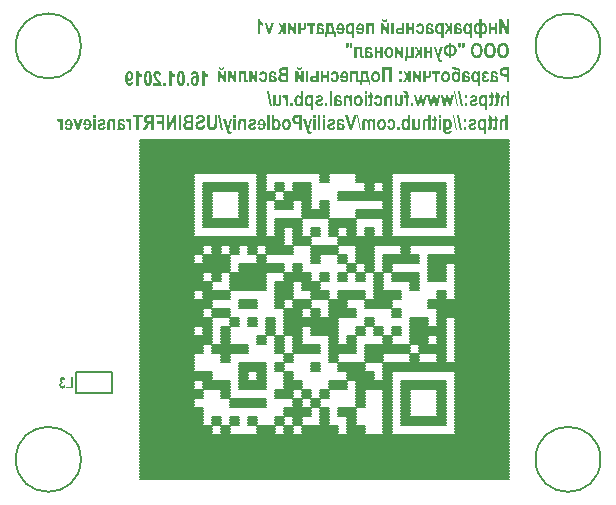
<source format=gbo>
G04*
G04 #@! TF.GenerationSoftware,Altium Limited,Altium Designer,22.7.1 (60)*
G04*
G04 Layer_Color=32896*
%FSLAX43Y43*%
%MOMM*%
G71*
G04*
G04 #@! TF.SameCoordinates,7409474F-4F03-4729-A62F-D4D918F31FF1*
G04*
G04*
G04 #@! TF.FilePolarity,Positive*
G04*
G01*
G75*
%ADD11C,0.127*%
%ADD12C,0.200*%
G36*
X12252Y44887D02*
X12278Y44885D01*
X12325Y44874D01*
X12365Y44861D01*
X12399Y44845D01*
X12426Y44828D01*
X12436Y44819D01*
X12445Y44813D01*
X12452Y44808D01*
X12458Y44802D01*
X12460Y44800D01*
X12462Y44798D01*
X12478Y44780D01*
X12491Y44761D01*
X12515Y44717D01*
X12534Y44671D01*
X12547Y44626D01*
X12552Y44604D01*
X12558Y44584D01*
X12560Y44565D01*
X12563Y44550D01*
X12565Y44537D01*
Y44528D01*
X12567Y44521D01*
Y44519D01*
X12371Y44493D01*
X12367Y44528D01*
X12362Y44558D01*
X12354Y44584D01*
X12345Y44606D01*
X12334Y44626D01*
X12323Y44641D01*
X12310Y44654D01*
X12297Y44665D01*
X12284Y44673D01*
X12273Y44678D01*
X12250Y44685D01*
X12243Y44687D01*
X12236Y44689D01*
X12230D01*
X12210Y44687D01*
X12189Y44682D01*
X12173Y44676D01*
X12160Y44669D01*
X12149Y44660D01*
X12141Y44654D01*
X12136Y44648D01*
X12134Y44647D01*
X12121Y44630D01*
X12112Y44610D01*
X12106Y44589D01*
X12100Y44569D01*
X12099Y44550D01*
X12097Y44535D01*
Y44526D01*
Y44524D01*
Y44523D01*
X12099Y44495D01*
X12104Y44467D01*
X12112Y44441D01*
X12119Y44419D01*
X12126Y44398D01*
X12134Y44384D01*
X12139Y44374D01*
X12141Y44371D01*
X12149Y44360D01*
X12158Y44347D01*
X12180Y44317D01*
X12206Y44286D01*
X12234Y44252D01*
X12260Y44221D01*
X12271Y44206D01*
X12282Y44195D01*
X12289Y44186D01*
X12297Y44178D01*
X12300Y44173D01*
X12302Y44171D01*
X12332Y44137D01*
X12358Y44104D01*
X12384Y44074D01*
X12406Y44047D01*
X12426Y44019D01*
X12443Y43995D01*
X12460Y43973D01*
X12473Y43952D01*
X12486Y43934D01*
X12497Y43919D01*
X12504Y43904D01*
X12512Y43893D01*
X12517Y43884D01*
X12519Y43878D01*
X12523Y43874D01*
Y43873D01*
X12541Y43830D01*
X12556Y43787D01*
X12569Y43747D01*
X12576Y43711D01*
X12582Y43680D01*
X12586Y43667D01*
X12587Y43656D01*
Y43647D01*
X12589Y43639D01*
Y43636D01*
Y43634D01*
X11899D01*
Y43856D01*
X12291D01*
X12278Y43880D01*
X12265Y43900D01*
X12260Y43908D01*
X12254Y43915D01*
X12252Y43919D01*
X12250Y43921D01*
X12237Y43937D01*
X12221Y43958D01*
X12200Y43980D01*
X12180Y44004D01*
X12162Y44026D01*
X12145Y44045D01*
X12139Y44052D01*
X12134Y44058D01*
X12132Y44060D01*
X12130Y44061D01*
X12095Y44102D01*
X12065Y44139D01*
X12039Y44171D01*
X12019Y44198D01*
X12004Y44219D01*
X11993Y44236D01*
X11988Y44245D01*
X11986Y44248D01*
X11971Y44276D01*
X11956Y44302D01*
X11945Y44326D01*
X11936Y44348D01*
X11930Y44367D01*
X11925Y44380D01*
X11921Y44389D01*
Y44393D01*
X11913Y44421D01*
X11908Y44447D01*
X11904Y44473D01*
X11900Y44495D01*
Y44515D01*
X11899Y44530D01*
Y44539D01*
Y44543D01*
Y44569D01*
X11902Y44593D01*
X11912Y44637D01*
X11925Y44678D01*
X11939Y44713D01*
X11956Y44743D01*
X11963Y44756D01*
X11969Y44765D01*
X11975Y44772D01*
X11978Y44778D01*
X11980Y44782D01*
X11982Y44784D01*
X11999Y44802D01*
X12015Y44819D01*
X12034Y44832D01*
X12054Y44845D01*
X12075Y44856D01*
X12095Y44863D01*
X12134Y44876D01*
X12171Y44884D01*
X12186Y44885D01*
X12200Y44887D01*
X12212Y44889D01*
X12226D01*
X12252Y44887D01*
D02*
G37*
G36*
X16222Y44848D02*
X16241Y44811D01*
X16261Y44778D01*
X16281Y44750D01*
X16300Y44726D01*
X16315Y44708D01*
X16326Y44697D01*
X16328Y44695D01*
X16330Y44693D01*
X16363Y44663D01*
X16394Y44639D01*
X16422Y44619D01*
X16448Y44602D01*
X16470Y44591D01*
X16485Y44582D01*
X16496Y44578D01*
X16498Y44576D01*
X16500D01*
Y44358D01*
X16448Y44382D01*
X16398Y44410D01*
X16356Y44441D01*
X16319Y44471D01*
X16302Y44484D01*
X16287Y44497D01*
X16274Y44510D01*
X16265Y44519D01*
X16256Y44528D01*
X16250Y44534D01*
X16246Y44537D01*
X16244Y44539D01*
Y43634D01*
X16046D01*
Y44889D01*
X16207D01*
X16222Y44848D01*
D02*
G37*
G36*
X13430D02*
X13448Y44811D01*
X13469Y44778D01*
X13489Y44750D01*
X13508Y44726D01*
X13523Y44708D01*
X13534Y44697D01*
X13535Y44695D01*
X13537Y44693D01*
X13571Y44663D01*
X13602Y44639D01*
X13630Y44619D01*
X13656Y44602D01*
X13678Y44591D01*
X13693Y44582D01*
X13704Y44578D01*
X13706Y44576D01*
X13708D01*
Y44358D01*
X13656Y44382D01*
X13606Y44410D01*
X13563Y44441D01*
X13526Y44471D01*
X13510Y44484D01*
X13495Y44497D01*
X13482Y44510D01*
X13473Y44519D01*
X13463Y44528D01*
X13458Y44534D01*
X13454Y44537D01*
X13452Y44539D01*
Y43634D01*
X13254D01*
Y44889D01*
X13415D01*
X13430Y44848D01*
D02*
G37*
G36*
X10638D02*
X10656Y44811D01*
X10677Y44778D01*
X10697Y44750D01*
X10715Y44726D01*
X10730Y44708D01*
X10741Y44697D01*
X10743Y44695D01*
X10745Y44693D01*
X10778Y44663D01*
X10810Y44639D01*
X10838Y44619D01*
X10864Y44602D01*
X10886Y44591D01*
X10901Y44582D01*
X10912Y44578D01*
X10914Y44576D01*
X10915D01*
Y44358D01*
X10864Y44382D01*
X10814Y44410D01*
X10771Y44441D01*
X10734Y44471D01*
X10717Y44484D01*
X10702Y44497D01*
X10689Y44510D01*
X10680Y44519D01*
X10671Y44528D01*
X10665Y44534D01*
X10662Y44537D01*
X10660Y44539D01*
Y43634D01*
X10462D01*
Y44889D01*
X10623D01*
X10638Y44848D01*
D02*
G37*
G36*
X15409Y44887D02*
X15439Y44884D01*
X15465Y44874D01*
X15491Y44865D01*
X15537Y44841D01*
X15558Y44828D01*
X15576Y44813D01*
X15593Y44798D01*
X15608Y44785D01*
X15620Y44772D01*
X15632Y44761D01*
X15639Y44752D01*
X15645Y44745D01*
X15648Y44739D01*
X15650Y44737D01*
X15669Y44708D01*
X15683Y44673D01*
X15698Y44635D01*
X15709Y44597D01*
X15728Y44515D01*
X15741Y44434D01*
X15745Y44395D01*
X15748Y44360D01*
X15750Y44328D01*
X15752Y44298D01*
X15754Y44276D01*
Y44258D01*
Y44247D01*
Y44245D01*
Y44243D01*
X15752Y44182D01*
X15750Y44124D01*
X15745Y44073D01*
X15739Y44024D01*
X15730Y43980D01*
X15722Y43941D01*
X15713Y43904D01*
X15704Y43873D01*
X15695Y43845D01*
X15685Y43823D01*
X15676Y43802D01*
X15669Y43786D01*
X15663Y43774D01*
X15657Y43765D01*
X15656Y43760D01*
X15654Y43758D01*
X15633Y43732D01*
X15613Y43710D01*
X15593Y43691D01*
X15570Y43674D01*
X15550Y43660D01*
X15528Y43649D01*
X15508Y43639D01*
X15487Y43632D01*
X15452Y43621D01*
X15437Y43617D01*
X15424Y43615D01*
X15413D01*
X15406Y43613D01*
X15398D01*
X15372Y43615D01*
X15348Y43619D01*
X15324Y43624D01*
X15302Y43630D01*
X15261Y43649D01*
X15228Y43669D01*
X15200Y43689D01*
X15189Y43699D01*
X15180Y43708D01*
X15172Y43713D01*
X15167Y43719D01*
X15165Y43723D01*
X15163Y43724D01*
X15146Y43747D01*
X15132Y43771D01*
X15119Y43795D01*
X15108Y43821D01*
X15091Y43873D01*
X15078Y43921D01*
X15074Y43945D01*
X15072Y43965D01*
X15071Y43986D01*
X15069Y44002D01*
X15067Y44015D01*
Y44024D01*
Y44032D01*
Y44034D01*
X15069Y44067D01*
X15071Y44100D01*
X15074Y44130D01*
X15082Y44160D01*
X15087Y44186D01*
X15095Y44210D01*
X15104Y44232D01*
X15111Y44252D01*
X15121Y44271D01*
X15128Y44287D01*
X15137Y44300D01*
X15143Y44311D01*
X15148Y44321D01*
X15154Y44326D01*
X15156Y44330D01*
X15158Y44332D01*
X15174Y44352D01*
X15193Y44369D01*
X15209Y44384D01*
X15228Y44397D01*
X15245Y44408D01*
X15263Y44417D01*
X15295Y44430D01*
X15324Y44439D01*
X15335Y44441D01*
X15346Y44443D01*
X15356Y44445D01*
X15367D01*
X15387Y44443D01*
X15406Y44441D01*
X15424Y44436D01*
X15439Y44432D01*
X15450Y44426D01*
X15461Y44421D01*
X15467Y44419D01*
X15469Y44417D01*
X15485Y44406D01*
X15500Y44393D01*
X15513Y44380D01*
X15526Y44367D01*
X15535Y44356D01*
X15543Y44347D01*
X15548Y44339D01*
X15550Y44337D01*
X15548Y44376D01*
X15545Y44411D01*
X15541Y44443D01*
X15537Y44471D01*
X15533Y44497D01*
X15528Y44521D01*
X15524Y44541D01*
X15519Y44560D01*
X15515Y44574D01*
X15511Y44587D01*
X15506Y44598D01*
X15504Y44606D01*
X15500Y44613D01*
X15498Y44617D01*
X15496Y44621D01*
X15480Y44645D01*
X15461Y44661D01*
X15445Y44674D01*
X15428Y44682D01*
X15413Y44687D01*
X15402Y44689D01*
X15393Y44691D01*
X15391D01*
X15374Y44689D01*
X15358Y44685D01*
X15345Y44678D01*
X15332Y44669D01*
X15311Y44647D01*
X15298Y44623D01*
X15287Y44597D01*
X15282Y44574D01*
X15280Y44565D01*
X15278Y44558D01*
Y44554D01*
Y44552D01*
X15087Y44578D01*
X15098Y44634D01*
X15111Y44680D01*
X15128Y44721D01*
X15145Y44754D01*
X15161Y44778D01*
X15174Y44797D01*
X15183Y44808D01*
X15187Y44811D01*
X15217Y44837D01*
X15250Y44856D01*
X15282Y44871D01*
X15313Y44880D01*
X15339Y44885D01*
X15361Y44887D01*
X15369Y44889D01*
X15380D01*
X15409Y44887D01*
D02*
G37*
G36*
X9884D02*
X9908Y44884D01*
X9930Y44878D01*
X9953Y44871D01*
X9993Y44852D01*
X10027Y44832D01*
X10054Y44811D01*
X10065Y44800D01*
X10075Y44793D01*
X10082Y44785D01*
X10088Y44780D01*
X10090Y44776D01*
X10091Y44774D01*
X10108Y44752D01*
X10123Y44728D01*
X10136Y44704D01*
X10145Y44678D01*
X10164Y44626D01*
X10175Y44578D01*
X10178Y44554D01*
X10180Y44534D01*
X10182Y44513D01*
X10184Y44498D01*
X10186Y44484D01*
Y44474D01*
Y44467D01*
Y44465D01*
X10184Y44432D01*
X10182Y44398D01*
X10178Y44369D01*
X10171Y44341D01*
X10165Y44315D01*
X10158Y44289D01*
X10149Y44267D01*
X10141Y44248D01*
X10132Y44230D01*
X10125Y44213D01*
X10117Y44200D01*
X10110Y44189D01*
X10104Y44180D01*
X10101Y44174D01*
X10099Y44171D01*
X10097Y44169D01*
X10080Y44148D01*
X10062Y44132D01*
X10043Y44117D01*
X10027Y44104D01*
X10008Y44095D01*
X9991Y44086D01*
X9960Y44073D01*
X9930Y44063D01*
X9919Y44061D01*
X9910Y44060D01*
X9901Y44058D01*
X9890D01*
X9869Y44060D01*
X9849Y44061D01*
X9832Y44065D01*
X9816Y44071D01*
X9804Y44076D01*
X9793Y44080D01*
X9788Y44082D01*
X9786Y44084D01*
X9769Y44095D01*
X9753Y44108D01*
X9740Y44119D01*
X9727Y44132D01*
X9717Y44143D01*
X9708Y44152D01*
X9704Y44160D01*
X9703Y44161D01*
X9704Y44124D01*
X9708Y44089D01*
X9712Y44058D01*
X9717Y44028D01*
X9721Y44002D01*
X9727Y43980D01*
X9730Y43960D01*
X9736Y43941D01*
X9740Y43926D01*
X9743Y43913D01*
X9747Y43902D01*
X9751Y43895D01*
X9754Y43887D01*
X9756Y43884D01*
X9758Y43880D01*
X9775Y43858D01*
X9791Y43841D01*
X9810Y43828D01*
X9827Y43821D01*
X9841Y43815D01*
X9853Y43813D01*
X9860Y43811D01*
X9864D01*
X9880Y43813D01*
X9897Y43817D01*
X9910Y43824D01*
X9923Y43834D01*
X9941Y43856D01*
X9956Y43882D01*
X9965Y43906D01*
X9971Y43928D01*
X9973Y43937D01*
X9975Y43945D01*
Y43949D01*
Y43950D01*
X10165Y43924D01*
X10162Y43895D01*
X10156Y43869D01*
X10149Y43843D01*
X10141Y43821D01*
X10134Y43799D01*
X10127Y43780D01*
X10117Y43763D01*
X10110Y43747D01*
X10103Y43734D01*
X10095Y43723D01*
X10082Y43704D01*
X10073Y43693D01*
X10069Y43689D01*
X10040Y43663D01*
X10006Y43645D01*
X9975Y43632D01*
X9945Y43623D01*
X9917Y43617D01*
X9895Y43615D01*
X9888Y43613D01*
X9877D01*
X9845Y43615D01*
X9817Y43621D01*
X9790Y43628D01*
X9764Y43637D01*
X9717Y43662D01*
X9697Y43674D01*
X9678Y43689D01*
X9662Y43702D01*
X9647Y43715D01*
X9634Y43728D01*
X9623Y43739D01*
X9616Y43750D01*
X9610Y43758D01*
X9606Y43762D01*
X9604Y43763D01*
X9586Y43793D01*
X9569Y43828D01*
X9556Y43865D01*
X9543Y43904D01*
X9532Y43945D01*
X9525Y43986D01*
X9512Y44067D01*
X9508Y44106D01*
X9504Y44141D01*
X9503Y44173D01*
X9501Y44202D01*
X9499Y44224D01*
Y44243D01*
Y44254D01*
Y44256D01*
Y44258D01*
X9501Y44319D01*
X9503Y44376D01*
X9508Y44428D01*
X9516Y44476D01*
X9523Y44521D01*
X9530Y44560D01*
X9540Y44597D01*
X9549Y44628D01*
X9560Y44656D01*
X9569Y44678D01*
X9577Y44698D01*
X9584Y44715D01*
X9591Y44728D01*
X9597Y44735D01*
X9599Y44741D01*
X9601Y44743D01*
X9621Y44769D01*
X9641Y44791D01*
X9662Y44811D01*
X9684Y44828D01*
X9706Y44841D01*
X9727Y44854D01*
X9747Y44863D01*
X9767Y44871D01*
X9803Y44882D01*
X9819Y44885D01*
X9832Y44887D01*
X9843Y44889D01*
X9858D01*
X9884Y44887D01*
D02*
G37*
G36*
X14915Y43634D02*
X14719D01*
Y43874D01*
X14915D01*
Y43634D01*
D02*
G37*
G36*
X12921D02*
X12724D01*
Y43874D01*
X12921D01*
Y43634D01*
D02*
G37*
G36*
X14254Y44887D02*
X14280Y44884D01*
X14304Y44876D01*
X14326Y44867D01*
X14367Y44845D01*
X14402Y44819D01*
X14430Y44791D01*
X14441Y44780D01*
X14450Y44769D01*
X14458Y44760D01*
X14463Y44752D01*
X14465Y44748D01*
X14467Y44747D01*
X14484Y44717D01*
X14497Y44684D01*
X14509Y44648D01*
X14519Y44610D01*
X14535Y44528D01*
X14547Y44447D01*
X14550Y44408D01*
X14552Y44371D01*
X14554Y44337D01*
X14556Y44310D01*
X14558Y44286D01*
Y44267D01*
Y44261D01*
Y44256D01*
Y44254D01*
Y44252D01*
X14556Y44187D01*
X14554Y44128D01*
X14548Y44073D01*
X14543Y44023D01*
X14537Y43976D01*
X14528Y43936D01*
X14521Y43900D01*
X14511Y43867D01*
X14504Y43839D01*
X14495Y43815D01*
X14487Y43797D01*
X14482Y43780D01*
X14474Y43767D01*
X14471Y43760D01*
X14469Y43754D01*
X14467Y43752D01*
X14448Y43728D01*
X14430Y43706D01*
X14409Y43687D01*
X14389Y43673D01*
X14369Y43658D01*
X14350Y43647D01*
X14330Y43637D01*
X14311Y43630D01*
X14276Y43621D01*
X14261Y43617D01*
X14248Y43615D01*
X14239D01*
X14232Y43613D01*
X14224D01*
X14197Y43615D01*
X14171Y43619D01*
X14147Y43626D01*
X14124Y43636D01*
X14084Y43658D01*
X14048Y43684D01*
X14021Y43710D01*
X14010Y43721D01*
X14000Y43732D01*
X13993Y43741D01*
X13987Y43749D01*
X13985Y43752D01*
X13984Y43754D01*
X13967Y43784D01*
X13952Y43817D01*
X13941Y43852D01*
X13930Y43891D01*
X13913Y43974D01*
X13902Y44056D01*
X13898Y44095D01*
X13897Y44132D01*
X13893Y44163D01*
Y44193D01*
X13891Y44217D01*
Y44236D01*
Y44241D01*
Y44247D01*
Y44248D01*
Y44250D01*
X13893Y44315D01*
X13895Y44373D01*
X13900Y44428D01*
X13906Y44476D01*
X13913Y44523D01*
X13921Y44563D01*
X13928Y44598D01*
X13937Y44632D01*
X13947Y44660D01*
X13954Y44684D01*
X13961Y44702D01*
X13969Y44719D01*
X13974Y44732D01*
X13980Y44739D01*
X13982Y44745D01*
X13984Y44747D01*
X14002Y44772D01*
X14021Y44793D01*
X14041Y44813D01*
X14061Y44830D01*
X14082Y44843D01*
X14100Y44854D01*
X14121Y44863D01*
X14139Y44871D01*
X14174Y44882D01*
X14189Y44885D01*
X14202Y44887D01*
X14211Y44889D01*
X14226D01*
X14254Y44887D01*
D02*
G37*
G36*
X11462D02*
X11488Y44884D01*
X11512Y44876D01*
X11534Y44867D01*
X11575Y44845D01*
X11610Y44819D01*
X11638Y44791D01*
X11649Y44780D01*
X11658Y44769D01*
X11665Y44760D01*
X11671Y44752D01*
X11673Y44748D01*
X11675Y44747D01*
X11691Y44717D01*
X11704Y44684D01*
X11717Y44648D01*
X11726Y44610D01*
X11743Y44528D01*
X11754Y44447D01*
X11758Y44408D01*
X11760Y44371D01*
X11762Y44337D01*
X11763Y44310D01*
X11765Y44286D01*
Y44267D01*
Y44261D01*
Y44256D01*
Y44254D01*
Y44252D01*
X11763Y44187D01*
X11762Y44128D01*
X11756Y44073D01*
X11750Y44023D01*
X11745Y43976D01*
X11736Y43936D01*
X11728Y43900D01*
X11719Y43867D01*
X11712Y43839D01*
X11702Y43815D01*
X11695Y43797D01*
X11689Y43780D01*
X11682Y43767D01*
X11678Y43760D01*
X11676Y43754D01*
X11675Y43752D01*
X11656Y43728D01*
X11638Y43706D01*
X11617Y43687D01*
X11597Y43673D01*
X11576Y43658D01*
X11558Y43647D01*
X11538Y43637D01*
X11519Y43630D01*
X11484Y43621D01*
X11469Y43617D01*
X11456Y43615D01*
X11447D01*
X11439Y43613D01*
X11432D01*
X11404Y43615D01*
X11378Y43619D01*
X11354Y43626D01*
X11332Y43636D01*
X11291Y43658D01*
X11256Y43684D01*
X11228Y43710D01*
X11217Y43721D01*
X11208Y43732D01*
X11201Y43741D01*
X11195Y43749D01*
X11193Y43752D01*
X11191Y43754D01*
X11175Y43784D01*
X11160Y43817D01*
X11149Y43852D01*
X11138Y43891D01*
X11121Y43974D01*
X11110Y44056D01*
X11106Y44095D01*
X11104Y44132D01*
X11101Y44163D01*
Y44193D01*
X11099Y44217D01*
Y44236D01*
Y44241D01*
Y44247D01*
Y44248D01*
Y44250D01*
X11101Y44315D01*
X11102Y44373D01*
X11108Y44428D01*
X11114Y44476D01*
X11121Y44523D01*
X11128Y44563D01*
X11136Y44598D01*
X11145Y44632D01*
X11154Y44660D01*
X11162Y44684D01*
X11169Y44702D01*
X11176Y44719D01*
X11182Y44732D01*
X11188Y44739D01*
X11189Y44745D01*
X11191Y44747D01*
X11210Y44772D01*
X11228Y44793D01*
X11249Y44813D01*
X11269Y44830D01*
X11289Y44843D01*
X11308Y44854D01*
X11328Y44863D01*
X11347Y44871D01*
X11382Y44882D01*
X11397Y44885D01*
X11410Y44887D01*
X11419Y44889D01*
X11434D01*
X11462Y44887D01*
D02*
G37*
G36*
X29966Y42936D02*
X29768D01*
Y43158D01*
X29966D01*
Y42936D01*
D02*
G37*
G36*
X24557Y41906D02*
X24374D01*
Y42037D01*
X24357Y42012D01*
X24341Y41989D01*
X24322Y41969D01*
X24306Y41954D01*
X24293Y41941D01*
X24280Y41932D01*
X24272Y41926D01*
X24270Y41925D01*
X24246Y41912D01*
X24224Y41902D01*
X24202Y41895D01*
X24183Y41891D01*
X24167Y41888D01*
X24154Y41886D01*
X24143D01*
X24120Y41888D01*
X24098Y41891D01*
X24076Y41897D01*
X24056Y41906D01*
X24020Y41925D01*
X23987Y41949D01*
X23961Y41971D01*
X23943Y41991D01*
X23935Y41999D01*
X23930Y42004D01*
X23928Y42008D01*
X23926Y42010D01*
X23909Y42034D01*
X23894Y42060D01*
X23882Y42089D01*
X23870Y42117D01*
X23854Y42176D01*
X23843Y42234D01*
X23839Y42260D01*
X23837Y42284D01*
X23835Y42306D01*
X23833Y42326D01*
X23832Y42341D01*
Y42354D01*
Y42362D01*
Y42363D01*
X23833Y42406D01*
X23835Y42445D01*
X23839Y42482D01*
X23846Y42515D01*
X23852Y42547D01*
X23859Y42576D01*
X23869Y42602D01*
X23876Y42624D01*
X23885Y42647D01*
X23893Y42663D01*
X23902Y42678D01*
X23907Y42691D01*
X23913Y42700D01*
X23919Y42708D01*
X23920Y42711D01*
X23922Y42713D01*
X23939Y42734D01*
X23957Y42752D01*
X23976Y42769D01*
X23994Y42784D01*
X24015Y42795D01*
X24031Y42804D01*
X24067Y42819D01*
X24098Y42828D01*
X24111Y42830D01*
X24122Y42832D01*
X24131Y42834D01*
X24144D01*
X24167Y42832D01*
X24189Y42828D01*
X24209Y42823D01*
X24226Y42817D01*
X24241Y42811D01*
X24252Y42806D01*
X24259Y42802D01*
X24261Y42800D01*
X24281Y42787D01*
X24298Y42773D01*
X24315Y42756D01*
X24330Y42741D01*
X24343Y42728D01*
X24352Y42717D01*
X24357Y42710D01*
X24359Y42706D01*
Y43158D01*
X24557D01*
Y41906D01*
D02*
G37*
G36*
X42000D02*
X41802D01*
Y42360D01*
Y42389D01*
X41800Y42417D01*
X41798Y42443D01*
X41796Y42467D01*
X41793Y42487D01*
X41789Y42506D01*
X41785Y42523D01*
X41782Y42537D01*
X41778Y42550D01*
X41774Y42562D01*
X41767Y42576D01*
X41763Y42586D01*
X41761Y42589D01*
X41744Y42610D01*
X41724Y42624D01*
X41706Y42636D01*
X41685Y42643D01*
X41669Y42647D01*
X41656Y42650D01*
X41643D01*
X41619Y42649D01*
X41596Y42641D01*
X41580Y42632D01*
X41567Y42623D01*
X41556Y42611D01*
X41548Y42602D01*
X41544Y42595D01*
X41543Y42593D01*
X41539Y42584D01*
X41535Y42573D01*
X41532Y42558D01*
X41530Y42543D01*
X41526Y42508D01*
X41522Y42473D01*
Y42439D01*
X41520Y42424D01*
Y42410D01*
Y42399D01*
Y42391D01*
Y42386D01*
Y42384D01*
Y41906D01*
X41322D01*
Y42437D01*
Y42465D01*
Y42491D01*
X41324Y42513D01*
X41326Y42536D01*
X41328Y42554D01*
Y42573D01*
X41330Y42587D01*
X41332Y42602D01*
X41335Y42624D01*
X41339Y42639D01*
X41341Y42649D01*
X41343Y42652D01*
X41354Y42684D01*
X41367Y42710D01*
X41380Y42732D01*
X41395Y42752D01*
X41407Y42767D01*
X41419Y42776D01*
X41426Y42784D01*
X41428Y42786D01*
X41452Y42802D01*
X41476Y42813D01*
X41500Y42823D01*
X41524Y42828D01*
X41544Y42832D01*
X41561Y42834D01*
X41576D01*
X41600Y42832D01*
X41624Y42828D01*
X41644Y42823D01*
X41663Y42817D01*
X41678Y42810D01*
X41691Y42804D01*
X41698Y42800D01*
X41700Y42799D01*
X41720Y42786D01*
X41739Y42769D01*
X41757Y42752D01*
X41772Y42736D01*
X41783Y42721D01*
X41794Y42708D01*
X41800Y42700D01*
X41802Y42697D01*
Y43158D01*
X42000D01*
Y41906D01*
D02*
G37*
G36*
X38456Y42573D02*
X38260D01*
Y42813D01*
X38456D01*
Y42573D01*
D02*
G37*
G36*
X27574Y42832D02*
X27618Y42824D01*
X27655Y42815D01*
X27685Y42804D01*
X27709Y42791D01*
X27726Y42782D01*
X27737Y42774D01*
X27740Y42773D01*
X27766Y42747D01*
X27789Y42715D01*
X27807Y42684D01*
X27820Y42650D01*
X27831Y42621D01*
X27837Y42608D01*
X27840Y42597D01*
X27842Y42587D01*
X27844Y42580D01*
X27846Y42576D01*
Y42574D01*
X27668Y42537D01*
X27661Y42560D01*
X27653Y42578D01*
X27644Y42595D01*
X27637Y42606D01*
X27631Y42615D01*
X27626Y42621D01*
X27622Y42624D01*
X27620Y42626D01*
X27607Y42634D01*
X27594Y42641D01*
X27566Y42647D01*
X27555Y42649D01*
X27546Y42650D01*
X27518D01*
X27501Y42649D01*
X27489Y42645D01*
X27477Y42643D01*
X27468Y42639D01*
X27463Y42636D01*
X27459Y42634D01*
X27457D01*
X27439Y42621D01*
X27426Y42610D01*
X27418Y42599D01*
X27416Y42597D01*
Y42595D01*
X27413Y42584D01*
X27409Y42571D01*
X27407Y42554D01*
Y42539D01*
X27405Y42523D01*
Y42510D01*
Y42502D01*
Y42499D01*
X27416Y42493D01*
X27429Y42487D01*
X27459Y42478D01*
X27490Y42467D01*
X27522Y42458D01*
X27552Y42450D01*
X27564Y42447D01*
X27576Y42445D01*
X27585Y42443D01*
X27592Y42441D01*
X27596Y42439D01*
X27598D01*
X27637Y42428D01*
X27672Y42417D01*
X27700Y42408D01*
X27722Y42397D01*
X27740Y42389D01*
X27753Y42382D01*
X27761Y42378D01*
X27763Y42376D01*
X27781Y42363D01*
X27796Y42349D01*
X27809Y42334D01*
X27820Y42319D01*
X27829Y42306D01*
X27835Y42295D01*
X27838Y42287D01*
X27840Y42286D01*
X27850Y42263D01*
X27857Y42241D01*
X27861Y42219D01*
X27864Y42199D01*
X27866Y42180D01*
X27868Y42165D01*
Y42156D01*
Y42152D01*
X27864Y42110D01*
X27857Y42071D01*
X27846Y42037D01*
X27833Y42010D01*
X27822Y41987D01*
X27811Y41971D01*
X27803Y41962D01*
X27800Y41958D01*
X27772Y41934D01*
X27742Y41915D01*
X27713Y41904D01*
X27685Y41895D01*
X27661Y41889D01*
X27640Y41888D01*
X27633Y41886D01*
X27622D01*
X27598Y41888D01*
X27576Y41891D01*
X27555Y41895D01*
X27537Y41900D01*
X27522Y41906D01*
X27509Y41912D01*
X27501Y41913D01*
X27500Y41915D01*
X27479Y41928D01*
X27459Y41941D01*
X27440Y41956D01*
X27424Y41971D01*
X27409Y41984D01*
X27400Y41995D01*
X27392Y42002D01*
X27390Y42004D01*
X27364Y41906D01*
X27170D01*
X27179Y41930D01*
X27187Y41952D01*
X27192Y41973D01*
X27198Y41991D01*
X27202Y42006D01*
X27203Y42019D01*
X27205Y42026D01*
Y42028D01*
X27209Y42052D01*
X27211Y42080D01*
X27213Y42110D01*
Y42137D01*
X27214Y42163D01*
Y42186D01*
Y42193D01*
Y42199D01*
Y42202D01*
Y42204D01*
X27213Y42484D01*
Y42513D01*
X27214Y42539D01*
Y42563D01*
X27216Y42586D01*
X27220Y42606D01*
X27222Y42623D01*
X27224Y42639D01*
X27227Y42652D01*
X27229Y42665D01*
X27233Y42674D01*
X27237Y42691D01*
X27240Y42699D01*
X27242Y42702D01*
X27253Y42724D01*
X27268Y42743D01*
X27285Y42760D01*
X27300Y42773D01*
X27314Y42784D01*
X27326Y42793D01*
X27333Y42797D01*
X27337Y42799D01*
X27363Y42810D01*
X27394Y42819D01*
X27426Y42824D01*
X27455Y42830D01*
X27483Y42832D01*
X27505Y42834D01*
X27526D01*
X27574Y42832D01*
D02*
G37*
G36*
X37080Y41906D02*
X36891D01*
X36764Y42489D01*
X36634Y41906D01*
X36447D01*
X36204Y42813D01*
X36399D01*
X36543Y42217D01*
X36669Y42813D01*
X36856D01*
X36986Y42217D01*
X37125Y42813D01*
X37315D01*
X37080Y41906D01*
D02*
G37*
G36*
X35964D02*
X35775D01*
X35647Y42489D01*
X35517Y41906D01*
X35330D01*
X35088Y42813D01*
X35282D01*
X35427Y42217D01*
X35553Y42813D01*
X35740D01*
X35869Y42217D01*
X36008Y42813D01*
X36199D01*
X35964Y41906D01*
D02*
G37*
G36*
X34847D02*
X34658D01*
X34530Y42489D01*
X34401Y41906D01*
X34214D01*
X33971Y42813D01*
X34166D01*
X34310Y42217D01*
X34436Y42813D01*
X34623D01*
X34753Y42217D01*
X34891Y42813D01*
X35082D01*
X34847Y41906D01*
D02*
G37*
G36*
X41115Y42993D02*
Y42813D01*
X41206D01*
Y42623D01*
X41115D01*
Y42226D01*
Y42199D01*
Y42175D01*
X41113Y42152D01*
Y42130D01*
Y42112D01*
X41111Y42097D01*
Y42082D01*
X41109Y42069D01*
X41107Y42049D01*
X41106Y42036D01*
X41104Y42026D01*
Y42025D01*
X41096Y42000D01*
X41089Y41980D01*
X41078Y41962D01*
X41069Y41947D01*
X41059Y41936D01*
X41052Y41928D01*
X41046Y41923D01*
X41045Y41921D01*
X41026Y41910D01*
X41006Y41900D01*
X40985Y41895D01*
X40967Y41889D01*
X40948Y41888D01*
X40935Y41886D01*
X40922D01*
X40891Y41888D01*
X40861Y41891D01*
X40835Y41897D01*
X40811Y41904D01*
X40793Y41910D01*
X40778Y41915D01*
X40771Y41919D01*
X40767Y41921D01*
X40785Y42108D01*
X40804Y42100D01*
X40819Y42095D01*
X40832Y42091D01*
X40843Y42089D01*
X40852Y42087D01*
X40858Y42086D01*
X40863D01*
X40876Y42087D01*
X40885Y42091D01*
X40895Y42097D01*
X40900Y42102D01*
X40909Y42113D01*
X40911Y42117D01*
Y42119D01*
Y42125D01*
X40913Y42130D01*
X40915Y42149D01*
Y42171D01*
X40917Y42195D01*
Y42217D01*
Y42237D01*
Y42245D01*
Y42250D01*
Y42254D01*
Y42256D01*
Y42623D01*
X40783D01*
Y42813D01*
X40917D01*
Y43134D01*
X41115Y42993D01*
D02*
G37*
G36*
X40637D02*
Y42813D01*
X40728D01*
Y42623D01*
X40637D01*
Y42226D01*
Y42199D01*
Y42175D01*
X40635Y42152D01*
Y42130D01*
Y42112D01*
X40633Y42097D01*
Y42082D01*
X40632Y42069D01*
X40630Y42049D01*
X40628Y42036D01*
X40626Y42026D01*
Y42025D01*
X40619Y42000D01*
X40611Y41980D01*
X40600Y41962D01*
X40591Y41947D01*
X40582Y41936D01*
X40574Y41928D01*
X40569Y41923D01*
X40567Y41921D01*
X40548Y41910D01*
X40528Y41900D01*
X40508Y41895D01*
X40489Y41889D01*
X40471Y41888D01*
X40458Y41886D01*
X40445D01*
X40413Y41888D01*
X40383Y41891D01*
X40358Y41897D01*
X40334Y41904D01*
X40315Y41910D01*
X40300Y41915D01*
X40293Y41919D01*
X40289Y41921D01*
X40308Y42108D01*
X40326Y42100D01*
X40341Y42095D01*
X40354Y42091D01*
X40365Y42089D01*
X40374Y42087D01*
X40380Y42086D01*
X40385D01*
X40398Y42087D01*
X40408Y42091D01*
X40417Y42097D01*
X40422Y42102D01*
X40432Y42113D01*
X40433Y42117D01*
Y42119D01*
Y42125D01*
X40435Y42130D01*
X40437Y42149D01*
Y42171D01*
X40439Y42195D01*
Y42217D01*
Y42237D01*
Y42245D01*
Y42250D01*
Y42254D01*
Y42256D01*
Y42623D01*
X40306D01*
Y42813D01*
X40439D01*
Y43134D01*
X40637Y42993D01*
D02*
G37*
G36*
X30436D02*
Y42813D01*
X30527D01*
Y42623D01*
X30436D01*
Y42226D01*
Y42199D01*
Y42175D01*
X30435Y42152D01*
Y42130D01*
Y42112D01*
X30433Y42097D01*
Y42082D01*
X30431Y42069D01*
X30429Y42049D01*
X30427Y42036D01*
X30425Y42026D01*
Y42025D01*
X30418Y42000D01*
X30410Y41980D01*
X30399Y41962D01*
X30390Y41947D01*
X30381Y41936D01*
X30373Y41928D01*
X30368Y41923D01*
X30366Y41921D01*
X30347Y41910D01*
X30327Y41900D01*
X30307Y41895D01*
X30288Y41889D01*
X30270Y41888D01*
X30257Y41886D01*
X30244D01*
X30212Y41888D01*
X30183Y41891D01*
X30157Y41897D01*
X30133Y41904D01*
X30114Y41910D01*
X30099Y41915D01*
X30092Y41919D01*
X30088Y41921D01*
X30107Y42108D01*
X30125Y42100D01*
X30140Y42095D01*
X30153Y42091D01*
X30164Y42089D01*
X30173Y42087D01*
X30179Y42086D01*
X30185D01*
X30198Y42087D01*
X30207Y42091D01*
X30216Y42097D01*
X30222Y42102D01*
X30231Y42113D01*
X30233Y42117D01*
Y42119D01*
Y42125D01*
X30235Y42130D01*
X30236Y42149D01*
Y42171D01*
X30238Y42195D01*
Y42217D01*
Y42237D01*
Y42245D01*
Y42250D01*
Y42254D01*
Y42256D01*
Y42623D01*
X30105D01*
Y42813D01*
X30238D01*
Y43134D01*
X30436Y42993D01*
D02*
G37*
G36*
X30957Y42832D02*
X30984Y42828D01*
X31010Y42823D01*
X31036Y42815D01*
X31081Y42795D01*
X31099Y42784D01*
X31118Y42773D01*
X31134Y42761D01*
X31147Y42750D01*
X31160Y42739D01*
X31170Y42730D01*
X31177Y42723D01*
X31183Y42717D01*
X31186Y42713D01*
X31188Y42711D01*
X31205Y42687D01*
X31220Y42661D01*
X31234Y42634D01*
X31246Y42604D01*
X31262Y42545D01*
X31273Y42487D01*
X31279Y42462D01*
X31281Y42436D01*
X31283Y42413D01*
X31284Y42395D01*
X31286Y42378D01*
Y42367D01*
Y42358D01*
Y42356D01*
X31284Y42321D01*
X31283Y42286D01*
X31273Y42223D01*
X31266Y42193D01*
X31259Y42165D01*
X31251Y42139D01*
X31242Y42117D01*
X31234Y42095D01*
X31227Y42076D01*
X31220Y42062D01*
X31212Y42047D01*
X31207Y42037D01*
X31203Y42028D01*
X31199Y42025D01*
Y42023D01*
X31183Y41999D01*
X31162Y41978D01*
X31142Y41960D01*
X31120Y41943D01*
X31097Y41930D01*
X31075Y41919D01*
X31053Y41910D01*
X31031Y41902D01*
X30992Y41893D01*
X30973Y41889D01*
X30959Y41888D01*
X30946D01*
X30936Y41886D01*
X30929D01*
X30903Y41888D01*
X30879Y41889D01*
X30833Y41900D01*
X30792Y41915D01*
X30755Y41938D01*
X30723Y41962D01*
X30696Y41989D01*
X30672Y42019D01*
X30651Y42050D01*
X30633Y42080D01*
X30618Y42110D01*
X30607Y42137D01*
X30599Y42162D01*
X30592Y42184D01*
X30588Y42199D01*
X30585Y42210D01*
Y42213D01*
X30779Y42254D01*
X30786Y42221D01*
X30794Y42191D01*
X30803Y42169D01*
X30812Y42150D01*
X30820Y42136D01*
X30827Y42126D01*
X30831Y42121D01*
X30833Y42119D01*
X30846Y42106D01*
X30860Y42097D01*
X30877Y42091D01*
X30890Y42087D01*
X30903Y42084D01*
X30912Y42082D01*
X30922D01*
X30949Y42086D01*
X30972Y42093D01*
X30994Y42102D01*
X31010Y42115D01*
X31023Y42126D01*
X31034Y42137D01*
X31040Y42145D01*
X31042Y42147D01*
X31049Y42160D01*
X31057Y42176D01*
X31066Y42210D01*
X31073Y42249D01*
X31079Y42286D01*
X31083Y42321D01*
Y42336D01*
X31084Y42349D01*
Y42360D01*
Y42367D01*
Y42373D01*
Y42374D01*
Y42400D01*
X31083Y42426D01*
X31081Y42449D01*
X31077Y42469D01*
X31073Y42487D01*
X31070Y42504D01*
X31062Y42534D01*
X31055Y42554D01*
X31047Y42571D01*
X31042Y42578D01*
X31040Y42582D01*
X31022Y42602D01*
X31003Y42619D01*
X30983Y42630D01*
X30964Y42637D01*
X30949Y42641D01*
X30934Y42645D01*
X30923D01*
X30903Y42643D01*
X30884Y42639D01*
X30870Y42632D01*
X30855Y42623D01*
X30831Y42600D01*
X30814Y42574D01*
X30801Y42547D01*
X30794Y42524D01*
X30790Y42515D01*
Y42508D01*
X30788Y42504D01*
Y42502D01*
X30594Y42545D01*
X30601Y42573D01*
X30610Y42597D01*
X30618Y42621D01*
X30629Y42643D01*
X30647Y42680D01*
X30668Y42710D01*
X30686Y42734D01*
X30701Y42750D01*
X30710Y42760D01*
X30712Y42763D01*
X30714D01*
X30747Y42787D01*
X30781Y42804D01*
X30818Y42817D01*
X30851Y42824D01*
X30881Y42830D01*
X30894Y42832D01*
X30905D01*
X30914Y42834D01*
X30927D01*
X30957Y42832D01*
D02*
G37*
G36*
X32997Y42237D02*
X32995Y42191D01*
X32994Y42149D01*
X32988Y42113D01*
X32982Y42086D01*
X32979Y42062D01*
X32973Y42045D01*
X32971Y42036D01*
X32969Y42032D01*
X32958Y42008D01*
X32944Y41986D01*
X32931Y41967D01*
X32916Y41950D01*
X32905Y41939D01*
X32894Y41930D01*
X32886Y41925D01*
X32884Y41923D01*
X32862Y41910D01*
X32838Y41900D01*
X32816Y41895D01*
X32795Y41891D01*
X32779Y41888D01*
X32766Y41886D01*
X32753D01*
X32727Y41888D01*
X32701Y41891D01*
X32677Y41899D01*
X32657Y41906D01*
X32638Y41913D01*
X32625Y41921D01*
X32618Y41925D01*
X32614Y41926D01*
X32590Y41943D01*
X32569Y41962D01*
X32551Y41980D01*
X32534Y41999D01*
X32523Y42015D01*
X32514Y42028D01*
X32508Y42037D01*
X32507Y42041D01*
Y41906D01*
X32321D01*
Y42813D01*
X32520D01*
Y42430D01*
Y42397D01*
Y42367D01*
X32521Y42339D01*
Y42315D01*
X32523Y42293D01*
Y42273D01*
X32525Y42256D01*
X32527Y42241D01*
X32529Y42228D01*
Y42217D01*
X32531Y42210D01*
X32532Y42202D01*
X32534Y42193D01*
Y42191D01*
X32540Y42173D01*
X32547Y42154D01*
X32557Y42139D01*
X32566Y42126D01*
X32575Y42117D01*
X32581Y42108D01*
X32586Y42104D01*
X32588Y42102D01*
X32603Y42091D01*
X32619Y42084D01*
X32634Y42076D01*
X32649Y42073D01*
X32660Y42071D01*
X32669Y42069D01*
X32679D01*
X32694Y42071D01*
X32708Y42073D01*
X32721Y42076D01*
X32732Y42082D01*
X32740Y42087D01*
X32747Y42091D01*
X32751Y42093D01*
X32753Y42095D01*
X32762Y42106D01*
X32771Y42117D01*
X32782Y42141D01*
X32788Y42152D01*
X32790Y42162D01*
X32792Y42167D01*
Y42169D01*
X32794Y42180D01*
Y42193D01*
X32795Y42208D01*
Y42224D01*
X32797Y42262D01*
Y42300D01*
X32799Y42337D01*
Y42354D01*
Y42367D01*
Y42380D01*
Y42389D01*
Y42395D01*
Y42397D01*
Y42813D01*
X32997D01*
Y42237D01*
D02*
G37*
G36*
X22721D02*
X22719Y42191D01*
X22717Y42149D01*
X22711Y42113D01*
X22706Y42086D01*
X22702Y42062D01*
X22696Y42045D01*
X22695Y42036D01*
X22693Y42032D01*
X22682Y42008D01*
X22667Y41986D01*
X22654Y41967D01*
X22639Y41950D01*
X22628Y41939D01*
X22617Y41930D01*
X22609Y41925D01*
X22608Y41923D01*
X22585Y41910D01*
X22561Y41900D01*
X22539Y41895D01*
X22519Y41891D01*
X22502Y41888D01*
X22489Y41886D01*
X22476D01*
X22450Y41888D01*
X22424Y41891D01*
X22400Y41899D01*
X22380Y41906D01*
X22361Y41913D01*
X22348Y41921D01*
X22341Y41925D01*
X22337Y41926D01*
X22313Y41943D01*
X22293Y41962D01*
X22274Y41980D01*
X22258Y41999D01*
X22246Y42015D01*
X22237Y42028D01*
X22232Y42037D01*
X22230Y42041D01*
Y41906D01*
X22045D01*
Y42813D01*
X22243D01*
Y42430D01*
Y42397D01*
Y42367D01*
X22245Y42339D01*
Y42315D01*
X22246Y42293D01*
Y42273D01*
X22248Y42256D01*
X22250Y42241D01*
X22252Y42228D01*
Y42217D01*
X22254Y42210D01*
X22256Y42202D01*
X22258Y42193D01*
Y42191D01*
X22263Y42173D01*
X22271Y42154D01*
X22280Y42139D01*
X22289Y42126D01*
X22298Y42117D01*
X22304Y42108D01*
X22309Y42104D01*
X22311Y42102D01*
X22326Y42091D01*
X22343Y42084D01*
X22358Y42076D01*
X22372Y42073D01*
X22384Y42071D01*
X22393Y42069D01*
X22402D01*
X22417Y42071D01*
X22432Y42073D01*
X22445Y42076D01*
X22456Y42082D01*
X22463Y42087D01*
X22471Y42091D01*
X22474Y42093D01*
X22476Y42095D01*
X22485Y42106D01*
X22495Y42117D01*
X22506Y42141D01*
X22511Y42152D01*
X22513Y42162D01*
X22515Y42167D01*
Y42169D01*
X22517Y42180D01*
Y42193D01*
X22519Y42208D01*
Y42224D01*
X22521Y42262D01*
Y42300D01*
X22522Y42337D01*
Y42354D01*
Y42367D01*
Y42380D01*
Y42389D01*
Y42395D01*
Y42397D01*
Y42813D01*
X22721D01*
Y42237D01*
D02*
G37*
G36*
X38456Y41906D02*
X38260D01*
Y42147D01*
X38456D01*
Y41906D01*
D02*
G37*
G36*
X33871D02*
X33675D01*
Y42147D01*
X33871D01*
Y41906D01*
D02*
G37*
G36*
X33249Y43176D02*
X33273Y43173D01*
X33295Y43169D01*
X33314Y43163D01*
X33331Y43156D01*
X33342Y43152D01*
X33349Y43148D01*
X33351Y43147D01*
X33369Y43134D01*
X33384Y43121D01*
X33397Y43106D01*
X33408Y43091D01*
X33416Y43078D01*
X33421Y43069D01*
X33425Y43061D01*
X33427Y43060D01*
X33434Y43036D01*
X33440Y43008D01*
X33443Y42978D01*
X33445Y42949D01*
X33447Y42923D01*
X33449Y42900D01*
Y42891D01*
Y42886D01*
Y42882D01*
Y42880D01*
Y42813D01*
X33558D01*
Y42624D01*
X33449D01*
Y41906D01*
X33251D01*
Y42624D01*
X33105D01*
Y42813D01*
X33251D01*
Y42876D01*
Y42900D01*
X33247Y42921D01*
X33245Y42937D01*
X33242Y42950D01*
X33238Y42960D01*
X33236Y42965D01*
X33232Y42969D01*
Y42971D01*
X33225Y42978D01*
X33216Y42986D01*
X33195Y42991D01*
X33186Y42993D01*
X33181Y42995D01*
X33173D01*
X33142Y42993D01*
X33125Y42991D01*
X33112Y42987D01*
X33099Y42986D01*
X33090Y42982D01*
X33084Y42980D01*
X33082D01*
X33056Y43147D01*
X33086Y43158D01*
X33116Y43165D01*
X33144Y43171D01*
X33169Y43174D01*
X33190Y43176D01*
X33206Y43178D01*
X33221D01*
X33249Y43176D01*
D02*
G37*
G36*
X31721Y42832D02*
X31746Y42828D01*
X31770Y42821D01*
X31788Y42815D01*
X31805Y42808D01*
X31818Y42800D01*
X31825Y42797D01*
X31829Y42795D01*
X31851Y42778D01*
X31871Y42760D01*
X31890Y42741D01*
X31907Y42723D01*
X31920Y42706D01*
X31929Y42693D01*
X31936Y42684D01*
X31938Y42680D01*
Y42813D01*
X32121D01*
Y41906D01*
X31923D01*
Y42317D01*
Y42345D01*
Y42371D01*
X31921Y42395D01*
Y42415D01*
X31920Y42436D01*
X31918Y42452D01*
Y42467D01*
X31916Y42482D01*
X31912Y42502D01*
X31910Y42517D01*
X31908Y42526D01*
Y42528D01*
X31901Y42549D01*
X31892Y42567D01*
X31884Y42582D01*
X31875Y42595D01*
X31866Y42604D01*
X31858Y42611D01*
X31855Y42615D01*
X31853Y42617D01*
X31838Y42628D01*
X31821Y42636D01*
X31807Y42643D01*
X31794Y42647D01*
X31781Y42649D01*
X31771Y42650D01*
X31764D01*
X31749Y42649D01*
X31736Y42647D01*
X31716Y42637D01*
X31707Y42632D01*
X31701Y42628D01*
X31697Y42626D01*
X31696Y42624D01*
X31684Y42615D01*
X31675Y42604D01*
X31662Y42580D01*
X31658Y42571D01*
X31655Y42562D01*
X31653Y42556D01*
Y42554D01*
X31651Y42545D01*
X31649Y42534D01*
X31646Y42506D01*
X31644Y42474D01*
Y42445D01*
X31642Y42415D01*
Y42402D01*
Y42391D01*
Y42382D01*
Y42374D01*
Y42371D01*
Y42369D01*
Y41906D01*
X31444D01*
Y42469D01*
X31446Y42515D01*
X31447Y42558D01*
X31451Y42591D01*
X31455Y42621D01*
X31460Y42643D01*
X31464Y42660D01*
X31466Y42669D01*
X31468Y42673D01*
X31477Y42699D01*
X31490Y42721D01*
X31503Y42739D01*
X31516Y42756D01*
X31529Y42769D01*
X31540Y42780D01*
X31547Y42786D01*
X31549Y42787D01*
X31573Y42802D01*
X31597Y42813D01*
X31621Y42823D01*
X31644Y42828D01*
X31664Y42832D01*
X31679Y42834D01*
X31694D01*
X31721Y42832D01*
D02*
G37*
G36*
X29966Y41906D02*
X29768D01*
Y42813D01*
X29966D01*
Y41906D01*
D02*
G37*
G36*
X28296Y42832D02*
X28320Y42828D01*
X28344Y42821D01*
X28363Y42815D01*
X28379Y42808D01*
X28392Y42800D01*
X28400Y42797D01*
X28403Y42795D01*
X28425Y42778D01*
X28446Y42760D01*
X28464Y42741D01*
X28481Y42723D01*
X28494Y42706D01*
X28503Y42693D01*
X28511Y42684D01*
X28513Y42680D01*
Y42813D01*
X28696D01*
Y41906D01*
X28498D01*
Y42317D01*
Y42345D01*
Y42371D01*
X28496Y42395D01*
Y42415D01*
X28494Y42436D01*
X28492Y42452D01*
Y42467D01*
X28490Y42482D01*
X28487Y42502D01*
X28485Y42517D01*
X28483Y42526D01*
Y42528D01*
X28475Y42549D01*
X28466Y42567D01*
X28459Y42582D01*
X28450Y42595D01*
X28440Y42604D01*
X28433Y42611D01*
X28429Y42615D01*
X28427Y42617D01*
X28413Y42628D01*
X28396Y42636D01*
X28381Y42643D01*
X28368Y42647D01*
X28355Y42649D01*
X28346Y42650D01*
X28338D01*
X28324Y42649D01*
X28311Y42647D01*
X28290Y42637D01*
X28281Y42632D01*
X28275Y42628D01*
X28272Y42626D01*
X28270Y42624D01*
X28259Y42615D01*
X28250Y42604D01*
X28237Y42580D01*
X28233Y42571D01*
X28229Y42562D01*
X28227Y42556D01*
Y42554D01*
X28226Y42545D01*
X28224Y42534D01*
X28220Y42506D01*
X28218Y42474D01*
Y42445D01*
X28216Y42415D01*
Y42402D01*
Y42391D01*
Y42382D01*
Y42374D01*
Y42371D01*
Y42369D01*
Y41906D01*
X28018D01*
Y42469D01*
X28020Y42515D01*
X28022Y42558D01*
X28026Y42591D01*
X28029Y42621D01*
X28035Y42643D01*
X28038Y42660D01*
X28040Y42669D01*
X28042Y42673D01*
X28051Y42699D01*
X28064Y42721D01*
X28077Y42739D01*
X28090Y42756D01*
X28103Y42769D01*
X28114Y42780D01*
X28122Y42786D01*
X28124Y42787D01*
X28148Y42802D01*
X28172Y42813D01*
X28196Y42823D01*
X28218Y42828D01*
X28238Y42832D01*
X28253Y42834D01*
X28268D01*
X28296Y42832D01*
D02*
G37*
G36*
X27018Y41906D02*
X26820D01*
Y43158D01*
X27018D01*
Y41906D01*
D02*
G37*
G36*
X26622D02*
X26426D01*
Y42147D01*
X26622D01*
Y41906D01*
D02*
G37*
G36*
X23674D02*
X23478D01*
Y42147D01*
X23674D01*
Y41906D01*
D02*
G37*
G36*
X22948Y42832D02*
X22965Y42830D01*
X22980Y42824D01*
X22993Y42819D01*
X23002Y42813D01*
X23009Y42810D01*
X23015Y42806D01*
X23017Y42804D01*
X23032Y42791D01*
X23045Y42773D01*
X23059Y42752D01*
X23072Y42734D01*
X23083Y42713D01*
X23093Y42699D01*
X23098Y42687D01*
X23100Y42686D01*
Y42813D01*
X23283D01*
Y41906D01*
X23085D01*
Y42186D01*
Y42224D01*
Y42260D01*
X23083Y42291D01*
Y42321D01*
X23082Y42349D01*
Y42373D01*
X23080Y42393D01*
X23078Y42412D01*
Y42428D01*
X23076Y42441D01*
Y42454D01*
X23074Y42463D01*
Y42469D01*
X23072Y42474D01*
Y42478D01*
X23067Y42506D01*
X23059Y42528D01*
X23052Y42549D01*
X23045Y42563D01*
X23039Y42574D01*
X23033Y42582D01*
X23030Y42586D01*
X23028Y42587D01*
X23015Y42599D01*
X23004Y42606D01*
X22991Y42611D01*
X22980Y42615D01*
X22970Y42617D01*
X22963Y42619D01*
X22956D01*
X22939Y42617D01*
X22924Y42613D01*
X22908Y42606D01*
X22895Y42599D01*
X22882Y42591D01*
X22872Y42584D01*
X22867Y42580D01*
X22865Y42578D01*
X22802Y42787D01*
X22826Y42802D01*
X22848Y42813D01*
X22871Y42823D01*
X22891Y42828D01*
X22908Y42832D01*
X22920Y42834D01*
X22932D01*
X22948Y42832D01*
D02*
G37*
G36*
X39074Y42830D02*
X39121Y42821D01*
X39161Y42810D01*
X39195Y42795D01*
X39221Y42780D01*
X39239Y42769D01*
X39245Y42763D01*
X39250Y42760D01*
X39252Y42758D01*
X39254Y42756D01*
X39269Y42741D01*
X39280Y42726D01*
X39300Y42693D01*
X39313Y42660D01*
X39324Y42626D01*
X39330Y42599D01*
X39332Y42586D01*
Y42574D01*
X39334Y42567D01*
Y42560D01*
Y42556D01*
Y42554D01*
X39332Y42532D01*
X39330Y42510D01*
X39321Y42471D01*
X39308Y42436D01*
X39293Y42408D01*
X39278Y42386D01*
X39265Y42369D01*
X39256Y42360D01*
X39252Y42356D01*
X39237Y42345D01*
X39221Y42334D01*
X39200Y42323D01*
X39176Y42313D01*
X39126Y42293D01*
X39073Y42273D01*
X39048Y42265D01*
X39024Y42258D01*
X39002Y42250D01*
X38982Y42245D01*
X38965Y42239D01*
X38954Y42237D01*
X38945Y42234D01*
X38943D01*
X38926Y42228D01*
X38913Y42224D01*
X38902Y42219D01*
X38895Y42213D01*
X38887Y42210D01*
X38884Y42208D01*
X38880Y42204D01*
X38871Y42189D01*
X38865Y42175D01*
X38863Y42163D01*
Y42160D01*
Y42158D01*
X38865Y42141D01*
X38869Y42128D01*
X38874Y42115D01*
X38880Y42106D01*
X38887Y42097D01*
X38893Y42091D01*
X38897Y42087D01*
X38898Y42086D01*
X38913Y42076D01*
X38930Y42071D01*
X38965Y42063D01*
X38980Y42062D01*
X38993Y42060D01*
X39004D01*
X39028Y42062D01*
X39048Y42065D01*
X39069Y42073D01*
X39085Y42082D01*
X39100Y42093D01*
X39113Y42104D01*
X39132Y42132D01*
X39147Y42158D01*
X39156Y42180D01*
X39158Y42189D01*
X39160Y42197D01*
X39161Y42200D01*
Y42202D01*
X39360Y42165D01*
X39347Y42117D01*
X39330Y42075D01*
X39310Y42039D01*
X39289Y42010D01*
X39271Y41986D01*
X39256Y41969D01*
X39245Y41960D01*
X39243Y41956D01*
X39241D01*
X39204Y41932D01*
X39165Y41915D01*
X39124Y41902D01*
X39087Y41895D01*
X39054Y41889D01*
X39041Y41888D01*
X39028D01*
X39017Y41886D01*
X39004D01*
X38974Y41888D01*
X38948Y41889D01*
X38898Y41899D01*
X38856Y41913D01*
X38821Y41928D01*
X38806Y41936D01*
X38793Y41943D01*
X38782Y41950D01*
X38773Y41958D01*
X38765Y41963D01*
X38760Y41967D01*
X38758Y41971D01*
X38756D01*
X38739Y41987D01*
X38726Y42004D01*
X38713Y42023D01*
X38704Y42041D01*
X38687Y42076D01*
X38676Y42112D01*
X38671Y42141D01*
X38667Y42154D01*
Y42165D01*
X38665Y42175D01*
Y42182D01*
Y42186D01*
Y42187D01*
X38667Y42226D01*
X38674Y42262D01*
X38684Y42291D01*
X38695Y42317D01*
X38706Y42337D01*
X38715Y42350D01*
X38723Y42360D01*
X38724Y42363D01*
X38737Y42374D01*
X38750Y42387D01*
X38784Y42408D01*
X38821Y42426D01*
X38858Y42443D01*
X38893Y42456D01*
X38908Y42462D01*
X38923Y42467D01*
X38934Y42469D01*
X38941Y42473D01*
X38947Y42474D01*
X38948D01*
X38974Y42482D01*
X38998Y42489D01*
X39019Y42495D01*
X39037Y42500D01*
X39054Y42506D01*
X39067Y42512D01*
X39080Y42517D01*
X39091Y42521D01*
X39106Y42526D01*
X39115Y42532D01*
X39121Y42536D01*
X39123D01*
X39132Y42543D01*
X39139Y42552D01*
X39143Y42560D01*
X39147Y42569D01*
X39148Y42574D01*
X39150Y42580D01*
Y42584D01*
Y42586D01*
X39148Y42597D01*
X39145Y42608D01*
X39135Y42624D01*
X39124Y42636D01*
X39123Y42639D01*
X39121D01*
X39108Y42647D01*
X39091Y42652D01*
X39058Y42660D01*
X39041D01*
X39028Y42661D01*
X39017D01*
X38997Y42660D01*
X38978Y42656D01*
X38960Y42652D01*
X38945Y42645D01*
X38921Y42626D01*
X38902Y42608D01*
X38889Y42587D01*
X38880Y42569D01*
X38878Y42562D01*
X38876Y42558D01*
X38874Y42554D01*
Y42552D01*
X38689Y42593D01*
X38702Y42637D01*
X38719Y42674D01*
X38737Y42706D01*
X38756Y42732D01*
X38773Y42752D01*
X38786Y42765D01*
X38795Y42774D01*
X38798Y42776D01*
X38830Y42795D01*
X38865Y42810D01*
X38902Y42819D01*
X38937Y42826D01*
X38971Y42830D01*
X38984Y42832D01*
X38997Y42834D01*
X39021D01*
X39074Y42830D01*
D02*
G37*
G36*
X38121Y41886D02*
X37976D01*
X37719Y43178D01*
X37867D01*
X38121Y41886D01*
D02*
G37*
G36*
X37723D02*
X37578D01*
X37321Y43178D01*
X37469D01*
X37723Y41886D01*
D02*
G37*
G36*
X29272Y42832D02*
X29309Y42824D01*
X29340Y42817D01*
X29370Y42806D01*
X29392Y42797D01*
X29411Y42787D01*
X29422Y42780D01*
X29424Y42778D01*
X29425D01*
X29455Y42756D01*
X29483Y42728D01*
X29507Y42702D01*
X29527Y42674D01*
X29542Y42650D01*
X29555Y42632D01*
X29559Y42624D01*
X29562Y42619D01*
X29564Y42615D01*
Y42613D01*
X29581Y42571D01*
X29594Y42530D01*
X29603Y42489D01*
X29609Y42450D01*
X29612Y42419D01*
X29614Y42406D01*
X29616Y42393D01*
Y42384D01*
Y42376D01*
Y42373D01*
Y42371D01*
X29614Y42328D01*
X29611Y42289D01*
X29607Y42250D01*
X29599Y42217D01*
X29590Y42184D01*
X29581Y42154D01*
X29572Y42128D01*
X29561Y42104D01*
X29551Y42082D01*
X29542Y42063D01*
X29533Y42049D01*
X29524Y42036D01*
X29516Y42025D01*
X29512Y42017D01*
X29509Y42013D01*
X29507Y42012D01*
X29486Y41989D01*
X29464Y41971D01*
X29440Y41954D01*
X29418Y41939D01*
X29394Y41926D01*
X29372Y41917D01*
X29329Y41902D01*
X29309Y41897D01*
X29290Y41893D01*
X29274Y41889D01*
X29261Y41888D01*
X29249Y41886D01*
X29233D01*
X29194Y41888D01*
X29159Y41895D01*
X29127Y41904D01*
X29098Y41913D01*
X29075Y41925D01*
X29057Y41932D01*
X29046Y41939D01*
X29044Y41941D01*
X29042D01*
X29011Y41965D01*
X28983Y41991D01*
X28959Y42021D01*
X28938Y42049D01*
X28924Y42073D01*
X28911Y42093D01*
X28907Y42100D01*
X28903Y42106D01*
X28901Y42110D01*
Y42112D01*
X28883Y42154D01*
X28870Y42199D01*
X28861Y42241D01*
X28855Y42280D01*
X28850Y42313D01*
Y42328D01*
X28848Y42339D01*
Y42350D01*
Y42358D01*
Y42362D01*
Y42363D01*
X28850Y42399D01*
X28851Y42432D01*
X28864Y42495D01*
X28872Y42524D01*
X28881Y42550D01*
X28890Y42576D01*
X28900Y42599D01*
X28909Y42621D01*
X28918Y42639D01*
X28927Y42654D01*
X28935Y42669D01*
X28942Y42678D01*
X28948Y42687D01*
X28949Y42691D01*
X28951Y42693D01*
X28972Y42717D01*
X28992Y42739D01*
X29014Y42758D01*
X29038Y42774D01*
X29062Y42787D01*
X29085Y42799D01*
X29109Y42810D01*
X29131Y42817D01*
X29151Y42823D01*
X29170Y42826D01*
X29188Y42830D01*
X29203Y42832D01*
X29216Y42834D01*
X29233D01*
X29272Y42832D01*
D02*
G37*
G36*
X26005Y42830D02*
X26052Y42821D01*
X26092Y42810D01*
X26126Y42795D01*
X26152Y42780D01*
X26170Y42769D01*
X26176Y42763D01*
X26181Y42760D01*
X26183Y42758D01*
X26185Y42756D01*
X26200Y42741D01*
X26211Y42726D01*
X26231Y42693D01*
X26244Y42660D01*
X26255Y42626D01*
X26261Y42599D01*
X26263Y42586D01*
Y42574D01*
X26265Y42567D01*
Y42560D01*
Y42556D01*
Y42554D01*
X26263Y42532D01*
X26261Y42510D01*
X26252Y42471D01*
X26239Y42436D01*
X26224Y42408D01*
X26209Y42386D01*
X26196Y42369D01*
X26187Y42360D01*
X26183Y42356D01*
X26168Y42345D01*
X26152Y42334D01*
X26131Y42323D01*
X26107Y42313D01*
X26057Y42293D01*
X26004Y42273D01*
X25979Y42265D01*
X25955Y42258D01*
X25933Y42250D01*
X25913Y42245D01*
X25896Y42239D01*
X25885Y42237D01*
X25876Y42234D01*
X25874D01*
X25857Y42228D01*
X25844Y42224D01*
X25833Y42219D01*
X25826Y42213D01*
X25818Y42210D01*
X25815Y42208D01*
X25811Y42204D01*
X25802Y42189D01*
X25796Y42175D01*
X25794Y42163D01*
Y42160D01*
Y42158D01*
X25796Y42141D01*
X25800Y42128D01*
X25805Y42115D01*
X25811Y42106D01*
X25818Y42097D01*
X25824Y42091D01*
X25828Y42087D01*
X25829Y42086D01*
X25844Y42076D01*
X25861Y42071D01*
X25896Y42063D01*
X25911Y42062D01*
X25924Y42060D01*
X25935D01*
X25959Y42062D01*
X25979Y42065D01*
X26000Y42073D01*
X26016Y42082D01*
X26031Y42093D01*
X26044Y42104D01*
X26063Y42132D01*
X26078Y42158D01*
X26087Y42180D01*
X26089Y42189D01*
X26091Y42197D01*
X26092Y42200D01*
Y42202D01*
X26291Y42165D01*
X26278Y42117D01*
X26261Y42075D01*
X26241Y42039D01*
X26220Y42010D01*
X26202Y41986D01*
X26187Y41969D01*
X26176Y41960D01*
X26174Y41956D01*
X26172D01*
X26135Y41932D01*
X26096Y41915D01*
X26055Y41902D01*
X26018Y41895D01*
X25985Y41889D01*
X25972Y41888D01*
X25959D01*
X25948Y41886D01*
X25935D01*
X25905Y41888D01*
X25879Y41889D01*
X25829Y41899D01*
X25787Y41913D01*
X25752Y41928D01*
X25737Y41936D01*
X25724Y41943D01*
X25713Y41950D01*
X25704Y41958D01*
X25696Y41963D01*
X25691Y41967D01*
X25689Y41971D01*
X25687D01*
X25670Y41987D01*
X25657Y42004D01*
X25644Y42023D01*
X25635Y42041D01*
X25618Y42076D01*
X25607Y42112D01*
X25602Y42141D01*
X25598Y42154D01*
Y42165D01*
X25596Y42175D01*
Y42182D01*
Y42186D01*
Y42187D01*
X25598Y42226D01*
X25605Y42262D01*
X25615Y42291D01*
X25626Y42317D01*
X25637Y42337D01*
X25646Y42350D01*
X25654Y42360D01*
X25655Y42363D01*
X25668Y42374D01*
X25681Y42387D01*
X25715Y42408D01*
X25752Y42426D01*
X25789Y42443D01*
X25824Y42456D01*
X25839Y42462D01*
X25854Y42467D01*
X25865Y42469D01*
X25872Y42473D01*
X25878Y42474D01*
X25879D01*
X25905Y42482D01*
X25929Y42489D01*
X25950Y42495D01*
X25968Y42500D01*
X25985Y42506D01*
X25998Y42512D01*
X26011Y42517D01*
X26022Y42521D01*
X26037Y42526D01*
X26046Y42532D01*
X26052Y42536D01*
X26053D01*
X26063Y42543D01*
X26070Y42552D01*
X26074Y42560D01*
X26078Y42569D01*
X26079Y42574D01*
X26081Y42580D01*
Y42584D01*
Y42586D01*
X26079Y42597D01*
X26076Y42608D01*
X26066Y42624D01*
X26055Y42636D01*
X26053Y42639D01*
X26052D01*
X26039Y42647D01*
X26022Y42652D01*
X25989Y42660D01*
X25972D01*
X25959Y42661D01*
X25948D01*
X25928Y42660D01*
X25909Y42656D01*
X25891Y42652D01*
X25876Y42645D01*
X25852Y42626D01*
X25833Y42608D01*
X25820Y42587D01*
X25811Y42569D01*
X25809Y42562D01*
X25807Y42558D01*
X25805Y42554D01*
Y42552D01*
X25620Y42593D01*
X25633Y42637D01*
X25650Y42674D01*
X25668Y42706D01*
X25687Y42732D01*
X25704Y42752D01*
X25716Y42765D01*
X25726Y42774D01*
X25729Y42776D01*
X25761Y42795D01*
X25796Y42810D01*
X25833Y42819D01*
X25868Y42826D01*
X25902Y42830D01*
X25915Y42832D01*
X25928Y42834D01*
X25952D01*
X26005Y42830D01*
D02*
G37*
G36*
X21947Y41886D02*
X21802D01*
X21545Y43178D01*
X21693D01*
X21947Y41886D01*
D02*
G37*
G36*
X39784Y42832D02*
X39809Y42826D01*
X39832Y42821D01*
X39852Y42813D01*
X39867Y42804D01*
X39880Y42799D01*
X39887Y42793D01*
X39891Y42791D01*
X39913Y42774D01*
X39932Y42756D01*
X39948Y42737D01*
X39963Y42721D01*
X39974Y42704D01*
X39982Y42691D01*
X39987Y42684D01*
X39989Y42680D01*
Y42813D01*
X40172D01*
Y41562D01*
X39974D01*
Y42017D01*
X39954Y41991D01*
X39934Y41969D01*
X39917Y41950D01*
X39900Y41938D01*
X39887Y41926D01*
X39878Y41919D01*
X39871Y41915D01*
X39869Y41913D01*
X39848Y41904D01*
X39830Y41897D01*
X39811Y41893D01*
X39795Y41889D01*
X39780Y41888D01*
X39769Y41886D01*
X39759D01*
X39735Y41888D01*
X39713Y41891D01*
X39691Y41897D01*
X39671Y41906D01*
X39634Y41925D01*
X39602Y41949D01*
X39574Y41971D01*
X39556Y41991D01*
X39548Y41999D01*
X39543Y42004D01*
X39541Y42008D01*
X39539Y42010D01*
X39522Y42034D01*
X39508Y42062D01*
X39497Y42089D01*
X39485Y42117D01*
X39469Y42178D01*
X39458Y42236D01*
X39454Y42262D01*
X39452Y42287D01*
X39448Y42310D01*
Y42328D01*
X39447Y42345D01*
Y42356D01*
Y42365D01*
Y42367D01*
X39448Y42408D01*
X39450Y42447D01*
X39456Y42482D01*
X39461Y42515D01*
X39469Y42547D01*
X39476Y42574D01*
X39484Y42600D01*
X39493Y42623D01*
X39502Y42643D01*
X39510Y42661D01*
X39517Y42676D01*
X39524Y42689D01*
X39530Y42699D01*
X39535Y42706D01*
X39537Y42710D01*
X39539Y42711D01*
X39558Y42734D01*
X39574Y42752D01*
X39593Y42769D01*
X39611Y42782D01*
X39630Y42795D01*
X39648Y42804D01*
X39684Y42819D01*
X39713Y42828D01*
X39726Y42830D01*
X39737Y42832D01*
X39745Y42834D01*
X39758D01*
X39784Y42832D01*
D02*
G37*
G36*
X25041D02*
X25067Y42826D01*
X25089Y42821D01*
X25109Y42813D01*
X25124Y42804D01*
X25137Y42799D01*
X25144Y42793D01*
X25148Y42791D01*
X25170Y42774D01*
X25189Y42756D01*
X25205Y42737D01*
X25220Y42721D01*
X25231Y42704D01*
X25239Y42691D01*
X25244Y42684D01*
X25246Y42680D01*
Y42813D01*
X25429D01*
Y41562D01*
X25231D01*
Y42017D01*
X25211Y41991D01*
X25191Y41969D01*
X25174Y41950D01*
X25157Y41938D01*
X25144Y41926D01*
X25135Y41919D01*
X25128Y41915D01*
X25126Y41913D01*
X25105Y41904D01*
X25087Y41897D01*
X25068Y41893D01*
X25052Y41889D01*
X25037Y41888D01*
X25026Y41886D01*
X25017D01*
X24993Y41888D01*
X24970Y41891D01*
X24948Y41897D01*
X24928Y41906D01*
X24891Y41925D01*
X24859Y41949D01*
X24831Y41971D01*
X24813Y41991D01*
X24805Y41999D01*
X24800Y42004D01*
X24798Y42008D01*
X24796Y42010D01*
X24780Y42034D01*
X24765Y42062D01*
X24754Y42089D01*
X24743Y42117D01*
X24726Y42178D01*
X24715Y42236D01*
X24711Y42262D01*
X24709Y42287D01*
X24705Y42310D01*
Y42328D01*
X24704Y42345D01*
Y42356D01*
Y42365D01*
Y42367D01*
X24705Y42408D01*
X24707Y42447D01*
X24713Y42482D01*
X24718Y42515D01*
X24726Y42547D01*
X24733Y42574D01*
X24741Y42600D01*
X24750Y42623D01*
X24759Y42643D01*
X24767Y42661D01*
X24774Y42676D01*
X24781Y42689D01*
X24787Y42699D01*
X24793Y42706D01*
X24794Y42710D01*
X24796Y42711D01*
X24815Y42734D01*
X24831Y42752D01*
X24850Y42769D01*
X24868Y42782D01*
X24887Y42795D01*
X24905Y42804D01*
X24941Y42819D01*
X24970Y42828D01*
X24983Y42830D01*
X24994Y42832D01*
X25002Y42834D01*
X25015D01*
X25041Y42832D01*
D02*
G37*
G36*
X36243Y40930D02*
X36045D01*
Y41152D01*
X36243D01*
Y40930D01*
D02*
G37*
G36*
X26440D02*
X26242D01*
Y41152D01*
X26440D01*
Y40930D01*
D02*
G37*
G36*
X25644D02*
X25446D01*
Y41152D01*
X25644D01*
Y40930D01*
D02*
G37*
G36*
X18869D02*
X18671D01*
Y41152D01*
X18869D01*
Y40930D01*
D02*
G37*
G36*
X6998D02*
X6800D01*
Y41152D01*
X6998D01*
Y40930D01*
D02*
G37*
G36*
X33625Y39900D02*
X33442D01*
Y40031D01*
X33425Y40006D01*
X33408Y39983D01*
X33390Y39963D01*
X33373Y39948D01*
X33360Y39935D01*
X33347Y39926D01*
X33340Y39920D01*
X33338Y39919D01*
X33314Y39906D01*
X33292Y39896D01*
X33269Y39889D01*
X33251Y39885D01*
X33234Y39881D01*
X33221Y39880D01*
X33210D01*
X33188Y39881D01*
X33166Y39885D01*
X33144Y39891D01*
X33123Y39900D01*
X33088Y39919D01*
X33055Y39943D01*
X33029Y39965D01*
X33010Y39985D01*
X33003Y39993D01*
X32997Y39998D01*
X32995Y40002D01*
X32994Y40004D01*
X32977Y40028D01*
X32962Y40054D01*
X32949Y40083D01*
X32938Y40111D01*
X32921Y40170D01*
X32910Y40228D01*
X32906Y40254D01*
X32905Y40278D01*
X32903Y40300D01*
X32901Y40320D01*
X32899Y40335D01*
Y40348D01*
Y40356D01*
Y40357D01*
X32901Y40400D01*
X32903Y40439D01*
X32906Y40476D01*
X32914Y40509D01*
X32919Y40541D01*
X32927Y40570D01*
X32936Y40596D01*
X32944Y40618D01*
X32953Y40641D01*
X32960Y40657D01*
X32969Y40672D01*
X32975Y40685D01*
X32981Y40694D01*
X32986Y40702D01*
X32988Y40705D01*
X32990Y40707D01*
X33006Y40728D01*
X33025Y40746D01*
X33044Y40763D01*
X33062Y40778D01*
X33082Y40789D01*
X33099Y40798D01*
X33134Y40813D01*
X33166Y40822D01*
X33179Y40824D01*
X33190Y40826D01*
X33199Y40828D01*
X33212D01*
X33234Y40826D01*
X33256Y40822D01*
X33277Y40817D01*
X33293Y40811D01*
X33308Y40805D01*
X33319Y40800D01*
X33327Y40796D01*
X33329Y40794D01*
X33349Y40781D01*
X33366Y40767D01*
X33382Y40750D01*
X33397Y40735D01*
X33410Y40722D01*
X33419Y40711D01*
X33425Y40704D01*
X33427Y40700D01*
Y41152D01*
X33625D01*
Y39900D01*
D02*
G37*
G36*
X41900D02*
X41702D01*
Y40354D01*
Y40383D01*
X41700Y40411D01*
X41698Y40437D01*
X41696Y40461D01*
X41693Y40481D01*
X41689Y40500D01*
X41685Y40517D01*
X41681Y40531D01*
X41678Y40544D01*
X41674Y40555D01*
X41667Y40570D01*
X41663Y40580D01*
X41661Y40583D01*
X41644Y40604D01*
X41624Y40618D01*
X41606Y40630D01*
X41585Y40637D01*
X41569Y40641D01*
X41556Y40644D01*
X41543D01*
X41519Y40643D01*
X41496Y40635D01*
X41480Y40626D01*
X41467Y40617D01*
X41456Y40605D01*
X41448Y40596D01*
X41444Y40589D01*
X41443Y40587D01*
X41439Y40578D01*
X41435Y40567D01*
X41432Y40552D01*
X41430Y40537D01*
X41426Y40502D01*
X41422Y40467D01*
Y40433D01*
X41420Y40418D01*
Y40404D01*
Y40393D01*
Y40385D01*
Y40380D01*
Y40378D01*
Y39900D01*
X41222D01*
Y40431D01*
Y40459D01*
Y40485D01*
X41224Y40507D01*
X41226Y40530D01*
X41228Y40548D01*
Y40567D01*
X41230Y40581D01*
X41232Y40596D01*
X41235Y40618D01*
X41239Y40633D01*
X41241Y40643D01*
X41243Y40646D01*
X41254Y40678D01*
X41267Y40704D01*
X41280Y40726D01*
X41295Y40746D01*
X41307Y40761D01*
X41319Y40770D01*
X41326Y40778D01*
X41328Y40780D01*
X41352Y40796D01*
X41376Y40807D01*
X41400Y40817D01*
X41424Y40822D01*
X41444Y40826D01*
X41461Y40828D01*
X41476D01*
X41500Y40826D01*
X41524Y40822D01*
X41544Y40817D01*
X41563Y40811D01*
X41578Y40804D01*
X41591Y40798D01*
X41598Y40794D01*
X41600Y40792D01*
X41620Y40780D01*
X41639Y40763D01*
X41657Y40746D01*
X41672Y40730D01*
X41683Y40715D01*
X41694Y40702D01*
X41700Y40694D01*
X41702Y40691D01*
Y41152D01*
X41900D01*
Y39900D01*
D02*
G37*
G36*
X35369D02*
X35171D01*
Y40354D01*
Y40383D01*
X35169Y40411D01*
X35167Y40437D01*
X35166Y40461D01*
X35162Y40481D01*
X35158Y40500D01*
X35154Y40517D01*
X35151Y40531D01*
X35147Y40544D01*
X35143Y40555D01*
X35136Y40570D01*
X35132Y40580D01*
X35130Y40583D01*
X35114Y40604D01*
X35093Y40618D01*
X35075Y40630D01*
X35054Y40637D01*
X35038Y40641D01*
X35025Y40644D01*
X35012D01*
X34988Y40643D01*
X34966Y40635D01*
X34949Y40626D01*
X34936Y40617D01*
X34925Y40605D01*
X34917Y40596D01*
X34914Y40589D01*
X34912Y40587D01*
X34908Y40578D01*
X34904Y40567D01*
X34901Y40552D01*
X34899Y40537D01*
X34895Y40502D01*
X34891Y40467D01*
Y40433D01*
X34890Y40418D01*
Y40404D01*
Y40393D01*
Y40385D01*
Y40380D01*
Y40378D01*
Y39900D01*
X34691D01*
Y40431D01*
Y40459D01*
Y40485D01*
X34693Y40507D01*
X34695Y40530D01*
X34697Y40548D01*
Y40567D01*
X34699Y40581D01*
X34701Y40596D01*
X34704Y40618D01*
X34708Y40633D01*
X34710Y40643D01*
X34712Y40646D01*
X34723Y40678D01*
X34736Y40704D01*
X34749Y40726D01*
X34764Y40746D01*
X34777Y40761D01*
X34788Y40770D01*
X34795Y40778D01*
X34797Y40780D01*
X34821Y40796D01*
X34845Y40807D01*
X34869Y40817D01*
X34893Y40822D01*
X34914Y40826D01*
X34930Y40828D01*
X34945D01*
X34969Y40826D01*
X34993Y40822D01*
X35014Y40817D01*
X35032Y40811D01*
X35047Y40804D01*
X35060Y40798D01*
X35067Y40794D01*
X35069Y40792D01*
X35090Y40780D01*
X35108Y40763D01*
X35127Y40746D01*
X35141Y40730D01*
X35153Y40715D01*
X35164Y40702D01*
X35169Y40694D01*
X35171Y40691D01*
Y41152D01*
X35369D01*
Y39900D01*
D02*
G37*
G36*
X30292Y40826D02*
X30316Y40822D01*
X30336Y40817D01*
X30355Y40809D01*
X30372Y40802D01*
X30383Y40796D01*
X30392Y40792D01*
X30394Y40791D01*
X30414Y40776D01*
X30435Y40759D01*
X30453Y40741D01*
X30468Y40724D01*
X30481Y40707D01*
X30490Y40694D01*
X30497Y40687D01*
X30499Y40683D01*
Y40807D01*
X30683D01*
Y39900D01*
X30485D01*
Y40341D01*
Y40387D01*
X30483Y40426D01*
X30479Y40459D01*
X30477Y40485D01*
X30473Y40505D01*
X30472Y40518D01*
X30470Y40528D01*
Y40530D01*
X30462Y40550D01*
X30455Y40567D01*
X30446Y40581D01*
X30436Y40593D01*
X30429Y40602D01*
X30422Y40609D01*
X30418Y40613D01*
X30416Y40615D01*
X30401Y40624D01*
X30388Y40631D01*
X30375Y40637D01*
X30362Y40641D01*
X30351Y40643D01*
X30344Y40644D01*
X30336D01*
X30314Y40643D01*
X30296Y40635D01*
X30281Y40626D01*
X30268Y40617D01*
X30260Y40605D01*
X30253Y40596D01*
X30251Y40589D01*
X30249Y40587D01*
X30246Y40578D01*
X30244Y40567D01*
X30240Y40539D01*
X30236Y40507D01*
X30235Y40476D01*
X30233Y40446D01*
Y40431D01*
Y40420D01*
Y40411D01*
Y40404D01*
Y40398D01*
Y40396D01*
Y39900D01*
X30035D01*
Y40335D01*
Y40368D01*
X30033Y40398D01*
X30031Y40426D01*
X30029Y40452D01*
X30025Y40474D01*
X30022Y40494D01*
X30018Y40511D01*
X30014Y40528D01*
X30012Y40541D01*
X30009Y40552D01*
X30005Y40561D01*
X30001Y40568D01*
X29998Y40578D01*
X29996Y40581D01*
X29979Y40602D01*
X29962Y40618D01*
X29944Y40630D01*
X29927Y40637D01*
X29912Y40641D01*
X29899Y40644D01*
X29888D01*
X29868Y40643D01*
X29851Y40637D01*
X29836Y40630D01*
X29825Y40622D01*
X29818Y40613D01*
X29811Y40605D01*
X29809Y40600D01*
X29807Y40598D01*
X29803Y40589D01*
X29799Y40578D01*
X29792Y40552D01*
X29788Y40522D01*
X29786Y40493D01*
X29785Y40463D01*
X29783Y40441D01*
Y40431D01*
Y40424D01*
Y40420D01*
Y40418D01*
Y39900D01*
X29585D01*
Y40480D01*
X29586Y40528D01*
X29588Y40570D01*
X29594Y40605D01*
X29599Y40635D01*
X29605Y40657D01*
X29609Y40672D01*
X29612Y40681D01*
X29614Y40685D01*
X29625Y40709D01*
X29638Y40731D01*
X29653Y40748D01*
X29666Y40763D01*
X29679Y40776D01*
X29688Y40783D01*
X29696Y40789D01*
X29698Y40791D01*
X29720Y40804D01*
X29742Y40813D01*
X29764Y40818D01*
X29785Y40824D01*
X29801Y40826D01*
X29816Y40828D01*
X29829D01*
X29853Y40826D01*
X29875Y40822D01*
X29896Y40817D01*
X29914Y40809D01*
X29929Y40802D01*
X29942Y40796D01*
X29949Y40792D01*
X29951Y40791D01*
X29972Y40776D01*
X29992Y40759D01*
X30009Y40741D01*
X30025Y40724D01*
X30038Y40707D01*
X30048Y40694D01*
X30055Y40687D01*
X30057Y40683D01*
X30070Y40709D01*
X30085Y40731D01*
X30099Y40750D01*
X30112Y40765D01*
X30125Y40776D01*
X30135Y40783D01*
X30142Y40789D01*
X30144Y40791D01*
X30164Y40804D01*
X30185Y40813D01*
X30205Y40818D01*
X30225Y40824D01*
X30242Y40826D01*
X30255Y40828D01*
X30268D01*
X30292Y40826D01*
D02*
G37*
G36*
X36875D02*
X36897Y40822D01*
X36919Y40817D01*
X36939Y40809D01*
X36978Y40791D01*
X37010Y40768D01*
X37036Y40746D01*
X37056Y40728D01*
X37063Y40720D01*
X37069Y40715D01*
X37071Y40711D01*
X37073Y40709D01*
X37089Y40685D01*
X37102Y40659D01*
X37115Y40633D01*
X37125Y40604D01*
X37141Y40546D01*
X37152Y40489D01*
X37156Y40463D01*
X37158Y40437D01*
X37160Y40415D01*
X37162Y40396D01*
X37163Y40380D01*
Y40368D01*
Y40359D01*
Y40357D01*
X37162Y40317D01*
X37160Y40280D01*
X37154Y40244D01*
X37149Y40211D01*
X37141Y40180D01*
X37134Y40152D01*
X37125Y40126D01*
X37115Y40102D01*
X37106Y40081D01*
X37097Y40063D01*
X37089Y40048D01*
X37082Y40035D01*
X37076Y40024D01*
X37071Y40017D01*
X37069Y40013D01*
X37067Y40011D01*
X37050Y39991D01*
X37034Y39974D01*
X37017Y39959D01*
X36999Y39946D01*
X36982Y39937D01*
X36963Y39928D01*
X36932Y39915D01*
X36902Y39906D01*
X36891Y39904D01*
X36880Y39902D01*
X36871Y39900D01*
X36860D01*
X36834Y39902D01*
X36812Y39906D01*
X36791Y39911D01*
X36773Y39919D01*
X36756Y39926D01*
X36745Y39931D01*
X36738Y39935D01*
X36736Y39937D01*
X36715Y39952D01*
X36697Y39970D01*
X36680Y39989D01*
X36665Y40007D01*
X36652Y40022D01*
X36643Y40035D01*
X36638Y40044D01*
X36636Y40048D01*
Y39915D01*
Y39883D01*
X36638Y39857D01*
X36641Y39835D01*
X36643Y39819D01*
X36647Y39806D01*
X36651Y39796D01*
X36652Y39791D01*
Y39789D01*
X36658Y39776D01*
X36665Y39765D01*
X36673Y39756D01*
X36678Y39750D01*
X36689Y39741D01*
X36693Y39737D01*
X36695D01*
X36712Y39730D01*
X36728Y39724D01*
X36747Y39720D01*
X36764Y39719D01*
X36778Y39717D01*
X36789Y39715D01*
X36801D01*
X36819Y39717D01*
X36836Y39719D01*
X36851Y39722D01*
X36862Y39726D01*
X36871Y39730D01*
X36876Y39733D01*
X36880Y39737D01*
X36882D01*
X36891Y39746D01*
X36897Y39756D01*
X36906Y39780D01*
X36910Y39789D01*
Y39798D01*
X36912Y39804D01*
Y39806D01*
X37138Y39839D01*
Y39809D01*
X37136Y39780D01*
X37132Y39752D01*
X37126Y39726D01*
X37119Y39704D01*
X37112Y39685D01*
X37106Y39672D01*
X37102Y39665D01*
X37100Y39661D01*
X37084Y39639D01*
X37067Y39619D01*
X37047Y39602D01*
X37030Y39589D01*
X37013Y39578D01*
X37001Y39570D01*
X36991Y39567D01*
X36988Y39565D01*
X36958Y39554D01*
X36926Y39546D01*
X36893Y39539D01*
X36862Y39535D01*
X36834Y39533D01*
X36821D01*
X36812Y39532D01*
X36791D01*
X36745Y39533D01*
X36704Y39539D01*
X36669Y39546D01*
X36639Y39556D01*
X36615Y39563D01*
X36599Y39570D01*
X36589Y39576D01*
X36586Y39578D01*
X36560Y39596D01*
X36536Y39617D01*
X36517Y39639D01*
X36502Y39661D01*
X36489Y39681D01*
X36482Y39696D01*
X36476Y39707D01*
X36475Y39709D01*
Y39711D01*
X36467Y39728D01*
X36462Y39748D01*
X36452Y39793D01*
X36447Y39839D01*
X36441Y39885D01*
Y39906D01*
X36439Y39926D01*
Y39944D01*
X36438Y39961D01*
Y39974D01*
Y39983D01*
Y39991D01*
Y39993D01*
Y40807D01*
X36623D01*
Y40680D01*
X36639Y40705D01*
X36658Y40728D01*
X36675Y40748D01*
X36689Y40763D01*
X36704Y40776D01*
X36715Y40783D01*
X36723Y40789D01*
X36725Y40791D01*
X36747Y40804D01*
X36769Y40813D01*
X36789Y40818D01*
X36810Y40824D01*
X36826Y40826D01*
X36839Y40828D01*
X36851D01*
X36875Y40826D01*
D02*
G37*
G36*
X38356Y40567D02*
X38160D01*
Y40807D01*
X38356D01*
Y40567D01*
D02*
G37*
G36*
X27794Y40826D02*
X27838Y40818D01*
X27876Y40809D01*
X27905Y40798D01*
X27929Y40785D01*
X27946Y40776D01*
X27957Y40768D01*
X27961Y40767D01*
X27987Y40741D01*
X28009Y40709D01*
X28027Y40678D01*
X28040Y40644D01*
X28051Y40615D01*
X28057Y40602D01*
X28061Y40591D01*
X28063Y40581D01*
X28064Y40574D01*
X28066Y40570D01*
Y40568D01*
X27888Y40531D01*
X27881Y40554D01*
X27874Y40572D01*
X27864Y40589D01*
X27857Y40600D01*
X27851Y40609D01*
X27846Y40615D01*
X27842Y40618D01*
X27840Y40620D01*
X27827Y40628D01*
X27814Y40635D01*
X27787Y40641D01*
X27776Y40643D01*
X27766Y40644D01*
X27739D01*
X27722Y40643D01*
X27709Y40639D01*
X27698Y40637D01*
X27689Y40633D01*
X27683Y40630D01*
X27679Y40628D01*
X27677D01*
X27659Y40615D01*
X27646Y40604D01*
X27639Y40593D01*
X27637Y40591D01*
Y40589D01*
X27633Y40578D01*
X27629Y40565D01*
X27627Y40548D01*
Y40533D01*
X27626Y40517D01*
Y40504D01*
Y40496D01*
Y40493D01*
X27637Y40487D01*
X27650Y40481D01*
X27679Y40472D01*
X27711Y40461D01*
X27742Y40452D01*
X27772Y40444D01*
X27785Y40441D01*
X27796Y40439D01*
X27805Y40437D01*
X27813Y40435D01*
X27816Y40433D01*
X27818D01*
X27857Y40422D01*
X27892Y40411D01*
X27920Y40402D01*
X27942Y40391D01*
X27961Y40383D01*
X27974Y40376D01*
X27981Y40372D01*
X27983Y40370D01*
X28001Y40357D01*
X28016Y40343D01*
X28029Y40328D01*
X28040Y40313D01*
X28050Y40300D01*
X28055Y40289D01*
X28059Y40281D01*
X28061Y40280D01*
X28070Y40257D01*
X28077Y40235D01*
X28081Y40213D01*
X28085Y40193D01*
X28087Y40174D01*
X28088Y40159D01*
Y40150D01*
Y40146D01*
X28085Y40104D01*
X28077Y40065D01*
X28066Y40031D01*
X28053Y40004D01*
X28042Y39981D01*
X28031Y39965D01*
X28024Y39956D01*
X28020Y39952D01*
X27992Y39928D01*
X27963Y39909D01*
X27933Y39898D01*
X27905Y39889D01*
X27881Y39883D01*
X27861Y39881D01*
X27853Y39880D01*
X27842D01*
X27818Y39881D01*
X27796Y39885D01*
X27776Y39889D01*
X27757Y39894D01*
X27742Y39900D01*
X27729Y39906D01*
X27722Y39907D01*
X27720Y39909D01*
X27700Y39922D01*
X27679Y39935D01*
X27661Y39950D01*
X27644Y39965D01*
X27629Y39978D01*
X27620Y39989D01*
X27613Y39996D01*
X27611Y39998D01*
X27585Y39900D01*
X27390D01*
X27400Y39924D01*
X27407Y39946D01*
X27413Y39967D01*
X27418Y39985D01*
X27422Y40000D01*
X27424Y40013D01*
X27426Y40020D01*
Y40022D01*
X27429Y40046D01*
X27431Y40074D01*
X27433Y40104D01*
Y40131D01*
X27435Y40157D01*
Y40180D01*
Y40187D01*
Y40193D01*
Y40196D01*
Y40198D01*
X27433Y40478D01*
Y40507D01*
X27435Y40533D01*
Y40557D01*
X27437Y40580D01*
X27440Y40600D01*
X27442Y40617D01*
X27444Y40633D01*
X27448Y40646D01*
X27450Y40659D01*
X27453Y40668D01*
X27457Y40685D01*
X27461Y40693D01*
X27463Y40696D01*
X27474Y40718D01*
X27489Y40737D01*
X27505Y40754D01*
X27520Y40767D01*
X27535Y40778D01*
X27546Y40787D01*
X27553Y40791D01*
X27557Y40792D01*
X27583Y40804D01*
X27614Y40813D01*
X27646Y40818D01*
X27676Y40824D01*
X27703Y40826D01*
X27726Y40828D01*
X27746D01*
X27794Y40826D01*
D02*
G37*
G36*
X9227D02*
X9272Y40818D01*
X9309Y40809D01*
X9339Y40798D01*
X9363Y40785D01*
X9379Y40776D01*
X9390Y40768D01*
X9394Y40767D01*
X9420Y40741D01*
X9442Y40709D01*
X9461Y40678D01*
X9474Y40644D01*
X9485Y40615D01*
X9490Y40602D01*
X9494Y40591D01*
X9496Y40581D01*
X9498Y40574D01*
X9500Y40570D01*
Y40568D01*
X9322Y40531D01*
X9314Y40554D01*
X9307Y40572D01*
X9298Y40589D01*
X9290Y40600D01*
X9285Y40609D01*
X9279Y40615D01*
X9276Y40618D01*
X9274Y40620D01*
X9261Y40628D01*
X9248Y40635D01*
X9220Y40641D01*
X9209Y40643D01*
X9200Y40644D01*
X9172D01*
X9155Y40643D01*
X9142Y40639D01*
X9131Y40637D01*
X9122Y40633D01*
X9116Y40630D01*
X9113Y40628D01*
X9111D01*
X9092Y40615D01*
X9079Y40604D01*
X9072Y40593D01*
X9070Y40591D01*
Y40589D01*
X9066Y40578D01*
X9063Y40565D01*
X9061Y40548D01*
Y40533D01*
X9059Y40517D01*
Y40504D01*
Y40496D01*
Y40493D01*
X9070Y40487D01*
X9083Y40481D01*
X9113Y40472D01*
X9144Y40461D01*
X9176Y40452D01*
X9205Y40444D01*
X9218Y40441D01*
X9229Y40439D01*
X9239Y40437D01*
X9246Y40435D01*
X9250Y40433D01*
X9252D01*
X9290Y40422D01*
X9326Y40411D01*
X9353Y40402D01*
X9376Y40391D01*
X9394Y40383D01*
X9407Y40376D01*
X9414Y40372D01*
X9416Y40370D01*
X9435Y40357D01*
X9450Y40343D01*
X9463Y40328D01*
X9474Y40313D01*
X9483Y40300D01*
X9489Y40289D01*
X9492Y40281D01*
X9494Y40280D01*
X9503Y40257D01*
X9511Y40235D01*
X9514Y40213D01*
X9518Y40193D01*
X9520Y40174D01*
X9522Y40159D01*
Y40150D01*
Y40146D01*
X9518Y40104D01*
X9511Y40065D01*
X9500Y40031D01*
X9487Y40004D01*
X9476Y39981D01*
X9464Y39965D01*
X9457Y39956D01*
X9453Y39952D01*
X9426Y39928D01*
X9396Y39909D01*
X9366Y39898D01*
X9339Y39889D01*
X9314Y39883D01*
X9294Y39881D01*
X9287Y39880D01*
X9276D01*
X9252Y39881D01*
X9229Y39885D01*
X9209Y39889D01*
X9190Y39894D01*
X9176Y39900D01*
X9163Y39906D01*
X9155Y39907D01*
X9153Y39909D01*
X9133Y39922D01*
X9113Y39935D01*
X9094Y39950D01*
X9077Y39965D01*
X9063Y39978D01*
X9053Y39989D01*
X9046Y39996D01*
X9044Y39998D01*
X9018Y39900D01*
X8824D01*
X8833Y39924D01*
X8840Y39946D01*
X8846Y39967D01*
X8852Y39985D01*
X8855Y40000D01*
X8857Y40013D01*
X8859Y40020D01*
Y40022D01*
X8863Y40046D01*
X8865Y40074D01*
X8866Y40104D01*
Y40131D01*
X8868Y40157D01*
Y40180D01*
Y40187D01*
Y40193D01*
Y40196D01*
Y40198D01*
X8866Y40478D01*
Y40507D01*
X8868Y40533D01*
Y40557D01*
X8870Y40580D01*
X8874Y40600D01*
X8876Y40617D01*
X8877Y40633D01*
X8881Y40646D01*
X8883Y40659D01*
X8887Y40668D01*
X8890Y40685D01*
X8894Y40693D01*
X8896Y40696D01*
X8907Y40718D01*
X8922Y40737D01*
X8939Y40754D01*
X8953Y40767D01*
X8968Y40778D01*
X8979Y40787D01*
X8987Y40791D01*
X8990Y40792D01*
X9016Y40804D01*
X9048Y40813D01*
X9079Y40818D01*
X9109Y40824D01*
X9137Y40826D01*
X9159Y40828D01*
X9179D01*
X9227Y40826D01*
D02*
G37*
G36*
X13844Y39900D02*
X13651D01*
Y40715D01*
X13238Y39900D01*
X13029D01*
Y41152D01*
X13221D01*
Y40315D01*
X13644Y41152D01*
X13844D01*
Y39900D01*
D02*
G37*
G36*
X28733D02*
X28507D01*
X28142Y41152D01*
X28364D01*
X28614Y40224D01*
X28874Y41152D01*
X29098D01*
X28733Y39900D01*
D02*
G37*
G36*
X5600D02*
X5422D01*
X5124Y40807D01*
X5326D01*
X5469Y40343D01*
X5511Y40189D01*
X5552Y40343D01*
X5691Y40807D01*
X5898D01*
X5600Y39900D01*
D02*
G37*
G36*
X25057Y39898D02*
X25067Y39863D01*
X25078Y39835D01*
X25087Y39811D01*
X25096Y39793D01*
X25105Y39778D01*
X25113Y39769D01*
X25117Y39763D01*
X25118Y39761D01*
X25133Y39748D01*
X25148Y39739D01*
X25163Y39731D01*
X25178Y39728D01*
X25191Y39724D01*
X25202Y39722D01*
X25211D01*
X25239Y39724D01*
X25265Y39728D01*
X25276Y39730D01*
X25285Y39731D01*
X25291Y39733D01*
X25292D01*
X25276Y39546D01*
X25235Y39537D01*
X25217Y39535D01*
X25200Y39533D01*
X25185Y39532D01*
X25165D01*
X25139Y39533D01*
X25115Y39535D01*
X25092Y39539D01*
X25074Y39544D01*
X25061Y39548D01*
X25050Y39552D01*
X25042Y39554D01*
X25041Y39556D01*
X25022Y39565D01*
X25005Y39576D01*
X24991Y39587D01*
X24978Y39598D01*
X24968Y39609D01*
X24961Y39617D01*
X24957Y39622D01*
X24955Y39624D01*
X24942Y39643D01*
X24931Y39665D01*
X24920Y39689D01*
X24909Y39711D01*
X24902Y39731D01*
X24894Y39750D01*
X24891Y39761D01*
X24889Y39763D01*
Y39765D01*
X24839Y39933D01*
X24576Y40807D01*
X24780D01*
X24954Y40161D01*
X25131Y40807D01*
X25341D01*
X25057Y39898D01*
D02*
G37*
G36*
X18282D02*
X18291Y39863D01*
X18302Y39835D01*
X18312Y39811D01*
X18321Y39793D01*
X18330Y39778D01*
X18338Y39769D01*
X18341Y39763D01*
X18343Y39761D01*
X18358Y39748D01*
X18373Y39739D01*
X18388Y39731D01*
X18402Y39728D01*
X18415Y39724D01*
X18427Y39722D01*
X18436D01*
X18464Y39724D01*
X18489Y39728D01*
X18501Y39730D01*
X18510Y39731D01*
X18515Y39733D01*
X18517D01*
X18501Y39546D01*
X18460Y39537D01*
X18441Y39535D01*
X18425Y39533D01*
X18410Y39532D01*
X18389D01*
X18364Y39533D01*
X18339Y39535D01*
X18317Y39539D01*
X18299Y39544D01*
X18286Y39548D01*
X18275Y39552D01*
X18267Y39554D01*
X18265Y39556D01*
X18247Y39565D01*
X18230Y39576D01*
X18215Y39587D01*
X18202Y39598D01*
X18193Y39609D01*
X18186Y39617D01*
X18182Y39622D01*
X18180Y39624D01*
X18167Y39643D01*
X18156Y39665D01*
X18145Y39689D01*
X18134Y39711D01*
X18127Y39731D01*
X18119Y39750D01*
X18115Y39761D01*
X18114Y39763D01*
Y39765D01*
X18064Y39933D01*
X17801Y40807D01*
X18004D01*
X18178Y40161D01*
X18356Y40807D01*
X18565D01*
X18282Y39898D01*
D02*
G37*
G36*
X17277Y40483D02*
Y40433D01*
X17275Y40387D01*
X17273Y40344D01*
X17271Y40306D01*
X17267Y40270D01*
X17264Y40239D01*
X17260Y40211D01*
X17256Y40185D01*
X17254Y40165D01*
X17251Y40146D01*
X17247Y40131D01*
X17243Y40118D01*
X17241Y40109D01*
X17240Y40104D01*
X17238Y40100D01*
Y40098D01*
X17221Y40061D01*
X17201Y40030D01*
X17178Y40002D01*
X17156Y39980D01*
X17138Y39961D01*
X17121Y39948D01*
X17110Y39939D01*
X17108Y39937D01*
X17106D01*
X17069Y39919D01*
X17028Y39904D01*
X16986Y39894D01*
X16947Y39887D01*
X16910Y39883D01*
X16895Y39881D01*
X16880D01*
X16869Y39880D01*
X16854D01*
X16799Y39883D01*
X16751Y39891D01*
X16708Y39902D01*
X16673Y39915D01*
X16658Y39920D01*
X16643Y39926D01*
X16632Y39931D01*
X16623Y39937D01*
X16616Y39943D01*
X16610Y39944D01*
X16608Y39948D01*
X16606D01*
X16573Y39976D01*
X16547Y40006D01*
X16527Y40037D01*
X16510Y40065D01*
X16497Y40091D01*
X16490Y40111D01*
X16488Y40118D01*
X16486Y40124D01*
X16484Y40128D01*
Y40130D01*
X16479Y40152D01*
X16475Y40178D01*
X16471Y40206D01*
X16467Y40235D01*
X16464Y40294D01*
X16460Y40354D01*
X16458Y40383D01*
Y40409D01*
X16456Y40433D01*
Y40454D01*
Y40470D01*
Y40483D01*
Y40491D01*
Y40494D01*
Y41152D01*
X16664D01*
Y40459D01*
Y40426D01*
Y40394D01*
X16666Y40367D01*
X16667Y40343D01*
Y40320D01*
X16669Y40300D01*
X16671Y40281D01*
X16673Y40267D01*
X16675Y40254D01*
X16677Y40243D01*
X16679Y40233D01*
Y40226D01*
X16682Y40218D01*
Y40215D01*
X16690Y40194D01*
X16699Y40178D01*
X16708Y40163D01*
X16719Y40150D01*
X16729Y40141D01*
X16736Y40133D01*
X16742Y40130D01*
X16743Y40128D01*
X16762Y40117D01*
X16780Y40109D01*
X16799Y40104D01*
X16817Y40100D01*
X16834Y40098D01*
X16847Y40096D01*
X16860D01*
X16890Y40098D01*
X16917Y40104D01*
X16941Y40111D01*
X16960Y40118D01*
X16977Y40126D01*
X16988Y40133D01*
X16995Y40139D01*
X16997Y40141D01*
X17016Y40159D01*
X17028Y40180D01*
X17040Y40200D01*
X17049Y40222D01*
X17054Y40241D01*
X17058Y40256D01*
X17062Y40265D01*
Y40268D01*
X17064Y40280D01*
Y40291D01*
X17066Y40320D01*
X17067Y40356D01*
Y40389D01*
X17069Y40422D01*
Y40437D01*
Y40448D01*
Y40459D01*
Y40467D01*
Y40472D01*
Y40474D01*
Y41152D01*
X17277D01*
Y40483D01*
D02*
G37*
G36*
X41015Y40987D02*
Y40807D01*
X41106D01*
Y40617D01*
X41015D01*
Y40220D01*
Y40193D01*
Y40168D01*
X41013Y40146D01*
Y40124D01*
Y40106D01*
X41011Y40091D01*
Y40076D01*
X41009Y40063D01*
X41007Y40043D01*
X41006Y40030D01*
X41004Y40020D01*
Y40019D01*
X40996Y39994D01*
X40989Y39974D01*
X40978Y39956D01*
X40969Y39941D01*
X40959Y39930D01*
X40952Y39922D01*
X40946Y39917D01*
X40945Y39915D01*
X40926Y39904D01*
X40906Y39894D01*
X40885Y39889D01*
X40867Y39883D01*
X40848Y39881D01*
X40835Y39880D01*
X40822D01*
X40791Y39881D01*
X40761Y39885D01*
X40735Y39891D01*
X40711Y39898D01*
X40693Y39904D01*
X40678Y39909D01*
X40671Y39913D01*
X40667Y39915D01*
X40685Y40102D01*
X40704Y40094D01*
X40719Y40089D01*
X40732Y40085D01*
X40743Y40083D01*
X40752Y40081D01*
X40758Y40080D01*
X40763D01*
X40776Y40081D01*
X40785Y40085D01*
X40795Y40091D01*
X40800Y40096D01*
X40809Y40107D01*
X40811Y40111D01*
Y40113D01*
Y40118D01*
X40813Y40124D01*
X40815Y40143D01*
Y40165D01*
X40817Y40189D01*
Y40211D01*
Y40231D01*
Y40239D01*
Y40244D01*
Y40248D01*
Y40250D01*
Y40617D01*
X40683D01*
Y40807D01*
X40817D01*
Y41128D01*
X41015Y40987D01*
D02*
G37*
G36*
X40537D02*
Y40807D01*
X40628D01*
Y40617D01*
X40537D01*
Y40220D01*
Y40193D01*
Y40168D01*
X40535Y40146D01*
Y40124D01*
Y40106D01*
X40533Y40091D01*
Y40076D01*
X40532Y40063D01*
X40530Y40043D01*
X40528Y40030D01*
X40526Y40020D01*
Y40019D01*
X40519Y39994D01*
X40511Y39974D01*
X40500Y39956D01*
X40491Y39941D01*
X40482Y39930D01*
X40474Y39922D01*
X40469Y39917D01*
X40467Y39915D01*
X40448Y39904D01*
X40428Y39894D01*
X40408Y39889D01*
X40389Y39883D01*
X40371Y39881D01*
X40358Y39880D01*
X40345D01*
X40313Y39881D01*
X40284Y39885D01*
X40258Y39891D01*
X40234Y39898D01*
X40215Y39904D01*
X40200Y39909D01*
X40193Y39913D01*
X40189Y39915D01*
X40208Y40102D01*
X40226Y40094D01*
X40241Y40089D01*
X40254Y40085D01*
X40265Y40083D01*
X40274Y40081D01*
X40280Y40080D01*
X40285D01*
X40298Y40081D01*
X40308Y40085D01*
X40317Y40091D01*
X40322Y40096D01*
X40332Y40107D01*
X40333Y40111D01*
Y40113D01*
Y40118D01*
X40335Y40124D01*
X40337Y40143D01*
Y40165D01*
X40339Y40189D01*
Y40211D01*
Y40231D01*
Y40239D01*
Y40244D01*
Y40248D01*
Y40250D01*
Y40617D01*
X40206D01*
Y40807D01*
X40339D01*
Y41128D01*
X40537Y40987D01*
D02*
G37*
G36*
X35838D02*
Y40807D01*
X35928D01*
Y40617D01*
X35838D01*
Y40220D01*
Y40193D01*
Y40168D01*
X35836Y40146D01*
Y40124D01*
Y40106D01*
X35834Y40091D01*
Y40076D01*
X35832Y40063D01*
X35830Y40043D01*
X35828Y40030D01*
X35827Y40020D01*
Y40019D01*
X35819Y39994D01*
X35812Y39974D01*
X35801Y39956D01*
X35791Y39941D01*
X35782Y39930D01*
X35775Y39922D01*
X35769Y39917D01*
X35767Y39915D01*
X35749Y39904D01*
X35728Y39894D01*
X35708Y39889D01*
X35690Y39883D01*
X35671Y39881D01*
X35658Y39880D01*
X35645D01*
X35614Y39881D01*
X35584Y39885D01*
X35558Y39891D01*
X35534Y39898D01*
X35515Y39904D01*
X35501Y39909D01*
X35493Y39913D01*
X35490Y39915D01*
X35508Y40102D01*
X35527Y40094D01*
X35541Y40089D01*
X35554Y40085D01*
X35565Y40083D01*
X35575Y40081D01*
X35580Y40080D01*
X35586D01*
X35599Y40081D01*
X35608Y40085D01*
X35617Y40091D01*
X35623Y40096D01*
X35632Y40107D01*
X35634Y40111D01*
Y40113D01*
Y40118D01*
X35636Y40124D01*
X35638Y40143D01*
Y40165D01*
X35640Y40189D01*
Y40211D01*
Y40231D01*
Y40239D01*
Y40244D01*
Y40248D01*
Y40250D01*
Y40617D01*
X35506D01*
Y40807D01*
X35640D01*
Y41128D01*
X35838Y40987D01*
D02*
G37*
G36*
X32057Y40826D02*
X32084Y40822D01*
X32110Y40817D01*
X32136Y40809D01*
X32181Y40789D01*
X32199Y40778D01*
X32218Y40767D01*
X32234Y40755D01*
X32247Y40744D01*
X32260Y40733D01*
X32270Y40724D01*
X32277Y40717D01*
X32282Y40711D01*
X32286Y40707D01*
X32288Y40705D01*
X32305Y40681D01*
X32320Y40655D01*
X32334Y40628D01*
X32345Y40598D01*
X32362Y40539D01*
X32373Y40481D01*
X32379Y40456D01*
X32381Y40430D01*
X32382Y40407D01*
X32384Y40389D01*
X32386Y40372D01*
Y40361D01*
Y40352D01*
Y40350D01*
X32384Y40315D01*
X32382Y40280D01*
X32373Y40217D01*
X32366Y40187D01*
X32358Y40159D01*
X32351Y40133D01*
X32342Y40111D01*
X32334Y40089D01*
X32327Y40070D01*
X32320Y40056D01*
X32312Y40041D01*
X32307Y40031D01*
X32303Y40022D01*
X32299Y40019D01*
Y40017D01*
X32282Y39993D01*
X32262Y39972D01*
X32242Y39954D01*
X32220Y39937D01*
X32197Y39924D01*
X32175Y39913D01*
X32153Y39904D01*
X32131Y39896D01*
X32092Y39887D01*
X32073Y39883D01*
X32058Y39881D01*
X32045D01*
X32036Y39880D01*
X32029D01*
X32003Y39881D01*
X31979Y39883D01*
X31933Y39894D01*
X31892Y39909D01*
X31855Y39931D01*
X31823Y39956D01*
X31795Y39983D01*
X31771Y40013D01*
X31751Y40044D01*
X31733Y40074D01*
X31718Y40104D01*
X31707Y40131D01*
X31699Y40156D01*
X31692Y40178D01*
X31688Y40193D01*
X31684Y40204D01*
Y40207D01*
X31879Y40248D01*
X31886Y40215D01*
X31894Y40185D01*
X31903Y40163D01*
X31912Y40144D01*
X31920Y40130D01*
X31927Y40120D01*
X31931Y40115D01*
X31933Y40113D01*
X31945Y40100D01*
X31960Y40091D01*
X31977Y40085D01*
X31990Y40081D01*
X32003Y40078D01*
X32012Y40076D01*
X32021D01*
X32049Y40080D01*
X32071Y40087D01*
X32094Y40096D01*
X32110Y40109D01*
X32123Y40120D01*
X32134Y40131D01*
X32140Y40139D01*
X32142Y40141D01*
X32149Y40154D01*
X32157Y40170D01*
X32166Y40204D01*
X32173Y40243D01*
X32179Y40280D01*
X32182Y40315D01*
Y40330D01*
X32184Y40343D01*
Y40354D01*
Y40361D01*
Y40367D01*
Y40368D01*
Y40394D01*
X32182Y40420D01*
X32181Y40443D01*
X32177Y40463D01*
X32173Y40481D01*
X32170Y40498D01*
X32162Y40528D01*
X32155Y40548D01*
X32147Y40565D01*
X32142Y40572D01*
X32140Y40576D01*
X32121Y40596D01*
X32103Y40613D01*
X32083Y40624D01*
X32064Y40631D01*
X32049Y40635D01*
X32034Y40639D01*
X32023D01*
X32003Y40637D01*
X31984Y40633D01*
X31970Y40626D01*
X31955Y40617D01*
X31931Y40594D01*
X31914Y40568D01*
X31901Y40541D01*
X31894Y40518D01*
X31890Y40509D01*
Y40502D01*
X31888Y40498D01*
Y40496D01*
X31694Y40539D01*
X31701Y40567D01*
X31710Y40591D01*
X31718Y40615D01*
X31729Y40637D01*
X31747Y40674D01*
X31768Y40704D01*
X31786Y40728D01*
X31801Y40744D01*
X31810Y40754D01*
X31812Y40757D01*
X31814D01*
X31847Y40781D01*
X31881Y40798D01*
X31918Y40811D01*
X31951Y40818D01*
X31981Y40824D01*
X31994Y40826D01*
X32005D01*
X32014Y40828D01*
X32027D01*
X32057Y40826D01*
D02*
G37*
G36*
X34495Y40231D02*
X34493Y40185D01*
X34492Y40143D01*
X34486Y40107D01*
X34480Y40080D01*
X34477Y40056D01*
X34471Y40039D01*
X34469Y40030D01*
X34467Y40026D01*
X34456Y40002D01*
X34442Y39980D01*
X34429Y39961D01*
X34414Y39944D01*
X34403Y39933D01*
X34392Y39924D01*
X34384Y39919D01*
X34382Y39917D01*
X34360Y39904D01*
X34336Y39894D01*
X34314Y39889D01*
X34293Y39885D01*
X34277Y39881D01*
X34264Y39880D01*
X34251D01*
X34225Y39881D01*
X34199Y39885D01*
X34175Y39893D01*
X34155Y39900D01*
X34136Y39907D01*
X34123Y39915D01*
X34116Y39919D01*
X34112Y39920D01*
X34088Y39937D01*
X34067Y39956D01*
X34049Y39974D01*
X34032Y39993D01*
X34021Y40009D01*
X34012Y40022D01*
X34006Y40031D01*
X34005Y40035D01*
Y39900D01*
X33819D01*
Y40807D01*
X34017D01*
Y40424D01*
Y40391D01*
Y40361D01*
X34019Y40333D01*
Y40309D01*
X34021Y40287D01*
Y40267D01*
X34023Y40250D01*
X34025Y40235D01*
X34027Y40222D01*
Y40211D01*
X34029Y40204D01*
X34030Y40196D01*
X34032Y40187D01*
Y40185D01*
X34038Y40167D01*
X34045Y40148D01*
X34055Y40133D01*
X34064Y40120D01*
X34073Y40111D01*
X34079Y40102D01*
X34084Y40098D01*
X34086Y40096D01*
X34101Y40085D01*
X34117Y40078D01*
X34132Y40070D01*
X34147Y40067D01*
X34158Y40065D01*
X34167Y40063D01*
X34177D01*
X34192Y40065D01*
X34206Y40067D01*
X34219Y40070D01*
X34230Y40076D01*
X34238Y40081D01*
X34245Y40085D01*
X34249Y40087D01*
X34251Y40089D01*
X34260Y40100D01*
X34269Y40111D01*
X34280Y40135D01*
X34286Y40146D01*
X34288Y40156D01*
X34290Y40161D01*
Y40163D01*
X34292Y40174D01*
Y40187D01*
X34293Y40202D01*
Y40218D01*
X34295Y40256D01*
Y40294D01*
X34297Y40331D01*
Y40348D01*
Y40361D01*
Y40374D01*
Y40383D01*
Y40389D01*
Y40391D01*
Y40807D01*
X34495D01*
Y40231D01*
D02*
G37*
G36*
X21084Y40826D02*
X21110Y40822D01*
X21134Y40817D01*
X21156Y40809D01*
X21195Y40791D01*
X21230Y40770D01*
X21256Y40748D01*
X21267Y40739D01*
X21276Y40730D01*
X21284Y40722D01*
X21289Y40717D01*
X21291Y40713D01*
X21293Y40711D01*
X21311Y40685D01*
X21328Y40655D01*
X21341Y40626D01*
X21354Y40596D01*
X21363Y40567D01*
X21372Y40535D01*
X21385Y40478D01*
X21389Y40452D01*
X21393Y40428D01*
X21395Y40405D01*
X21397Y40385D01*
X21398Y40370D01*
Y40357D01*
Y40350D01*
Y40348D01*
X21397Y40306D01*
X21395Y40267D01*
X21389Y40230D01*
X21382Y40194D01*
X21374Y40163D01*
X21365Y40133D01*
X21356Y40106D01*
X21345Y40081D01*
X21335Y40061D01*
X21326Y40041D01*
X21317Y40026D01*
X21310Y40013D01*
X21302Y40002D01*
X21297Y39994D01*
X21295Y39991D01*
X21293Y39989D01*
X21276Y39970D01*
X21256Y39954D01*
X21237Y39939D01*
X21215Y39926D01*
X21195Y39915D01*
X21174Y39906D01*
X21132Y39893D01*
X21097Y39885D01*
X21080Y39883D01*
X21067Y39881D01*
X21054Y39880D01*
X21039D01*
X20997Y39883D01*
X20958Y39891D01*
X20923Y39900D01*
X20893Y39913D01*
X20869Y39924D01*
X20852Y39935D01*
X20841Y39943D01*
X20837Y39944D01*
X20808Y39972D01*
X20784Y40004D01*
X20761Y40039D01*
X20745Y40072D01*
X20730Y40102D01*
X20724Y40115D01*
X20721Y40126D01*
X20717Y40135D01*
X20715Y40143D01*
X20713Y40146D01*
Y40148D01*
X20910Y40189D01*
X20917Y40167D01*
X20924Y40146D01*
X20934Y40130D01*
X20943Y40115D01*
X20954Y40102D01*
X20965Y40091D01*
X20976Y40081D01*
X20986Y40076D01*
X21006Y40067D01*
X21023Y40061D01*
X21034Y40059D01*
X21037D01*
X21061Y40061D01*
X21082Y40069D01*
X21102Y40078D01*
X21119Y40089D01*
X21132Y40098D01*
X21141Y40107D01*
X21148Y40115D01*
X21150Y40117D01*
X21165Y40141D01*
X21176Y40168D01*
X21185Y40196D01*
X21191Y40224D01*
X21195Y40248D01*
X21197Y40267D01*
Y40274D01*
Y40280D01*
Y40283D01*
Y40285D01*
X20704D01*
Y40311D01*
X20706Y40359D01*
X20708Y40404D01*
X20713Y40446D01*
X20721Y40485D01*
X20728Y40520D01*
X20737Y40552D01*
X20747Y40581D01*
X20756Y40609D01*
X20765Y40631D01*
X20774Y40652D01*
X20784Y40670D01*
X20791Y40683D01*
X20798Y40694D01*
X20804Y40704D01*
X20806Y40707D01*
X20808Y40709D01*
X20826Y40730D01*
X20845Y40748D01*
X20865Y40765D01*
X20886Y40778D01*
X20906Y40789D01*
X20926Y40798D01*
X20967Y40813D01*
X21002Y40822D01*
X21019Y40824D01*
X21032Y40826D01*
X21043Y40828D01*
X21058D01*
X21084Y40826D01*
D02*
G37*
G36*
X6343D02*
X6369Y40822D01*
X6393Y40817D01*
X6415Y40809D01*
X6454Y40791D01*
X6489Y40770D01*
X6515Y40748D01*
X6526Y40739D01*
X6535Y40730D01*
X6543Y40722D01*
X6548Y40717D01*
X6550Y40713D01*
X6552Y40711D01*
X6570Y40685D01*
X6587Y40655D01*
X6600Y40626D01*
X6613Y40596D01*
X6622Y40567D01*
X6631Y40535D01*
X6644Y40478D01*
X6648Y40452D01*
X6652Y40428D01*
X6654Y40405D01*
X6655Y40385D01*
X6657Y40370D01*
Y40357D01*
Y40350D01*
Y40348D01*
X6655Y40306D01*
X6654Y40267D01*
X6648Y40230D01*
X6641Y40194D01*
X6633Y40163D01*
X6624Y40133D01*
X6615Y40106D01*
X6604Y40081D01*
X6594Y40061D01*
X6585Y40041D01*
X6576Y40026D01*
X6568Y40013D01*
X6561Y40002D01*
X6556Y39994D01*
X6554Y39991D01*
X6552Y39989D01*
X6535Y39970D01*
X6515Y39954D01*
X6496Y39939D01*
X6474Y39926D01*
X6454Y39915D01*
X6433Y39906D01*
X6391Y39893D01*
X6356Y39885D01*
X6339Y39883D01*
X6326Y39881D01*
X6313Y39880D01*
X6298D01*
X6256Y39883D01*
X6217Y39891D01*
X6181Y39900D01*
X6152Y39913D01*
X6128Y39924D01*
X6111Y39935D01*
X6100Y39943D01*
X6096Y39944D01*
X6067Y39972D01*
X6043Y40004D01*
X6020Y40039D01*
X6004Y40072D01*
X5989Y40102D01*
X5983Y40115D01*
X5980Y40126D01*
X5976Y40135D01*
X5974Y40143D01*
X5972Y40146D01*
Y40148D01*
X6169Y40189D01*
X6176Y40167D01*
X6183Y40146D01*
X6193Y40130D01*
X6202Y40115D01*
X6213Y40102D01*
X6224Y40091D01*
X6235Y40081D01*
X6244Y40076D01*
X6265Y40067D01*
X6281Y40061D01*
X6293Y40059D01*
X6296D01*
X6320Y40061D01*
X6341Y40069D01*
X6361Y40078D01*
X6378Y40089D01*
X6391Y40098D01*
X6400Y40107D01*
X6407Y40115D01*
X6409Y40117D01*
X6424Y40141D01*
X6435Y40168D01*
X6444Y40196D01*
X6450Y40224D01*
X6454Y40248D01*
X6456Y40267D01*
Y40274D01*
Y40280D01*
Y40283D01*
Y40285D01*
X5963D01*
Y40311D01*
X5965Y40359D01*
X5967Y40404D01*
X5972Y40446D01*
X5980Y40485D01*
X5987Y40520D01*
X5996Y40552D01*
X6006Y40581D01*
X6015Y40609D01*
X6024Y40631D01*
X6033Y40652D01*
X6043Y40670D01*
X6050Y40683D01*
X6057Y40694D01*
X6063Y40704D01*
X6065Y40707D01*
X6067Y40709D01*
X6085Y40730D01*
X6104Y40748D01*
X6124Y40765D01*
X6144Y40778D01*
X6165Y40789D01*
X6185Y40798D01*
X6226Y40813D01*
X6261Y40822D01*
X6278Y40824D01*
X6291Y40826D01*
X6302Y40828D01*
X6317D01*
X6343Y40826D01*
D02*
G37*
G36*
X4746D02*
X4772Y40822D01*
X4796Y40817D01*
X4819Y40809D01*
X4858Y40791D01*
X4893Y40770D01*
X4919Y40748D01*
X4930Y40739D01*
X4939Y40730D01*
X4946Y40722D01*
X4952Y40717D01*
X4954Y40713D01*
X4956Y40711D01*
X4974Y40685D01*
X4991Y40655D01*
X5004Y40626D01*
X5017Y40596D01*
X5026Y40567D01*
X5035Y40535D01*
X5048Y40478D01*
X5052Y40452D01*
X5056Y40428D01*
X5058Y40405D01*
X5059Y40385D01*
X5061Y40370D01*
Y40357D01*
Y40350D01*
Y40348D01*
X5059Y40306D01*
X5058Y40267D01*
X5052Y40230D01*
X5045Y40194D01*
X5037Y40163D01*
X5028Y40133D01*
X5019Y40106D01*
X5008Y40081D01*
X4998Y40061D01*
X4989Y40041D01*
X4980Y40026D01*
X4972Y40013D01*
X4965Y40002D01*
X4959Y39994D01*
X4958Y39991D01*
X4956Y39989D01*
X4939Y39970D01*
X4919Y39954D01*
X4900Y39939D01*
X4878Y39926D01*
X4858Y39915D01*
X4837Y39906D01*
X4795Y39893D01*
X4759Y39885D01*
X4743Y39883D01*
X4730Y39881D01*
X4717Y39880D01*
X4702D01*
X4659Y39883D01*
X4621Y39891D01*
X4585Y39900D01*
X4556Y39913D01*
X4532Y39924D01*
X4515Y39935D01*
X4504Y39943D01*
X4500Y39944D01*
X4471Y39972D01*
X4446Y40004D01*
X4424Y40039D01*
X4408Y40072D01*
X4393Y40102D01*
X4387Y40115D01*
X4384Y40126D01*
X4380Y40135D01*
X4378Y40143D01*
X4376Y40146D01*
Y40148D01*
X4572Y40189D01*
X4580Y40167D01*
X4587Y40146D01*
X4596Y40130D01*
X4606Y40115D01*
X4617Y40102D01*
X4628Y40091D01*
X4639Y40081D01*
X4648Y40076D01*
X4669Y40067D01*
X4685Y40061D01*
X4696Y40059D01*
X4700D01*
X4724Y40061D01*
X4745Y40069D01*
X4765Y40078D01*
X4782Y40089D01*
X4795Y40098D01*
X4804Y40107D01*
X4811Y40115D01*
X4813Y40117D01*
X4828Y40141D01*
X4839Y40168D01*
X4848Y40196D01*
X4854Y40224D01*
X4858Y40248D01*
X4859Y40267D01*
Y40274D01*
Y40280D01*
Y40283D01*
Y40285D01*
X4367D01*
Y40311D01*
X4369Y40359D01*
X4371Y40404D01*
X4376Y40446D01*
X4384Y40485D01*
X4391Y40520D01*
X4400Y40552D01*
X4409Y40581D01*
X4419Y40609D01*
X4428Y40631D01*
X4437Y40652D01*
X4446Y40670D01*
X4454Y40683D01*
X4461Y40694D01*
X4467Y40704D01*
X4469Y40707D01*
X4471Y40709D01*
X4489Y40730D01*
X4508Y40748D01*
X4528Y40765D01*
X4548Y40778D01*
X4569Y40789D01*
X4589Y40798D01*
X4630Y40813D01*
X4665Y40822D01*
X4682Y40824D01*
X4695Y40826D01*
X4706Y40828D01*
X4721D01*
X4746Y40826D01*
D02*
G37*
G36*
X38356Y39900D02*
X38160D01*
Y40141D01*
X38356D01*
Y39900D01*
D02*
G37*
G36*
X36243D02*
X36045D01*
Y40807D01*
X36243D01*
Y39900D01*
D02*
G37*
G36*
X32742D02*
X32545D01*
Y40141D01*
X32742D01*
Y39900D01*
D02*
G37*
G36*
X26440D02*
X26242D01*
Y40807D01*
X26440D01*
Y39900D01*
D02*
G37*
G36*
X26042D02*
X25844D01*
Y41152D01*
X26042D01*
Y39900D01*
D02*
G37*
G36*
X25644D02*
X25446D01*
Y40807D01*
X25644D01*
Y39900D01*
D02*
G37*
G36*
X24448D02*
X24241D01*
Y40372D01*
X24072D01*
X24041Y40374D01*
X24011Y40376D01*
X23985Y40378D01*
X23961Y40381D01*
X23941Y40383D01*
X23920Y40387D01*
X23904Y40391D01*
X23889Y40394D01*
X23876Y40398D01*
X23867Y40400D01*
X23857Y40404D01*
X23850Y40405D01*
X23846Y40407D01*
X23843Y40409D01*
X23815Y40426D01*
X23789Y40444D01*
X23767Y40467D01*
X23748Y40487D01*
X23733Y40505D01*
X23722Y40522D01*
X23715Y40533D01*
X23713Y40535D01*
Y40537D01*
X23696Y40574D01*
X23683Y40611D01*
X23674Y40650D01*
X23667Y40685D01*
X23663Y40717D01*
Y40731D01*
X23661Y40743D01*
Y40752D01*
Y40759D01*
Y40763D01*
Y40765D01*
X23663Y40818D01*
X23670Y40867D01*
X23680Y40907D01*
X23691Y40942D01*
X23698Y40959D01*
X23704Y40972D01*
X23707Y40983D01*
X23713Y40992D01*
X23717Y41000D01*
X23720Y41005D01*
X23722Y41007D01*
Y41009D01*
X23746Y41042D01*
X23770Y41068D01*
X23796Y41091D01*
X23819Y41107D01*
X23841Y41118D01*
X23857Y41128D01*
X23869Y41131D01*
X23870Y41133D01*
X23872D01*
X23885Y41137D01*
X23900Y41139D01*
X23917Y41142D01*
X23935Y41144D01*
X23974Y41148D01*
X24017Y41150D01*
X24054Y41152D01*
X24448D01*
Y39900D01*
D02*
G37*
G36*
X21739D02*
X21541D01*
Y41152D01*
X21739D01*
Y39900D01*
D02*
G37*
G36*
X19349Y40826D02*
X19373Y40822D01*
X19397Y40815D01*
X19415Y40809D01*
X19432Y40802D01*
X19445Y40794D01*
X19452Y40791D01*
X19456Y40789D01*
X19478Y40772D01*
X19499Y40754D01*
X19517Y40735D01*
X19534Y40717D01*
X19547Y40700D01*
X19556Y40687D01*
X19563Y40678D01*
X19565Y40674D01*
Y40807D01*
X19749D01*
Y39900D01*
X19550D01*
Y40311D01*
Y40339D01*
Y40365D01*
X19549Y40389D01*
Y40409D01*
X19547Y40430D01*
X19545Y40446D01*
Y40461D01*
X19543Y40476D01*
X19539Y40496D01*
X19538Y40511D01*
X19536Y40520D01*
Y40522D01*
X19528Y40543D01*
X19519Y40561D01*
X19512Y40576D01*
X19502Y40589D01*
X19493Y40598D01*
X19486Y40605D01*
X19482Y40609D01*
X19480Y40611D01*
X19465Y40622D01*
X19449Y40630D01*
X19434Y40637D01*
X19421Y40641D01*
X19408Y40643D01*
X19399Y40644D01*
X19391D01*
X19376Y40643D01*
X19363Y40641D01*
X19343Y40631D01*
X19334Y40626D01*
X19328Y40622D01*
X19325Y40620D01*
X19323Y40618D01*
X19312Y40609D01*
X19302Y40598D01*
X19289Y40574D01*
X19286Y40565D01*
X19282Y40555D01*
X19280Y40550D01*
Y40548D01*
X19278Y40539D01*
X19276Y40528D01*
X19273Y40500D01*
X19271Y40468D01*
Y40439D01*
X19269Y40409D01*
Y40396D01*
Y40385D01*
Y40376D01*
Y40368D01*
Y40365D01*
Y40363D01*
Y39900D01*
X19071D01*
Y40463D01*
X19073Y40509D01*
X19075Y40552D01*
X19078Y40585D01*
X19082Y40615D01*
X19088Y40637D01*
X19091Y40654D01*
X19093Y40663D01*
X19095Y40667D01*
X19104Y40693D01*
X19117Y40715D01*
X19130Y40733D01*
X19143Y40750D01*
X19156Y40763D01*
X19167Y40774D01*
X19175Y40780D01*
X19176Y40781D01*
X19201Y40796D01*
X19225Y40807D01*
X19249Y40817D01*
X19271Y40822D01*
X19291Y40826D01*
X19306Y40828D01*
X19321D01*
X19349Y40826D01*
D02*
G37*
G36*
X18869Y39900D02*
X18671D01*
Y40807D01*
X18869D01*
Y39900D01*
D02*
G37*
G36*
X15282D02*
X14857D01*
X14823Y39902D01*
X14794D01*
X14766Y39904D01*
X14742Y39906D01*
X14721D01*
X14703Y39907D01*
X14688Y39909D01*
X14675Y39911D01*
X14666D01*
X14657Y39913D01*
X14651D01*
X14647Y39915D01*
X14644D01*
X14612Y39926D01*
X14582Y39943D01*
X14555Y39961D01*
X14532Y39981D01*
X14514Y40000D01*
X14499Y40017D01*
X14492Y40028D01*
X14488Y40030D01*
Y40031D01*
X14466Y40069D01*
X14449Y40107D01*
X14438Y40146D01*
X14429Y40183D01*
X14425Y40215D01*
X14423Y40228D01*
Y40241D01*
X14421Y40250D01*
Y40257D01*
Y40261D01*
Y40263D01*
X14423Y40304D01*
X14429Y40341D01*
X14438Y40372D01*
X14447Y40400D01*
X14457Y40424D01*
X14466Y40441D01*
X14471Y40450D01*
X14473Y40454D01*
X14494Y40481D01*
X14518Y40505D01*
X14542Y40524D01*
X14564Y40539D01*
X14586Y40550D01*
X14603Y40559D01*
X14614Y40563D01*
X14616Y40565D01*
X14618D01*
X14594Y40580D01*
X14573Y40596D01*
X14557Y40615D01*
X14540Y40631D01*
X14529Y40648D01*
X14519Y40661D01*
X14514Y40668D01*
X14512Y40672D01*
X14499Y40700D01*
X14488Y40730D01*
X14481Y40757D01*
X14477Y40783D01*
X14473Y40804D01*
X14471Y40822D01*
Y40833D01*
Y40835D01*
Y40837D01*
X14473Y40872D01*
X14479Y40905D01*
X14486Y40935D01*
X14495Y40961D01*
X14505Y40981D01*
X14512Y40998D01*
X14518Y41007D01*
X14519Y41011D01*
X14538Y41039D01*
X14557Y41061D01*
X14577Y41080D01*
X14594Y41094D01*
X14610Y41105D01*
X14623Y41115D01*
X14631Y41118D01*
X14634Y41120D01*
X14649Y41126D01*
X14664Y41131D01*
X14701Y41139D01*
X14740Y41144D01*
X14779Y41148D01*
X14814Y41150D01*
X14831Y41152D01*
X15282D01*
Y39900D01*
D02*
G37*
G36*
X14253D02*
X14045D01*
Y41152D01*
X14253D01*
Y39900D01*
D02*
G37*
G36*
X12812D02*
X12605D01*
Y40431D01*
X12175D01*
Y40643D01*
X12605D01*
Y40941D01*
X12109D01*
Y41152D01*
X12812D01*
Y39900D01*
D02*
G37*
G36*
X11936D02*
X11729D01*
Y40422D01*
X11662D01*
X11642Y40420D01*
X11624Y40418D01*
X11609Y40415D01*
X11598Y40413D01*
X11590Y40409D01*
X11586Y40407D01*
X11585D01*
X11572Y40402D01*
X11561Y40393D01*
X11542Y40376D01*
X11535Y40368D01*
X11529Y40361D01*
X11525Y40357D01*
X11524Y40356D01*
X11518Y40348D01*
X11511Y40337D01*
X11501Y40326D01*
X11494Y40313D01*
X11475Y40281D01*
X11457Y40250D01*
X11440Y40220D01*
X11433Y40207D01*
X11425Y40196D01*
X11420Y40187D01*
X11416Y40180D01*
X11412Y40174D01*
Y40172D01*
X11264Y39900D01*
X11014D01*
X11140Y40143D01*
X11153Y40168D01*
X11166Y40194D01*
X11179Y40217D01*
X11190Y40237D01*
X11201Y40256D01*
X11211Y40272D01*
X11227Y40300D01*
X11240Y40320D01*
X11251Y40335D01*
X11257Y40344D01*
X11259Y40346D01*
X11275Y40367D01*
X11294Y40387D01*
X11312Y40405D01*
X11329Y40420D01*
X11344Y40433D01*
X11357Y40443D01*
X11364Y40450D01*
X11368Y40452D01*
X11322Y40463D01*
X11283Y40478D01*
X11248Y40496D01*
X11220Y40517D01*
X11198Y40533D01*
X11181Y40548D01*
X11172Y40559D01*
X11168Y40561D01*
Y40563D01*
X11144Y40600D01*
X11125Y40639D01*
X11112Y40678D01*
X11105Y40715D01*
X11099Y40748D01*
X11098Y40763D01*
Y40776D01*
X11096Y40785D01*
Y40794D01*
Y40798D01*
Y40800D01*
X11098Y40842D01*
X11103Y40880D01*
X11111Y40915D01*
X11118Y40944D01*
X11127Y40967D01*
X11135Y40985D01*
X11140Y40996D01*
X11142Y41000D01*
X11161Y41030D01*
X11181Y41054D01*
X11199Y41074D01*
X11218Y41089D01*
X11235Y41102D01*
X11248Y41111D01*
X11257Y41115D01*
X11261Y41117D01*
X11275Y41122D01*
X11292Y41128D01*
X11329Y41137D01*
X11368Y41142D01*
X11407Y41148D01*
X11442Y41150D01*
X11459D01*
X11472Y41152D01*
X11936D01*
Y39900D01*
D02*
G37*
G36*
X10975Y40941D02*
X10670D01*
Y39900D01*
X10463D01*
Y40941D01*
X10159D01*
Y41152D01*
X10975D01*
Y40941D01*
D02*
G37*
G36*
X9701Y40826D02*
X9718Y40824D01*
X9733Y40818D01*
X9746Y40813D01*
X9755Y40807D01*
X9763Y40804D01*
X9768Y40800D01*
X9770Y40798D01*
X9785Y40785D01*
X9798Y40767D01*
X9813Y40746D01*
X9826Y40728D01*
X9837Y40707D01*
X9846Y40693D01*
X9851Y40681D01*
X9853Y40680D01*
Y40807D01*
X10037D01*
Y39900D01*
X9839D01*
Y40180D01*
Y40218D01*
Y40254D01*
X9837Y40285D01*
Y40315D01*
X9835Y40343D01*
Y40367D01*
X9833Y40387D01*
X9831Y40405D01*
Y40422D01*
X9829Y40435D01*
Y40448D01*
X9827Y40457D01*
Y40463D01*
X9826Y40468D01*
Y40472D01*
X9820Y40500D01*
X9813Y40522D01*
X9805Y40543D01*
X9798Y40557D01*
X9792Y40568D01*
X9787Y40576D01*
X9783Y40580D01*
X9781Y40581D01*
X9768Y40593D01*
X9757Y40600D01*
X9744Y40605D01*
X9733Y40609D01*
X9724Y40611D01*
X9716Y40613D01*
X9709D01*
X9692Y40611D01*
X9677Y40607D01*
X9661Y40600D01*
X9648Y40593D01*
X9635Y40585D01*
X9626Y40578D01*
X9620Y40574D01*
X9618Y40572D01*
X9555Y40781D01*
X9579Y40796D01*
X9601Y40807D01*
X9624Y40817D01*
X9644Y40822D01*
X9661Y40826D01*
X9674Y40828D01*
X9685D01*
X9701Y40826D01*
D02*
G37*
G36*
X8276D02*
X8300Y40822D01*
X8324Y40815D01*
X8342Y40809D01*
X8359Y40802D01*
X8372Y40794D01*
X8379Y40791D01*
X8383Y40789D01*
X8405Y40772D01*
X8426Y40754D01*
X8444Y40735D01*
X8461Y40717D01*
X8474Y40700D01*
X8483Y40687D01*
X8491Y40678D01*
X8492Y40674D01*
Y40807D01*
X8676D01*
Y39900D01*
X8478D01*
Y40311D01*
Y40339D01*
Y40365D01*
X8476Y40389D01*
Y40409D01*
X8474Y40430D01*
X8472Y40446D01*
Y40461D01*
X8470Y40476D01*
X8466Y40496D01*
X8465Y40511D01*
X8463Y40520D01*
Y40522D01*
X8455Y40543D01*
X8446Y40561D01*
X8439Y40576D01*
X8429Y40589D01*
X8420Y40598D01*
X8413Y40605D01*
X8409Y40609D01*
X8407Y40611D01*
X8392Y40622D01*
X8376Y40630D01*
X8361Y40637D01*
X8348Y40641D01*
X8335Y40643D01*
X8326Y40644D01*
X8318D01*
X8303Y40643D01*
X8291Y40641D01*
X8270Y40631D01*
X8261Y40626D01*
X8255Y40622D01*
X8252Y40620D01*
X8250Y40618D01*
X8239Y40609D01*
X8229Y40598D01*
X8216Y40574D01*
X8213Y40565D01*
X8209Y40555D01*
X8207Y40550D01*
Y40548D01*
X8205Y40539D01*
X8203Y40528D01*
X8200Y40500D01*
X8198Y40468D01*
Y40439D01*
X8196Y40409D01*
Y40396D01*
Y40385D01*
Y40376D01*
Y40368D01*
Y40365D01*
Y40363D01*
Y39900D01*
X7998D01*
Y40463D01*
X8000Y40509D01*
X8002Y40552D01*
X8005Y40585D01*
X8009Y40615D01*
X8015Y40637D01*
X8018Y40654D01*
X8020Y40663D01*
X8022Y40667D01*
X8031Y40693D01*
X8044Y40715D01*
X8057Y40733D01*
X8070Y40750D01*
X8083Y40763D01*
X8094Y40774D01*
X8102Y40780D01*
X8104Y40781D01*
X8128Y40796D01*
X8152Y40807D01*
X8176Y40817D01*
X8198Y40822D01*
X8218Y40826D01*
X8233Y40828D01*
X8248D01*
X8276Y40826D01*
D02*
G37*
G36*
X6998Y39900D02*
X6800D01*
Y40807D01*
X6998D01*
Y39900D01*
D02*
G37*
G36*
X3880Y40826D02*
X3897Y40824D01*
X3911Y40818D01*
X3924Y40813D01*
X3934Y40807D01*
X3941Y40804D01*
X3947Y40800D01*
X3948Y40798D01*
X3963Y40785D01*
X3976Y40767D01*
X3991Y40746D01*
X4004Y40728D01*
X4015Y40707D01*
X4024Y40693D01*
X4030Y40681D01*
X4032Y40680D01*
Y40807D01*
X4215D01*
Y39900D01*
X4017D01*
Y40180D01*
Y40218D01*
Y40254D01*
X4015Y40285D01*
Y40315D01*
X4013Y40343D01*
Y40367D01*
X4011Y40387D01*
X4009Y40405D01*
Y40422D01*
X4008Y40435D01*
Y40448D01*
X4006Y40457D01*
Y40463D01*
X4004Y40468D01*
Y40472D01*
X3998Y40500D01*
X3991Y40522D01*
X3984Y40543D01*
X3976Y40557D01*
X3971Y40568D01*
X3965Y40576D01*
X3961Y40580D01*
X3959Y40581D01*
X3947Y40593D01*
X3935Y40600D01*
X3922Y40605D01*
X3911Y40609D01*
X3902Y40611D01*
X3895Y40613D01*
X3887D01*
X3871Y40611D01*
X3856Y40607D01*
X3839Y40600D01*
X3826Y40593D01*
X3813Y40585D01*
X3804Y40578D01*
X3798Y40574D01*
X3797Y40572D01*
X3734Y40781D01*
X3758Y40796D01*
X3780Y40807D01*
X3802Y40817D01*
X3822Y40822D01*
X3839Y40826D01*
X3852Y40828D01*
X3863D01*
X3880Y40826D01*
D02*
G37*
G36*
X38974Y40824D02*
X39021Y40815D01*
X39061Y40804D01*
X39095Y40789D01*
X39121Y40774D01*
X39139Y40763D01*
X39145Y40757D01*
X39150Y40754D01*
X39152Y40752D01*
X39154Y40750D01*
X39169Y40735D01*
X39180Y40720D01*
X39200Y40687D01*
X39213Y40654D01*
X39224Y40620D01*
X39230Y40593D01*
X39232Y40580D01*
Y40568D01*
X39234Y40561D01*
Y40554D01*
Y40550D01*
Y40548D01*
X39232Y40526D01*
X39230Y40504D01*
X39221Y40465D01*
X39208Y40430D01*
X39193Y40402D01*
X39178Y40380D01*
X39165Y40363D01*
X39156Y40354D01*
X39152Y40350D01*
X39137Y40339D01*
X39121Y40328D01*
X39100Y40317D01*
X39076Y40307D01*
X39026Y40287D01*
X38973Y40267D01*
X38948Y40259D01*
X38924Y40252D01*
X38902Y40244D01*
X38882Y40239D01*
X38865Y40233D01*
X38854Y40231D01*
X38845Y40228D01*
X38843D01*
X38826Y40222D01*
X38813Y40218D01*
X38802Y40213D01*
X38795Y40207D01*
X38787Y40204D01*
X38784Y40202D01*
X38780Y40198D01*
X38771Y40183D01*
X38765Y40168D01*
X38763Y40157D01*
Y40154D01*
Y40152D01*
X38765Y40135D01*
X38769Y40122D01*
X38774Y40109D01*
X38780Y40100D01*
X38787Y40091D01*
X38793Y40085D01*
X38797Y40081D01*
X38798Y40080D01*
X38813Y40070D01*
X38830Y40065D01*
X38865Y40057D01*
X38880Y40056D01*
X38893Y40054D01*
X38904D01*
X38928Y40056D01*
X38948Y40059D01*
X38969Y40067D01*
X38985Y40076D01*
X39000Y40087D01*
X39013Y40098D01*
X39032Y40126D01*
X39047Y40152D01*
X39056Y40174D01*
X39058Y40183D01*
X39060Y40191D01*
X39061Y40194D01*
Y40196D01*
X39260Y40159D01*
X39247Y40111D01*
X39230Y40069D01*
X39210Y40033D01*
X39189Y40004D01*
X39171Y39980D01*
X39156Y39963D01*
X39145Y39954D01*
X39143Y39950D01*
X39141D01*
X39104Y39926D01*
X39065Y39909D01*
X39024Y39896D01*
X38987Y39889D01*
X38954Y39883D01*
X38941Y39881D01*
X38928D01*
X38917Y39880D01*
X38904D01*
X38874Y39881D01*
X38848Y39883D01*
X38798Y39893D01*
X38756Y39907D01*
X38721Y39922D01*
X38706Y39930D01*
X38693Y39937D01*
X38682Y39944D01*
X38673Y39952D01*
X38665Y39957D01*
X38660Y39961D01*
X38658Y39965D01*
X38656D01*
X38639Y39981D01*
X38626Y39998D01*
X38613Y40017D01*
X38604Y40035D01*
X38587Y40070D01*
X38576Y40106D01*
X38571Y40135D01*
X38567Y40148D01*
Y40159D01*
X38565Y40168D01*
Y40176D01*
Y40180D01*
Y40181D01*
X38567Y40220D01*
X38574Y40256D01*
X38584Y40285D01*
X38595Y40311D01*
X38606Y40331D01*
X38615Y40344D01*
X38623Y40354D01*
X38624Y40357D01*
X38637Y40368D01*
X38650Y40381D01*
X38684Y40402D01*
X38721Y40420D01*
X38758Y40437D01*
X38793Y40450D01*
X38808Y40456D01*
X38823Y40461D01*
X38834Y40463D01*
X38841Y40467D01*
X38847Y40468D01*
X38848D01*
X38874Y40476D01*
X38898Y40483D01*
X38919Y40489D01*
X38937Y40494D01*
X38954Y40500D01*
X38967Y40505D01*
X38980Y40511D01*
X38991Y40515D01*
X39006Y40520D01*
X39015Y40526D01*
X39021Y40530D01*
X39023D01*
X39032Y40537D01*
X39039Y40546D01*
X39043Y40554D01*
X39047Y40563D01*
X39048Y40568D01*
X39050Y40574D01*
Y40578D01*
Y40580D01*
X39048Y40591D01*
X39045Y40602D01*
X39035Y40618D01*
X39024Y40630D01*
X39023Y40633D01*
X39021D01*
X39008Y40641D01*
X38991Y40646D01*
X38958Y40654D01*
X38941D01*
X38928Y40655D01*
X38917D01*
X38897Y40654D01*
X38878Y40650D01*
X38860Y40646D01*
X38845Y40639D01*
X38821Y40620D01*
X38802Y40602D01*
X38789Y40581D01*
X38780Y40563D01*
X38778Y40555D01*
X38776Y40552D01*
X38774Y40548D01*
Y40546D01*
X38589Y40587D01*
X38602Y40631D01*
X38619Y40668D01*
X38637Y40700D01*
X38656Y40726D01*
X38673Y40746D01*
X38686Y40759D01*
X38695Y40768D01*
X38698Y40770D01*
X38730Y40789D01*
X38765Y40804D01*
X38802Y40813D01*
X38837Y40820D01*
X38871Y40824D01*
X38884Y40826D01*
X38897Y40828D01*
X38921D01*
X38974Y40824D01*
D02*
G37*
G36*
X38021Y39880D02*
X37876D01*
X37619Y41172D01*
X37767D01*
X38021Y39880D01*
D02*
G37*
G36*
X37623D02*
X37478D01*
X37221Y41172D01*
X37369D01*
X37623Y39880D01*
D02*
G37*
G36*
X31247Y40826D02*
X31284Y40818D01*
X31316Y40811D01*
X31346Y40800D01*
X31368Y40791D01*
X31386Y40781D01*
X31397Y40774D01*
X31399Y40772D01*
X31401D01*
X31431Y40750D01*
X31458Y40722D01*
X31483Y40696D01*
X31503Y40668D01*
X31518Y40644D01*
X31531Y40626D01*
X31534Y40618D01*
X31538Y40613D01*
X31540Y40609D01*
Y40607D01*
X31557Y40565D01*
X31570Y40524D01*
X31579Y40483D01*
X31584Y40444D01*
X31588Y40413D01*
X31590Y40400D01*
X31592Y40387D01*
Y40378D01*
Y40370D01*
Y40367D01*
Y40365D01*
X31590Y40322D01*
X31586Y40283D01*
X31583Y40244D01*
X31575Y40211D01*
X31566Y40178D01*
X31557Y40148D01*
X31547Y40122D01*
X31536Y40098D01*
X31527Y40076D01*
X31518Y40057D01*
X31508Y40043D01*
X31499Y40030D01*
X31492Y40019D01*
X31488Y40011D01*
X31484Y40007D01*
X31483Y40006D01*
X31462Y39983D01*
X31440Y39965D01*
X31416Y39948D01*
X31394Y39933D01*
X31370Y39920D01*
X31347Y39911D01*
X31305Y39896D01*
X31284Y39891D01*
X31266Y39887D01*
X31249Y39883D01*
X31236Y39881D01*
X31225Y39880D01*
X31209D01*
X31170Y39881D01*
X31134Y39889D01*
X31103Y39898D01*
X31073Y39907D01*
X31051Y39919D01*
X31033Y39926D01*
X31021Y39933D01*
X31020Y39935D01*
X31018D01*
X30986Y39959D01*
X30959Y39985D01*
X30934Y40015D01*
X30914Y40043D01*
X30899Y40067D01*
X30886Y40087D01*
X30883Y40094D01*
X30879Y40100D01*
X30877Y40104D01*
Y40106D01*
X30859Y40148D01*
X30846Y40193D01*
X30836Y40235D01*
X30831Y40274D01*
X30825Y40307D01*
Y40322D01*
X30823Y40333D01*
Y40344D01*
Y40352D01*
Y40356D01*
Y40357D01*
X30825Y40393D01*
X30827Y40426D01*
X30840Y40489D01*
X30847Y40518D01*
X30857Y40544D01*
X30866Y40570D01*
X30875Y40593D01*
X30884Y40615D01*
X30894Y40633D01*
X30903Y40648D01*
X30910Y40663D01*
X30918Y40672D01*
X30923Y40681D01*
X30925Y40685D01*
X30927Y40687D01*
X30947Y40711D01*
X30968Y40733D01*
X30990Y40752D01*
X31014Y40768D01*
X31038Y40781D01*
X31060Y40792D01*
X31084Y40804D01*
X31107Y40811D01*
X31127Y40817D01*
X31146Y40820D01*
X31164Y40824D01*
X31179Y40826D01*
X31192Y40828D01*
X31209D01*
X31247Y40826D01*
D02*
G37*
G36*
X29498Y39880D02*
X29353D01*
X29096Y41172D01*
X29244D01*
X29498Y39880D01*
D02*
G37*
G36*
X27022Y40824D02*
X27068Y40815D01*
X27109Y40804D01*
X27142Y40789D01*
X27168Y40774D01*
X27187Y40763D01*
X27192Y40757D01*
X27198Y40754D01*
X27200Y40752D01*
X27202Y40750D01*
X27216Y40735D01*
X27227Y40720D01*
X27248Y40687D01*
X27261Y40654D01*
X27272Y40620D01*
X27277Y40593D01*
X27279Y40580D01*
Y40568D01*
X27281Y40561D01*
Y40554D01*
Y40550D01*
Y40548D01*
X27279Y40526D01*
X27277Y40504D01*
X27268Y40465D01*
X27255Y40430D01*
X27240Y40402D01*
X27226Y40380D01*
X27213Y40363D01*
X27203Y40354D01*
X27200Y40350D01*
X27185Y40339D01*
X27168Y40328D01*
X27148Y40317D01*
X27124Y40307D01*
X27074Y40287D01*
X27020Y40267D01*
X26996Y40259D01*
X26972Y40252D01*
X26950Y40244D01*
X26929Y40239D01*
X26913Y40233D01*
X26902Y40231D01*
X26892Y40228D01*
X26890D01*
X26874Y40222D01*
X26861Y40218D01*
X26850Y40213D01*
X26842Y40207D01*
X26835Y40204D01*
X26831Y40202D01*
X26827Y40198D01*
X26818Y40183D01*
X26813Y40168D01*
X26811Y40157D01*
Y40154D01*
Y40152D01*
X26813Y40135D01*
X26816Y40122D01*
X26822Y40109D01*
X26827Y40100D01*
X26835Y40091D01*
X26840Y40085D01*
X26844Y40081D01*
X26846Y40080D01*
X26861Y40070D01*
X26877Y40065D01*
X26913Y40057D01*
X26927Y40056D01*
X26940Y40054D01*
X26952D01*
X26976Y40056D01*
X26996Y40059D01*
X27016Y40067D01*
X27033Y40076D01*
X27048Y40087D01*
X27061Y40098D01*
X27079Y40126D01*
X27094Y40152D01*
X27103Y40174D01*
X27105Y40183D01*
X27107Y40191D01*
X27109Y40194D01*
Y40196D01*
X27307Y40159D01*
X27294Y40111D01*
X27277Y40069D01*
X27257Y40033D01*
X27237Y40004D01*
X27218Y39980D01*
X27203Y39963D01*
X27192Y39954D01*
X27190Y39950D01*
X27189D01*
X27152Y39926D01*
X27113Y39909D01*
X27072Y39896D01*
X27035Y39889D01*
X27002Y39883D01*
X26989Y39881D01*
X26976D01*
X26965Y39880D01*
X26952D01*
X26922Y39881D01*
X26896Y39883D01*
X26846Y39893D01*
X26803Y39907D01*
X26768Y39922D01*
X26753Y39930D01*
X26740Y39937D01*
X26729Y39944D01*
X26720Y39952D01*
X26713Y39957D01*
X26707Y39961D01*
X26705Y39965D01*
X26703D01*
X26687Y39981D01*
X26674Y39998D01*
X26661Y40017D01*
X26652Y40035D01*
X26635Y40070D01*
X26624Y40106D01*
X26618Y40135D01*
X26615Y40148D01*
Y40159D01*
X26613Y40168D01*
Y40176D01*
Y40180D01*
Y40181D01*
X26615Y40220D01*
X26622Y40256D01*
X26631Y40285D01*
X26642Y40311D01*
X26653Y40331D01*
X26663Y40344D01*
X26670Y40354D01*
X26672Y40357D01*
X26685Y40368D01*
X26698Y40381D01*
X26731Y40402D01*
X26768Y40420D01*
X26805Y40437D01*
X26840Y40450D01*
X26855Y40456D01*
X26870Y40461D01*
X26881Y40463D01*
X26889Y40467D01*
X26894Y40468D01*
X26896D01*
X26922Y40476D01*
X26946Y40483D01*
X26966Y40489D01*
X26985Y40494D01*
X27002Y40500D01*
X27015Y40505D01*
X27027Y40511D01*
X27039Y40515D01*
X27053Y40520D01*
X27063Y40526D01*
X27068Y40530D01*
X27070D01*
X27079Y40537D01*
X27087Y40546D01*
X27090Y40554D01*
X27094Y40563D01*
X27096Y40568D01*
X27098Y40574D01*
Y40578D01*
Y40580D01*
X27096Y40591D01*
X27092Y40602D01*
X27083Y40618D01*
X27072Y40630D01*
X27070Y40633D01*
X27068D01*
X27055Y40641D01*
X27039Y40646D01*
X27005Y40654D01*
X26989D01*
X26976Y40655D01*
X26965D01*
X26944Y40654D01*
X26926Y40650D01*
X26907Y40646D01*
X26892Y40639D01*
X26868Y40620D01*
X26850Y40602D01*
X26837Y40581D01*
X26827Y40563D01*
X26826Y40555D01*
X26824Y40552D01*
X26822Y40548D01*
Y40546D01*
X26637Y40587D01*
X26650Y40631D01*
X26666Y40668D01*
X26685Y40700D01*
X26703Y40726D01*
X26720Y40746D01*
X26733Y40759D01*
X26742Y40768D01*
X26746Y40770D01*
X26777Y40789D01*
X26813Y40804D01*
X26850Y40813D01*
X26885Y40820D01*
X26918Y40824D01*
X26931Y40826D01*
X26944Y40828D01*
X26968D01*
X27022Y40824D01*
D02*
G37*
G36*
X23195Y40826D02*
X23232Y40818D01*
X23263Y40811D01*
X23293Y40800D01*
X23315Y40791D01*
X23333Y40781D01*
X23345Y40774D01*
X23346Y40772D01*
X23348D01*
X23378Y40750D01*
X23406Y40722D01*
X23430Y40696D01*
X23450Y40668D01*
X23465Y40644D01*
X23478Y40626D01*
X23482Y40618D01*
X23485Y40613D01*
X23487Y40609D01*
Y40607D01*
X23504Y40565D01*
X23517Y40524D01*
X23526Y40483D01*
X23532Y40444D01*
X23535Y40413D01*
X23537Y40400D01*
X23539Y40387D01*
Y40378D01*
Y40370D01*
Y40367D01*
Y40365D01*
X23537Y40322D01*
X23533Y40283D01*
X23530Y40244D01*
X23522Y40211D01*
X23513Y40178D01*
X23504Y40148D01*
X23494Y40122D01*
X23483Y40098D01*
X23474Y40076D01*
X23465Y40057D01*
X23456Y40043D01*
X23446Y40030D01*
X23439Y40019D01*
X23435Y40011D01*
X23432Y40007D01*
X23430Y40006D01*
X23409Y39983D01*
X23387Y39965D01*
X23363Y39948D01*
X23341Y39933D01*
X23317Y39920D01*
X23295Y39911D01*
X23252Y39896D01*
X23232Y39891D01*
X23213Y39887D01*
X23196Y39883D01*
X23183Y39881D01*
X23172Y39880D01*
X23156D01*
X23117Y39881D01*
X23082Y39889D01*
X23050Y39898D01*
X23020Y39907D01*
X22998Y39919D01*
X22980Y39926D01*
X22969Y39933D01*
X22967Y39935D01*
X22965D01*
X22933Y39959D01*
X22906Y39985D01*
X22882Y40015D01*
X22861Y40043D01*
X22846Y40067D01*
X22833Y40087D01*
X22830Y40094D01*
X22826Y40100D01*
X22824Y40104D01*
Y40106D01*
X22806Y40148D01*
X22793Y40193D01*
X22783Y40235D01*
X22778Y40274D01*
X22772Y40307D01*
Y40322D01*
X22771Y40333D01*
Y40344D01*
Y40352D01*
Y40356D01*
Y40357D01*
X22772Y40393D01*
X22774Y40426D01*
X22787Y40489D01*
X22795Y40518D01*
X22804Y40544D01*
X22813Y40570D01*
X22822Y40593D01*
X22832Y40615D01*
X22841Y40633D01*
X22850Y40648D01*
X22858Y40663D01*
X22865Y40672D01*
X22870Y40681D01*
X22872Y40685D01*
X22874Y40687D01*
X22895Y40711D01*
X22915Y40733D01*
X22937Y40752D01*
X22961Y40768D01*
X22985Y40781D01*
X23008Y40792D01*
X23032Y40804D01*
X23054Y40811D01*
X23074Y40817D01*
X23093Y40820D01*
X23111Y40824D01*
X23126Y40826D01*
X23139Y40828D01*
X23156D01*
X23195Y40826D01*
D02*
G37*
G36*
X22132Y40700D02*
X22148Y40722D01*
X22167Y40741D01*
X22184Y40757D01*
X22198Y40770D01*
X22211Y40781D01*
X22222Y40789D01*
X22230Y40792D01*
X22232Y40794D01*
X22252Y40805D01*
X22272Y40813D01*
X22293Y40820D01*
X22309Y40824D01*
X22326Y40826D01*
X22337Y40828D01*
X22348D01*
X22372Y40826D01*
X22396Y40822D01*
X22417Y40817D01*
X22439Y40809D01*
X22476Y40791D01*
X22509Y40768D01*
X22535Y40746D01*
X22554Y40728D01*
X22561Y40720D01*
X22567Y40715D01*
X22569Y40711D01*
X22571Y40709D01*
X22585Y40685D01*
X22600Y40659D01*
X22622Y40604D01*
X22637Y40546D01*
X22648Y40489D01*
X22652Y40463D01*
X22654Y40437D01*
X22658Y40415D01*
Y40396D01*
X22659Y40380D01*
Y40368D01*
Y40359D01*
Y40357D01*
X22658Y40315D01*
X22656Y40276D01*
X22650Y40239D01*
X22645Y40206D01*
X22639Y40174D01*
X22630Y40144D01*
X22622Y40118D01*
X22613Y40094D01*
X22606Y40074D01*
X22596Y40056D01*
X22589Y40039D01*
X22583Y40026D01*
X22576Y40017D01*
X22572Y40009D01*
X22571Y40006D01*
X22569Y40004D01*
X22550Y39981D01*
X22533Y39963D01*
X22515Y39946D01*
X22495Y39931D01*
X22476Y39920D01*
X22459Y39909D01*
X22424Y39894D01*
X22395Y39887D01*
X22382Y39883D01*
X22371Y39881D01*
X22363Y39880D01*
X22350D01*
X22326Y39881D01*
X22304Y39885D01*
X22282Y39891D01*
X22263Y39898D01*
X22246Y39906D01*
X22235Y39911D01*
X22226Y39915D01*
X22224Y39917D01*
X22202Y39933D01*
X22182Y39952D01*
X22163Y39970D01*
X22148Y39989D01*
X22135Y40006D01*
X22124Y40019D01*
X22119Y40028D01*
X22117Y40031D01*
Y39900D01*
X21934D01*
Y41152D01*
X22132D01*
Y40700D01*
D02*
G37*
G36*
X20326Y40824D02*
X20373Y40815D01*
X20413Y40804D01*
X20447Y40789D01*
X20473Y40774D01*
X20491Y40763D01*
X20497Y40757D01*
X20502Y40754D01*
X20504Y40752D01*
X20506Y40750D01*
X20521Y40735D01*
X20532Y40720D01*
X20552Y40687D01*
X20565Y40654D01*
X20576Y40620D01*
X20582Y40593D01*
X20584Y40580D01*
Y40568D01*
X20586Y40561D01*
Y40554D01*
Y40550D01*
Y40548D01*
X20584Y40526D01*
X20582Y40504D01*
X20573Y40465D01*
X20560Y40430D01*
X20545Y40402D01*
X20530Y40380D01*
X20517Y40363D01*
X20508Y40354D01*
X20504Y40350D01*
X20489Y40339D01*
X20473Y40328D01*
X20452Y40317D01*
X20428Y40307D01*
X20378Y40287D01*
X20324Y40267D01*
X20300Y40259D01*
X20276Y40252D01*
X20254Y40244D01*
X20234Y40239D01*
X20217Y40233D01*
X20206Y40231D01*
X20197Y40228D01*
X20195D01*
X20178Y40222D01*
X20165Y40218D01*
X20154Y40213D01*
X20147Y40207D01*
X20139Y40204D01*
X20136Y40202D01*
X20132Y40198D01*
X20123Y40183D01*
X20117Y40168D01*
X20115Y40157D01*
Y40154D01*
Y40152D01*
X20117Y40135D01*
X20121Y40122D01*
X20126Y40109D01*
X20132Y40100D01*
X20139Y40091D01*
X20145Y40085D01*
X20149Y40081D01*
X20150Y40080D01*
X20165Y40070D01*
X20182Y40065D01*
X20217Y40057D01*
X20232Y40056D01*
X20245Y40054D01*
X20256D01*
X20280Y40056D01*
X20300Y40059D01*
X20321Y40067D01*
X20337Y40076D01*
X20352Y40087D01*
X20365Y40098D01*
X20384Y40126D01*
X20399Y40152D01*
X20408Y40174D01*
X20410Y40183D01*
X20411Y40191D01*
X20413Y40194D01*
Y40196D01*
X20611Y40159D01*
X20598Y40111D01*
X20582Y40069D01*
X20561Y40033D01*
X20541Y40004D01*
X20523Y39980D01*
X20508Y39963D01*
X20497Y39954D01*
X20495Y39950D01*
X20493D01*
X20456Y39926D01*
X20417Y39909D01*
X20376Y39896D01*
X20339Y39889D01*
X20306Y39883D01*
X20293Y39881D01*
X20280D01*
X20269Y39880D01*
X20256D01*
X20226Y39881D01*
X20200Y39883D01*
X20150Y39893D01*
X20108Y39907D01*
X20073Y39922D01*
X20058Y39930D01*
X20045Y39937D01*
X20034Y39944D01*
X20024Y39952D01*
X20017Y39957D01*
X20012Y39961D01*
X20010Y39965D01*
X20008D01*
X19991Y39981D01*
X19978Y39998D01*
X19965Y40017D01*
X19956Y40035D01*
X19939Y40070D01*
X19928Y40106D01*
X19923Y40135D01*
X19919Y40148D01*
Y40159D01*
X19917Y40168D01*
Y40176D01*
Y40180D01*
Y40181D01*
X19919Y40220D01*
X19926Y40256D01*
X19936Y40285D01*
X19947Y40311D01*
X19958Y40331D01*
X19967Y40344D01*
X19974Y40354D01*
X19976Y40357D01*
X19989Y40368D01*
X20002Y40381D01*
X20036Y40402D01*
X20073Y40420D01*
X20110Y40437D01*
X20145Y40450D01*
X20160Y40456D01*
X20174Y40461D01*
X20186Y40463D01*
X20193Y40467D01*
X20199Y40468D01*
X20200D01*
X20226Y40476D01*
X20250Y40483D01*
X20271Y40489D01*
X20289Y40494D01*
X20306Y40500D01*
X20319Y40505D01*
X20332Y40511D01*
X20343Y40515D01*
X20358Y40520D01*
X20367Y40526D01*
X20373Y40530D01*
X20374D01*
X20384Y40537D01*
X20391Y40546D01*
X20395Y40554D01*
X20399Y40563D01*
X20400Y40568D01*
X20402Y40574D01*
Y40578D01*
Y40580D01*
X20400Y40591D01*
X20397Y40602D01*
X20387Y40618D01*
X20376Y40630D01*
X20374Y40633D01*
X20373D01*
X20360Y40641D01*
X20343Y40646D01*
X20310Y40654D01*
X20293D01*
X20280Y40655D01*
X20269D01*
X20249Y40654D01*
X20230Y40650D01*
X20212Y40646D01*
X20197Y40639D01*
X20173Y40620D01*
X20154Y40602D01*
X20141Y40581D01*
X20132Y40563D01*
X20130Y40555D01*
X20128Y40552D01*
X20126Y40548D01*
Y40546D01*
X19941Y40587D01*
X19954Y40631D01*
X19971Y40668D01*
X19989Y40700D01*
X20008Y40726D01*
X20024Y40746D01*
X20037Y40759D01*
X20047Y40768D01*
X20050Y40770D01*
X20082Y40789D01*
X20117Y40804D01*
X20154Y40813D01*
X20189Y40820D01*
X20223Y40824D01*
X20236Y40826D01*
X20249Y40828D01*
X20273D01*
X20326Y40824D01*
D02*
G37*
G36*
X17778Y39880D02*
X17634D01*
X17377Y41172D01*
X17525D01*
X17778Y39880D01*
D02*
G37*
G36*
X15919Y41170D02*
X15960Y41165D01*
X15993Y41159D01*
X16023Y41152D01*
X16047Y41142D01*
X16066Y41137D01*
X16077Y41131D01*
X16079Y41130D01*
X16080D01*
X16110Y41113D01*
X16134Y41092D01*
X16156Y41072D01*
X16175Y41052D01*
X16190Y41033D01*
X16199Y41018D01*
X16206Y41009D01*
X16208Y41007D01*
Y41005D01*
X16223Y40974D01*
X16234Y40942D01*
X16243Y40911D01*
X16249Y40883D01*
X16253Y40859D01*
X16255Y40839D01*
Y40831D01*
Y40826D01*
Y40824D01*
Y40822D01*
X16253Y40791D01*
X16249Y40759D01*
X16243Y40731D01*
X16236Y40707D01*
X16230Y40687D01*
X16225Y40670D01*
X16221Y40661D01*
X16219Y40657D01*
X16205Y40630D01*
X16188Y40605D01*
X16171Y40585D01*
X16156Y40568D01*
X16142Y40554D01*
X16130Y40544D01*
X16123Y40537D01*
X16121Y40535D01*
X16095Y40518D01*
X16066Y40502D01*
X16032Y40487D01*
X16001Y40474D01*
X15971Y40463D01*
X15960Y40459D01*
X15949Y40456D01*
X15940Y40452D01*
X15932Y40450D01*
X15929Y40448D01*
X15927D01*
X15901Y40441D01*
X15877Y40433D01*
X15855Y40426D01*
X15836Y40418D01*
X15818Y40413D01*
X15803Y40407D01*
X15790Y40404D01*
X15779Y40400D01*
X15762Y40393D01*
X15749Y40387D01*
X15743Y40385D01*
X15742Y40383D01*
X15729Y40376D01*
X15716Y40368D01*
X15706Y40359D01*
X15699Y40352D01*
X15688Y40341D01*
X15684Y40337D01*
Y40335D01*
X15677Y40324D01*
X15673Y40311D01*
X15666Y40289D01*
Y40278D01*
X15664Y40270D01*
Y40265D01*
Y40263D01*
X15666Y40237D01*
X15673Y40213D01*
X15680Y40193D01*
X15692Y40174D01*
X15701Y40161D01*
X15710Y40150D01*
X15718Y40143D01*
X15719Y40141D01*
X15742Y40124D01*
X15766Y40113D01*
X15790Y40104D01*
X15812Y40098D01*
X15834Y40094D01*
X15851Y40093D01*
X15866D01*
X15899Y40094D01*
X15930Y40104D01*
X15956Y40115D01*
X15980Y40130D01*
X16003Y40148D01*
X16021Y40168D01*
X16036Y40191D01*
X16049Y40213D01*
X16060Y40235D01*
X16069Y40257D01*
X16077Y40278D01*
X16082Y40296D01*
X16086Y40311D01*
X16088Y40322D01*
X16090Y40331D01*
Y40333D01*
X16292Y40309D01*
X16286Y40270D01*
X16280Y40233D01*
X16271Y40200D01*
X16262Y40167D01*
X16249Y40137D01*
X16236Y40109D01*
X16223Y40085D01*
X16208Y40061D01*
X16192Y40039D01*
X16175Y40019D01*
X16140Y39985D01*
X16103Y39956D01*
X16066Y39933D01*
X16029Y39915D01*
X15993Y39902D01*
X15960Y39893D01*
X15930Y39887D01*
X15906Y39883D01*
X15888Y39880D01*
X15871D01*
X15832Y39881D01*
X15797Y39885D01*
X15764Y39889D01*
X15732Y39896D01*
X15705Y39906D01*
X15679Y39915D01*
X15655Y39924D01*
X15634Y39935D01*
X15618Y39944D01*
X15601Y39954D01*
X15588Y39963D01*
X15577Y39972D01*
X15569Y39980D01*
X15564Y39983D01*
X15560Y39987D01*
X15558Y39989D01*
X15540Y40011D01*
X15525Y40033D01*
X15510Y40056D01*
X15499Y40078D01*
X15481Y40124D01*
X15469Y40168D01*
X15466Y40187D01*
X15462Y40206D01*
X15460Y40222D01*
X15458Y40235D01*
X15456Y40248D01*
Y40256D01*
Y40261D01*
Y40263D01*
X15458Y40304D01*
X15462Y40341D01*
X15468Y40374D01*
X15475Y40402D01*
X15482Y40424D01*
X15488Y40441D01*
X15492Y40452D01*
X15493Y40456D01*
X15508Y40483D01*
X15525Y40509D01*
X15543Y40531D01*
X15560Y40550D01*
X15577Y40565D01*
X15590Y40574D01*
X15597Y40581D01*
X15601Y40583D01*
X15614Y40593D01*
X15630Y40602D01*
X15666Y40620D01*
X15703Y40635D01*
X15740Y40650D01*
X15773Y40663D01*
X15788Y40667D01*
X15801Y40672D01*
X15812Y40676D01*
X15819Y40678D01*
X15825Y40680D01*
X15827D01*
X15853Y40687D01*
X15877Y40694D01*
X15899Y40702D01*
X15918Y40709D01*
X15936Y40717D01*
X15951Y40722D01*
X15964Y40730D01*
X15977Y40735D01*
X15995Y40744D01*
X16006Y40752D01*
X16014Y40755D01*
X16016Y40757D01*
X16029Y40770D01*
X16040Y40785D01*
X16047Y40798D01*
X16051Y40811D01*
X16055Y40824D01*
X16056Y40833D01*
Y40839D01*
Y40841D01*
X16055Y40859D01*
X16049Y40876D01*
X16042Y40891D01*
X16034Y40904D01*
X16027Y40915D01*
X16019Y40922D01*
X16014Y40926D01*
X16012Y40928D01*
X15993Y40939D01*
X15971Y40948D01*
X15951Y40954D01*
X15930Y40959D01*
X15912Y40961D01*
X15895Y40963D01*
X15882D01*
X15853Y40961D01*
X15827Y40957D01*
X15805Y40950D01*
X15786Y40942D01*
X15771Y40935D01*
X15760Y40928D01*
X15755Y40924D01*
X15753Y40922D01*
X15736Y40904D01*
X15723Y40883D01*
X15714Y40859D01*
X15705Y40837D01*
X15699Y40815D01*
X15695Y40798D01*
X15693Y40791D01*
X15692Y40785D01*
Y40783D01*
Y40781D01*
X15484Y40792D01*
X15486Y40826D01*
X15492Y40857D01*
X15497Y40885D01*
X15505Y40913D01*
X15512Y40937D01*
X15521Y40961D01*
X15532Y40981D01*
X15542Y41000D01*
X15551Y41017D01*
X15560Y41031D01*
X15569Y41044D01*
X15577Y41054D01*
X15584Y41061D01*
X15590Y41068D01*
X15592Y41070D01*
X15593Y41072D01*
X15614Y41091D01*
X15634Y41105D01*
X15658Y41118D01*
X15680Y41130D01*
X15729Y41148D01*
X15773Y41159D01*
X15795Y41165D01*
X15814Y41167D01*
X15832Y41168D01*
X15847Y41170D01*
X15860Y41172D01*
X15877D01*
X15919Y41170D01*
D02*
G37*
G36*
X7579Y40824D02*
X7626Y40815D01*
X7667Y40804D01*
X7700Y40789D01*
X7726Y40774D01*
X7744Y40763D01*
X7750Y40757D01*
X7755Y40754D01*
X7757Y40752D01*
X7759Y40750D01*
X7774Y40735D01*
X7785Y40720D01*
X7805Y40687D01*
X7818Y40654D01*
X7829Y40620D01*
X7835Y40593D01*
X7837Y40580D01*
Y40568D01*
X7839Y40561D01*
Y40554D01*
Y40550D01*
Y40548D01*
X7837Y40526D01*
X7835Y40504D01*
X7826Y40465D01*
X7813Y40430D01*
X7798Y40402D01*
X7783Y40380D01*
X7770Y40363D01*
X7761Y40354D01*
X7757Y40350D01*
X7742Y40339D01*
X7726Y40328D01*
X7705Y40317D01*
X7681Y40307D01*
X7631Y40287D01*
X7578Y40267D01*
X7554Y40259D01*
X7529Y40252D01*
X7507Y40244D01*
X7487Y40239D01*
X7470Y40233D01*
X7459Y40231D01*
X7450Y40228D01*
X7448D01*
X7431Y40222D01*
X7418Y40218D01*
X7407Y40213D01*
X7400Y40207D01*
X7392Y40204D01*
X7389Y40202D01*
X7385Y40198D01*
X7376Y40183D01*
X7370Y40168D01*
X7368Y40157D01*
Y40154D01*
Y40152D01*
X7370Y40135D01*
X7374Y40122D01*
X7379Y40109D01*
X7385Y40100D01*
X7392Y40091D01*
X7398Y40085D01*
X7402Y40081D01*
X7404Y40080D01*
X7418Y40070D01*
X7435Y40065D01*
X7470Y40057D01*
X7485Y40056D01*
X7498Y40054D01*
X7509D01*
X7533Y40056D01*
X7554Y40059D01*
X7574Y40067D01*
X7591Y40076D01*
X7605Y40087D01*
X7618Y40098D01*
X7637Y40126D01*
X7652Y40152D01*
X7661Y40174D01*
X7663Y40183D01*
X7665Y40191D01*
X7667Y40194D01*
Y40196D01*
X7865Y40159D01*
X7852Y40111D01*
X7835Y40069D01*
X7815Y40033D01*
X7794Y40004D01*
X7776Y39980D01*
X7761Y39963D01*
X7750Y39954D01*
X7748Y39950D01*
X7746D01*
X7709Y39926D01*
X7670Y39909D01*
X7629Y39896D01*
X7592Y39889D01*
X7559Y39883D01*
X7546Y39881D01*
X7533D01*
X7522Y39880D01*
X7509D01*
X7479Y39881D01*
X7454Y39883D01*
X7404Y39893D01*
X7361Y39907D01*
X7326Y39922D01*
X7311Y39930D01*
X7298Y39937D01*
X7287Y39944D01*
X7278Y39952D01*
X7270Y39957D01*
X7265Y39961D01*
X7263Y39965D01*
X7261D01*
X7244Y39981D01*
X7231Y39998D01*
X7218Y40017D01*
X7209Y40035D01*
X7192Y40070D01*
X7181Y40106D01*
X7176Y40135D01*
X7172Y40148D01*
Y40159D01*
X7170Y40168D01*
Y40176D01*
Y40180D01*
Y40181D01*
X7172Y40220D01*
X7180Y40256D01*
X7189Y40285D01*
X7200Y40311D01*
X7211Y40331D01*
X7220Y40344D01*
X7228Y40354D01*
X7230Y40357D01*
X7242Y40368D01*
X7255Y40381D01*
X7289Y40402D01*
X7326Y40420D01*
X7363Y40437D01*
X7398Y40450D01*
X7413Y40456D01*
X7428Y40461D01*
X7439Y40463D01*
X7446Y40467D01*
X7452Y40468D01*
X7454D01*
X7479Y40476D01*
X7504Y40483D01*
X7524Y40489D01*
X7542Y40494D01*
X7559Y40500D01*
X7572Y40505D01*
X7585Y40511D01*
X7596Y40515D01*
X7611Y40520D01*
X7620Y40526D01*
X7626Y40530D01*
X7628D01*
X7637Y40537D01*
X7644Y40546D01*
X7648Y40554D01*
X7652Y40563D01*
X7654Y40568D01*
X7655Y40574D01*
Y40578D01*
Y40580D01*
X7654Y40591D01*
X7650Y40602D01*
X7641Y40618D01*
X7629Y40630D01*
X7628Y40633D01*
X7626D01*
X7613Y40641D01*
X7596Y40646D01*
X7563Y40654D01*
X7546D01*
X7533Y40655D01*
X7522D01*
X7502Y40654D01*
X7483Y40650D01*
X7465Y40646D01*
X7450Y40639D01*
X7426Y40620D01*
X7407Y40602D01*
X7394Y40581D01*
X7385Y40563D01*
X7383Y40555D01*
X7381Y40552D01*
X7379Y40548D01*
Y40546D01*
X7194Y40587D01*
X7207Y40631D01*
X7224Y40668D01*
X7242Y40700D01*
X7261Y40726D01*
X7278Y40746D01*
X7291Y40759D01*
X7300Y40768D01*
X7304Y40770D01*
X7335Y40789D01*
X7370Y40804D01*
X7407Y40813D01*
X7442Y40820D01*
X7476Y40824D01*
X7489Y40826D01*
X7502Y40828D01*
X7526D01*
X7579Y40824D01*
D02*
G37*
G36*
X39684Y40826D02*
X39709Y40820D01*
X39732Y40815D01*
X39752Y40807D01*
X39767Y40798D01*
X39780Y40792D01*
X39787Y40787D01*
X39791Y40785D01*
X39813Y40768D01*
X39832Y40750D01*
X39848Y40731D01*
X39863Y40715D01*
X39874Y40698D01*
X39882Y40685D01*
X39887Y40678D01*
X39889Y40674D01*
Y40807D01*
X40072D01*
Y39556D01*
X39874D01*
Y40011D01*
X39854Y39985D01*
X39834Y39963D01*
X39817Y39944D01*
X39800Y39931D01*
X39787Y39920D01*
X39778Y39913D01*
X39771Y39909D01*
X39769Y39907D01*
X39748Y39898D01*
X39730Y39891D01*
X39711Y39887D01*
X39695Y39883D01*
X39680Y39881D01*
X39669Y39880D01*
X39659D01*
X39635Y39881D01*
X39613Y39885D01*
X39591Y39891D01*
X39571Y39900D01*
X39534Y39919D01*
X39502Y39943D01*
X39474Y39965D01*
X39456Y39985D01*
X39448Y39993D01*
X39443Y39998D01*
X39441Y40002D01*
X39439Y40004D01*
X39422Y40028D01*
X39408Y40056D01*
X39397Y40083D01*
X39385Y40111D01*
X39369Y40172D01*
X39358Y40230D01*
X39354Y40256D01*
X39352Y40281D01*
X39348Y40304D01*
Y40322D01*
X39347Y40339D01*
Y40350D01*
Y40359D01*
Y40361D01*
X39348Y40402D01*
X39350Y40441D01*
X39356Y40476D01*
X39361Y40509D01*
X39369Y40541D01*
X39376Y40568D01*
X39384Y40594D01*
X39393Y40617D01*
X39402Y40637D01*
X39410Y40655D01*
X39417Y40670D01*
X39424Y40683D01*
X39430Y40693D01*
X39435Y40700D01*
X39437Y40704D01*
X39439Y40705D01*
X39458Y40728D01*
X39474Y40746D01*
X39493Y40763D01*
X39511Y40776D01*
X39530Y40789D01*
X39548Y40798D01*
X39584Y40813D01*
X39613Y40822D01*
X39626Y40824D01*
X39637Y40826D01*
X39645Y40828D01*
X39658D01*
X39684Y40826D01*
D02*
G37*
G36*
X24463Y45160D02*
X24456Y45123D01*
X24444Y45092D01*
X24431Y45066D01*
X24420Y45045D01*
X24411Y45030D01*
X24404Y45021D01*
X24402Y45017D01*
X24378Y44997D01*
X24352Y44980D01*
X24328Y44969D01*
X24304Y44962D01*
X24281Y44958D01*
X24265Y44956D01*
X24254Y44955D01*
X24250D01*
X24219Y44956D01*
X24189Y44964D01*
X24165Y44975D01*
X24143Y44986D01*
X24126Y44997D01*
X24113Y45008D01*
X24104Y45016D01*
X24102Y45017D01*
X24081Y45043D01*
X24065Y45073D01*
X24052Y45104D01*
X24044Y45134D01*
X24037Y45162D01*
X24033Y45182D01*
Y45192D01*
X24031Y45197D01*
Y45201D01*
Y45203D01*
X24128D01*
X24131Y45180D01*
X24137Y45162D01*
X24143Y45145D01*
X24152Y45132D01*
X24161Y45119D01*
X24170Y45110D01*
X24193Y45095D01*
X24215Y45088D01*
X24231Y45082D01*
X24239Y45080D01*
X24250D01*
X24270Y45082D01*
X24287Y45086D01*
X24304Y45092D01*
X24317Y45099D01*
X24328Y45108D01*
X24339Y45119D01*
X24354Y45142D01*
X24363Y45164D01*
X24368Y45184D01*
X24370Y45192D01*
X24372Y45197D01*
Y45201D01*
Y45203D01*
X24468D01*
X24463Y45160D01*
D02*
G37*
G36*
X17884D02*
X17877Y45123D01*
X17865Y45092D01*
X17853Y45066D01*
X17841Y45045D01*
X17832Y45030D01*
X17825Y45021D01*
X17823Y45017D01*
X17799Y44997D01*
X17773Y44980D01*
X17749Y44969D01*
X17725Y44962D01*
X17703Y44958D01*
X17686Y44956D01*
X17675Y44955D01*
X17671D01*
X17640Y44956D01*
X17610Y44964D01*
X17586Y44975D01*
X17564Y44986D01*
X17547Y44997D01*
X17534Y45008D01*
X17525Y45016D01*
X17523Y45017D01*
X17503Y45043D01*
X17486Y45073D01*
X17473Y45104D01*
X17465Y45134D01*
X17458Y45162D01*
X17454Y45182D01*
Y45192D01*
X17453Y45197D01*
Y45201D01*
Y45203D01*
X17549D01*
X17553Y45180D01*
X17558Y45162D01*
X17564Y45145D01*
X17573Y45132D01*
X17582Y45119D01*
X17591Y45110D01*
X17614Y45095D01*
X17636Y45088D01*
X17653Y45082D01*
X17660Y45080D01*
X17671D01*
X17691Y45082D01*
X17708Y45086D01*
X17725Y45092D01*
X17738Y45099D01*
X17749Y45108D01*
X17760Y45119D01*
X17775Y45142D01*
X17784Y45164D01*
X17790Y45184D01*
X17791Y45192D01*
X17793Y45197D01*
Y45201D01*
Y45203D01*
X17890D01*
X17884Y45160D01*
D02*
G37*
G36*
X37304Y45206D02*
X37312Y45199D01*
X37321Y45192D01*
X37330Y45188D01*
X37339Y45186D01*
X37347Y45184D01*
X37449D01*
X37495Y45182D01*
X37536Y45179D01*
X37575Y45171D01*
X37610Y45162D01*
X37641Y45151D01*
X37671Y45140D01*
X37695Y45127D01*
X37717Y45114D01*
X37737Y45099D01*
X37754Y45086D01*
X37769Y45075D01*
X37780Y45064D01*
X37787Y45055D01*
X37793Y45047D01*
X37797Y45043D01*
X37799Y45042D01*
X37815Y45012D01*
X37830Y44980D01*
X37843Y44945D01*
X37854Y44908D01*
X37871Y44830D01*
X37882Y44753D01*
X37887Y44716D01*
X37889Y44680D01*
X37891Y44651D01*
X37893Y44623D01*
X37895Y44601D01*
Y44584D01*
Y44573D01*
Y44571D01*
Y44569D01*
Y44527D01*
X37893Y44488D01*
Y44451D01*
X37891Y44416D01*
X37887Y44382D01*
X37886Y44353D01*
X37884Y44327D01*
X37880Y44303D01*
X37878Y44281D01*
X37876Y44262D01*
X37873Y44245D01*
X37871Y44232D01*
X37869Y44221D01*
Y44214D01*
X37867Y44210D01*
Y44208D01*
X37854Y44162D01*
X37836Y44121D01*
X37815Y44084D01*
X37795Y44055D01*
X37776Y44031D01*
X37760Y44012D01*
X37749Y44001D01*
X37747Y43999D01*
X37745Y43997D01*
X37726Y43982D01*
X37708Y43971D01*
X37671Y43951D01*
X37632Y43936D01*
X37597Y43927D01*
X37567Y43919D01*
X37554Y43918D01*
X37543D01*
X37534Y43916D01*
X37521D01*
X37491Y43918D01*
X37462Y43921D01*
X37434Y43929D01*
X37408Y43936D01*
X37362Y43956D01*
X37339Y43969D01*
X37321Y43982D01*
X37304Y43994D01*
X37289Y44006D01*
X37276Y44018D01*
X37265Y44027D01*
X37256Y44034D01*
X37250Y44042D01*
X37247Y44045D01*
X37245Y44047D01*
X37225Y44073D01*
X37208Y44099D01*
X37193Y44127D01*
X37180Y44155D01*
X37169Y44182D01*
X37162Y44210D01*
X37147Y44264D01*
X37143Y44286D01*
X37139Y44308D01*
X37138Y44329D01*
X37136Y44345D01*
X37134Y44360D01*
Y44369D01*
Y44377D01*
Y44379D01*
X37136Y44414D01*
X37138Y44447D01*
X37143Y44479D01*
X37151Y44510D01*
X37158Y44538D01*
X37167Y44566D01*
X37176Y44590D01*
X37186Y44612D01*
X37197Y44632D01*
X37206Y44651D01*
X37215Y44668D01*
X37223Y44680D01*
X37230Y44692D01*
X37236Y44699D01*
X37238Y44703D01*
X37239Y44705D01*
X37260Y44729D01*
X37280Y44749D01*
X37300Y44768D01*
X37321Y44784D01*
X37343Y44797D01*
X37363Y44808D01*
X37382Y44818D01*
X37400Y44825D01*
X37436Y44834D01*
X37449Y44838D01*
X37462Y44840D01*
X37471Y44842D01*
X37486D01*
X37519Y44840D01*
X37550Y44832D01*
X37578Y44823D01*
X37606Y44810D01*
X37630Y44795D01*
X37652Y44779D01*
X37673Y44760D01*
X37691Y44742D01*
X37708Y44721D01*
X37723Y44705D01*
X37734Y44686D01*
X37743Y44671D01*
X37752Y44658D01*
X37758Y44649D01*
X37760Y44642D01*
X37762Y44640D01*
X37760Y44682D01*
X37758Y44719D01*
X37754Y44751D01*
X37750Y44777D01*
X37747Y44797D01*
X37745Y44812D01*
X37741Y44821D01*
Y44825D01*
X37732Y44849D01*
X37723Y44871D01*
X37713Y44890D01*
X37702Y44905D01*
X37695Y44916D01*
X37687Y44925D01*
X37682Y44930D01*
X37680Y44932D01*
X37665Y44945D01*
X37650Y44956D01*
X37637Y44966D01*
X37626Y44971D01*
X37617Y44977D01*
X37610Y44980D01*
X37606Y44982D01*
X37604D01*
X37597Y44984D01*
X37587Y44986D01*
X37565Y44990D01*
X37537Y44993D01*
X37512Y44995D01*
X37486Y44997D01*
X37465Y44999D01*
X37423D01*
X37402Y45001D01*
X37382D01*
X37365Y45003D01*
X37338Y45005D01*
X37313Y45006D01*
X37299Y45008D01*
X37286D01*
X37280Y45010D01*
X37278D01*
X37263Y45016D01*
X37249Y45023D01*
X37236Y45032D01*
X37225Y45042D01*
X37215Y45053D01*
X37208Y45060D01*
X37204Y45066D01*
X37202Y45067D01*
X37191Y45088D01*
X37182Y45112D01*
X37175Y45138D01*
X37169Y45162D01*
X37167Y45184D01*
X37165Y45201D01*
X37163Y45208D01*
Y45214D01*
Y45216D01*
Y45217D01*
X37299D01*
X37304Y45206D01*
D02*
G37*
G36*
X32919Y44603D02*
X32723D01*
Y44843D01*
X32919D01*
Y44603D01*
D02*
G37*
G36*
X40050Y44862D02*
X40089Y44853D01*
X40122Y44842D01*
X40154Y44827D01*
X40182Y44808D01*
X40206Y44788D01*
X40226Y44768D01*
X40243Y44745D01*
X40259Y44723D01*
X40271Y44701D01*
X40282Y44680D01*
X40289Y44662D01*
X40295Y44647D01*
X40298Y44636D01*
X40302Y44627D01*
Y44625D01*
X40134Y44582D01*
X40126Y44603D01*
X40119Y44621D01*
X40109Y44636D01*
X40100Y44649D01*
X40089Y44662D01*
X40080Y44671D01*
X40059Y44684D01*
X40039Y44693D01*
X40024Y44697D01*
X40013Y44699D01*
X40009D01*
X39993Y44697D01*
X39978Y44693D01*
X39965Y44688D01*
X39954Y44682D01*
X39945Y44677D01*
X39939Y44671D01*
X39935Y44668D01*
X39934Y44666D01*
X39924Y44653D01*
X39917Y44640D01*
X39913Y44625D01*
X39909Y44612D01*
X39908Y44601D01*
X39906Y44592D01*
Y44586D01*
Y44584D01*
X39908Y44564D01*
X39911Y44545D01*
X39919Y44529D01*
X39928Y44516D01*
X39937Y44505D01*
X39950Y44495D01*
X39974Y44480D01*
X40000Y44471D01*
X40022Y44468D01*
X40032Y44466D01*
X40045D01*
Y44310D01*
X40009D01*
X39989Y44308D01*
X39972Y44305D01*
X39956Y44301D01*
X39943Y44295D01*
X39934Y44288D01*
X39924Y44284D01*
X39921Y44281D01*
X39919Y44279D01*
X39908Y44266D01*
X39898Y44253D01*
X39893Y44238D01*
X39887Y44225D01*
X39885Y44214D01*
X39884Y44205D01*
Y44197D01*
Y44195D01*
X39885Y44177D01*
X39889Y44160D01*
X39895Y44145D01*
X39902Y44134D01*
X39909Y44123D01*
X39915Y44116D01*
X39919Y44112D01*
X39921Y44110D01*
X39935Y44099D01*
X39950Y44092D01*
X39965Y44084D01*
X39978Y44081D01*
X39991Y44079D01*
X40000Y44077D01*
X40009D01*
X40028Y44079D01*
X40043Y44082D01*
X40059Y44090D01*
X40072Y44097D01*
X40098Y44119D01*
X40117Y44143D01*
X40134Y44168D01*
X40143Y44190D01*
X40146Y44197D01*
X40150Y44205D01*
X40152Y44208D01*
Y44210D01*
X40332Y44171D01*
X40317Y44127D01*
X40298Y44086D01*
X40278Y44053D01*
X40254Y44023D01*
X40228Y43999D01*
X40200Y43979D01*
X40172Y43962D01*
X40145Y43947D01*
X40119Y43938D01*
X40093Y43929D01*
X40071Y43923D01*
X40048Y43919D01*
X40032Y43918D01*
X40019Y43916D01*
X40008D01*
X39956Y43919D01*
X39909Y43927D01*
X39871Y43938D01*
X39837Y43953D01*
X39811Y43966D01*
X39800Y43971D01*
X39791Y43977D01*
X39785Y43981D01*
X39780Y43984D01*
X39778Y43988D01*
X39776D01*
X39761Y44003D01*
X39748Y44018D01*
X39726Y44049D01*
X39711Y44081D01*
X39702Y44110D01*
X39695Y44136D01*
X39693Y44156D01*
X39691Y44164D01*
Y44169D01*
Y44173D01*
Y44175D01*
X39693Y44205D01*
X39698Y44231D01*
X39706Y44256D01*
X39717Y44279D01*
X39730Y44299D01*
X39743Y44318D01*
X39758Y44332D01*
X39772Y44347D01*
X39789Y44360D01*
X39804Y44369D01*
X39817Y44379D01*
X39830Y44386D01*
X39841Y44390D01*
X39848Y44393D01*
X39854Y44397D01*
X39856D01*
X39832Y44412D01*
X39811Y44429D01*
X39795Y44443D01*
X39778Y44462D01*
X39765Y44479D01*
X39756Y44495D01*
X39747Y44512D01*
X39739Y44527D01*
X39730Y44556D01*
X39726Y44569D01*
X39724Y44580D01*
X39722Y44588D01*
Y44595D01*
Y44599D01*
Y44601D01*
X39726Y44643D01*
X39735Y44680D01*
X39747Y44712D01*
X39761Y44740D01*
X39776Y44760D01*
X39787Y44777D01*
X39797Y44786D01*
X39800Y44790D01*
X39832Y44814D01*
X39865Y44832D01*
X39900Y44845D01*
X39934Y44855D01*
X39963Y44860D01*
X39974Y44862D01*
X39985D01*
X39995Y44864D01*
X40008D01*
X40050Y44862D01*
D02*
G37*
G36*
X40800D02*
X40845Y44855D01*
X40882Y44845D01*
X40911Y44834D01*
X40935Y44821D01*
X40952Y44812D01*
X40963Y44805D01*
X40967Y44803D01*
X40993Y44777D01*
X41015Y44745D01*
X41033Y44714D01*
X41046Y44680D01*
X41057Y44651D01*
X41063Y44638D01*
X41067Y44627D01*
X41069Y44618D01*
X41070Y44610D01*
X41072Y44606D01*
Y44605D01*
X40895Y44568D01*
X40887Y44590D01*
X40880Y44608D01*
X40870Y44625D01*
X40863Y44636D01*
X40858Y44645D01*
X40852Y44651D01*
X40848Y44655D01*
X40846Y44656D01*
X40833Y44664D01*
X40820Y44671D01*
X40793Y44677D01*
X40782Y44679D01*
X40772Y44680D01*
X40745D01*
X40728Y44679D01*
X40715Y44675D01*
X40704Y44673D01*
X40695Y44669D01*
X40689Y44666D01*
X40685Y44664D01*
X40683D01*
X40665Y44651D01*
X40652Y44640D01*
X40645Y44629D01*
X40643Y44627D01*
Y44625D01*
X40639Y44614D01*
X40635Y44601D01*
X40633Y44584D01*
Y44569D01*
X40632Y44553D01*
Y44540D01*
Y44532D01*
Y44529D01*
X40643Y44523D01*
X40656Y44518D01*
X40685Y44508D01*
X40717Y44497D01*
X40748Y44488D01*
X40778Y44480D01*
X40791Y44477D01*
X40802Y44475D01*
X40811Y44473D01*
X40819Y44471D01*
X40822Y44469D01*
X40824D01*
X40863Y44458D01*
X40898Y44447D01*
X40926Y44438D01*
X40948Y44427D01*
X40967Y44419D01*
X40980Y44412D01*
X40987Y44408D01*
X40989Y44406D01*
X41008Y44393D01*
X41022Y44379D01*
X41035Y44364D01*
X41046Y44349D01*
X41056Y44336D01*
X41061Y44325D01*
X41065Y44318D01*
X41067Y44316D01*
X41076Y44293D01*
X41083Y44271D01*
X41087Y44249D01*
X41091Y44229D01*
X41093Y44210D01*
X41095Y44195D01*
Y44186D01*
Y44182D01*
X41091Y44140D01*
X41083Y44101D01*
X41072Y44068D01*
X41059Y44040D01*
X41048Y44018D01*
X41037Y44001D01*
X41030Y43992D01*
X41026Y43988D01*
X40998Y43964D01*
X40969Y43945D01*
X40939Y43934D01*
X40911Y43925D01*
X40887Y43919D01*
X40867Y43918D01*
X40859Y43916D01*
X40848D01*
X40824Y43918D01*
X40802Y43921D01*
X40782Y43925D01*
X40763Y43931D01*
X40748Y43936D01*
X40735Y43942D01*
X40728Y43944D01*
X40726Y43945D01*
X40706Y43958D01*
X40685Y43971D01*
X40667Y43986D01*
X40650Y44001D01*
X40635Y44014D01*
X40626Y44025D01*
X40619Y44032D01*
X40617Y44034D01*
X40591Y43936D01*
X40396D01*
X40406Y43960D01*
X40413Y43982D01*
X40419Y44003D01*
X40424Y44021D01*
X40428Y44036D01*
X40430Y44049D01*
X40432Y44056D01*
Y44058D01*
X40435Y44082D01*
X40437Y44110D01*
X40439Y44140D01*
Y44168D01*
X40441Y44193D01*
Y44216D01*
Y44223D01*
Y44229D01*
Y44232D01*
Y44234D01*
X40439Y44514D01*
Y44543D01*
X40441Y44569D01*
Y44593D01*
X40443Y44616D01*
X40446Y44636D01*
X40448Y44653D01*
X40450Y44669D01*
X40454Y44682D01*
X40456Y44695D01*
X40459Y44705D01*
X40463Y44721D01*
X40467Y44729D01*
X40469Y44732D01*
X40480Y44755D01*
X40495Y44773D01*
X40511Y44790D01*
X40526Y44803D01*
X40541Y44814D01*
X40552Y44823D01*
X40559Y44827D01*
X40563Y44829D01*
X40589Y44840D01*
X40621Y44849D01*
X40652Y44855D01*
X40682Y44860D01*
X40709Y44862D01*
X40732Y44864D01*
X40752D01*
X40800Y44862D01*
D02*
G37*
G36*
X38411D02*
X38456Y44855D01*
X38493Y44845D01*
X38523Y44834D01*
X38547Y44821D01*
X38563Y44812D01*
X38574Y44805D01*
X38578Y44803D01*
X38604Y44777D01*
X38626Y44745D01*
X38645Y44714D01*
X38658Y44680D01*
X38669Y44651D01*
X38674Y44638D01*
X38678Y44627D01*
X38680Y44618D01*
X38682Y44610D01*
X38684Y44606D01*
Y44605D01*
X38506Y44568D01*
X38499Y44590D01*
X38491Y44608D01*
X38482Y44625D01*
X38474Y44636D01*
X38469Y44645D01*
X38463Y44651D01*
X38460Y44655D01*
X38458Y44656D01*
X38445Y44664D01*
X38432Y44671D01*
X38404Y44677D01*
X38393Y44679D01*
X38384Y44680D01*
X38356D01*
X38339Y44679D01*
X38326Y44675D01*
X38315Y44673D01*
X38306Y44669D01*
X38300Y44666D01*
X38297Y44664D01*
X38295D01*
X38276Y44651D01*
X38263Y44640D01*
X38256Y44629D01*
X38254Y44627D01*
Y44625D01*
X38250Y44614D01*
X38247Y44601D01*
X38245Y44584D01*
Y44569D01*
X38243Y44553D01*
Y44540D01*
Y44532D01*
Y44529D01*
X38254Y44523D01*
X38267Y44518D01*
X38297Y44508D01*
X38328Y44497D01*
X38360Y44488D01*
X38389Y44480D01*
X38402Y44477D01*
X38413Y44475D01*
X38423Y44473D01*
X38430Y44471D01*
X38434Y44469D01*
X38436D01*
X38474Y44458D01*
X38510Y44447D01*
X38537Y44438D01*
X38560Y44427D01*
X38578Y44419D01*
X38591Y44412D01*
X38598Y44408D01*
X38600Y44406D01*
X38619Y44393D01*
X38634Y44379D01*
X38647Y44364D01*
X38658Y44349D01*
X38667Y44336D01*
X38673Y44325D01*
X38676Y44318D01*
X38678Y44316D01*
X38687Y44293D01*
X38695Y44271D01*
X38698Y44249D01*
X38702Y44229D01*
X38704Y44210D01*
X38706Y44195D01*
Y44186D01*
Y44182D01*
X38702Y44140D01*
X38695Y44101D01*
X38684Y44068D01*
X38671Y44040D01*
X38660Y44018D01*
X38648Y44001D01*
X38641Y43992D01*
X38637Y43988D01*
X38610Y43964D01*
X38580Y43945D01*
X38550Y43934D01*
X38523Y43925D01*
X38499Y43919D01*
X38478Y43918D01*
X38471Y43916D01*
X38460D01*
X38436Y43918D01*
X38413Y43921D01*
X38393Y43925D01*
X38374Y43931D01*
X38360Y43936D01*
X38347Y43942D01*
X38339Y43944D01*
X38337Y43945D01*
X38317Y43958D01*
X38297Y43971D01*
X38278Y43986D01*
X38262Y44001D01*
X38247Y44014D01*
X38237Y44025D01*
X38230Y44032D01*
X38228Y44034D01*
X38202Y43936D01*
X38008D01*
X38017Y43960D01*
X38024Y43982D01*
X38030Y44003D01*
X38036Y44021D01*
X38039Y44036D01*
X38041Y44049D01*
X38043Y44056D01*
Y44058D01*
X38047Y44082D01*
X38049Y44110D01*
X38050Y44140D01*
Y44168D01*
X38052Y44193D01*
Y44216D01*
Y44223D01*
Y44229D01*
Y44232D01*
Y44234D01*
X38050Y44514D01*
Y44543D01*
X38052Y44569D01*
Y44593D01*
X38054Y44616D01*
X38058Y44636D01*
X38060Y44653D01*
X38062Y44669D01*
X38065Y44682D01*
X38067Y44695D01*
X38071Y44705D01*
X38074Y44721D01*
X38078Y44729D01*
X38080Y44732D01*
X38091Y44755D01*
X38106Y44773D01*
X38123Y44790D01*
X38137Y44803D01*
X38152Y44814D01*
X38163Y44823D01*
X38171Y44827D01*
X38174Y44829D01*
X38200Y44840D01*
X38232Y44849D01*
X38263Y44855D01*
X38293Y44860D01*
X38321Y44862D01*
X38343Y44864D01*
X38363D01*
X38411Y44862D01*
D02*
G37*
G36*
X22052D02*
X22097Y44855D01*
X22134Y44845D01*
X22163Y44834D01*
X22187Y44821D01*
X22204Y44812D01*
X22215Y44805D01*
X22219Y44803D01*
X22245Y44777D01*
X22267Y44745D01*
X22285Y44714D01*
X22298Y44680D01*
X22309Y44651D01*
X22315Y44638D01*
X22319Y44627D01*
X22321Y44618D01*
X22322Y44610D01*
X22324Y44606D01*
Y44605D01*
X22146Y44568D01*
X22139Y44590D01*
X22132Y44608D01*
X22122Y44625D01*
X22115Y44636D01*
X22109Y44645D01*
X22104Y44651D01*
X22100Y44655D01*
X22098Y44656D01*
X22085Y44664D01*
X22072Y44671D01*
X22045Y44677D01*
X22034Y44679D01*
X22024Y44680D01*
X21997D01*
X21980Y44679D01*
X21967Y44675D01*
X21956Y44673D01*
X21947Y44669D01*
X21941Y44666D01*
X21937Y44664D01*
X21935D01*
X21917Y44651D01*
X21904Y44640D01*
X21897Y44629D01*
X21895Y44627D01*
Y44625D01*
X21891Y44614D01*
X21887Y44601D01*
X21885Y44584D01*
Y44569D01*
X21884Y44553D01*
Y44540D01*
Y44532D01*
Y44529D01*
X21895Y44523D01*
X21908Y44518D01*
X21937Y44508D01*
X21969Y44497D01*
X22000Y44488D01*
X22030Y44480D01*
X22043Y44477D01*
X22054Y44475D01*
X22063Y44473D01*
X22071Y44471D01*
X22074Y44469D01*
X22076D01*
X22115Y44458D01*
X22150Y44447D01*
X22178Y44438D01*
X22200Y44427D01*
X22219Y44419D01*
X22232Y44412D01*
X22239Y44408D01*
X22241Y44406D01*
X22259Y44393D01*
X22274Y44379D01*
X22287Y44364D01*
X22298Y44349D01*
X22308Y44336D01*
X22313Y44325D01*
X22317Y44318D01*
X22319Y44316D01*
X22328Y44293D01*
X22335Y44271D01*
X22339Y44249D01*
X22343Y44229D01*
X22345Y44210D01*
X22346Y44195D01*
Y44186D01*
Y44182D01*
X22343Y44140D01*
X22335Y44101D01*
X22324Y44068D01*
X22311Y44040D01*
X22300Y44018D01*
X22289Y44001D01*
X22282Y43992D01*
X22278Y43988D01*
X22250Y43964D01*
X22221Y43945D01*
X22191Y43934D01*
X22163Y43925D01*
X22139Y43919D01*
X22119Y43918D01*
X22111Y43916D01*
X22100D01*
X22076Y43918D01*
X22054Y43921D01*
X22034Y43925D01*
X22015Y43931D01*
X22000Y43936D01*
X21987Y43942D01*
X21980Y43944D01*
X21978Y43945D01*
X21958Y43958D01*
X21937Y43971D01*
X21919Y43986D01*
X21902Y44001D01*
X21887Y44014D01*
X21878Y44025D01*
X21871Y44032D01*
X21869Y44034D01*
X21843Y43936D01*
X21648D01*
X21658Y43960D01*
X21665Y43982D01*
X21671Y44003D01*
X21676Y44021D01*
X21680Y44036D01*
X21682Y44049D01*
X21684Y44056D01*
Y44058D01*
X21687Y44082D01*
X21689Y44110D01*
X21691Y44140D01*
Y44168D01*
X21693Y44193D01*
Y44216D01*
Y44223D01*
Y44229D01*
Y44232D01*
Y44234D01*
X21691Y44514D01*
Y44543D01*
X21693Y44569D01*
Y44593D01*
X21695Y44616D01*
X21698Y44636D01*
X21700Y44653D01*
X21702Y44669D01*
X21706Y44682D01*
X21708Y44695D01*
X21711Y44705D01*
X21715Y44721D01*
X21719Y44729D01*
X21721Y44732D01*
X21732Y44755D01*
X21747Y44773D01*
X21763Y44790D01*
X21778Y44803D01*
X21793Y44814D01*
X21804Y44823D01*
X21811Y44827D01*
X21815Y44829D01*
X21841Y44840D01*
X21872Y44849D01*
X21904Y44855D01*
X21934Y44860D01*
X21961Y44862D01*
X21984Y44864D01*
X22004D01*
X22052Y44862D01*
D02*
G37*
G36*
X26761Y43936D02*
X26563D01*
Y44318D01*
X26283D01*
Y43936D01*
X26085D01*
Y44843D01*
X26283D01*
Y44512D01*
X26563D01*
Y44843D01*
X26761D01*
Y43936D01*
D02*
G37*
G36*
X35412Y44608D02*
Y44577D01*
X35408Y44549D01*
X35404Y44521D01*
X35401Y44497D01*
X35395Y44473D01*
X35388Y44453D01*
X35382Y44434D01*
X35375Y44416D01*
X35367Y44401D01*
X35362Y44388D01*
X35354Y44377D01*
X35349Y44368D01*
X35345Y44360D01*
X35341Y44355D01*
X35338Y44353D01*
Y44351D01*
X35323Y44336D01*
X35306Y44321D01*
X35273Y44299D01*
X35238Y44284D01*
X35204Y44273D01*
X35173Y44268D01*
X35160Y44264D01*
X35149D01*
X35140Y44262D01*
X35127D01*
X35101Y44264D01*
X35071Y44268D01*
X35041Y44273D01*
X35014Y44281D01*
X34990Y44286D01*
X34969Y44292D01*
X34962Y44293D01*
X34956Y44295D01*
X34953Y44297D01*
X34951D01*
Y43936D01*
X34753D01*
Y44843D01*
X34951D01*
Y44456D01*
X34973Y44447D01*
X34995Y44440D01*
X35016Y44436D01*
X35032Y44432D01*
X35047Y44431D01*
X35058Y44429D01*
X35067D01*
X35093Y44431D01*
X35116Y44436D01*
X35136Y44445D01*
X35153Y44456D01*
X35166Y44471D01*
X35178Y44486D01*
X35188Y44503D01*
X35195Y44519D01*
X35206Y44553D01*
X35210Y44568D01*
X35212Y44582D01*
Y44593D01*
X35214Y44603D01*
Y44608D01*
Y44610D01*
Y44843D01*
X35412D01*
Y44608D01*
D02*
G37*
G36*
X34562Y43936D02*
X34373D01*
X34066Y44518D01*
Y43936D01*
X33877D01*
Y44843D01*
X34073D01*
X34373Y44273D01*
Y44843D01*
X34562D01*
Y43936D01*
D02*
G37*
G36*
X24609D02*
X24420D01*
X24113Y44518D01*
Y43936D01*
X23924D01*
Y44843D01*
X24120D01*
X24420Y44273D01*
Y44843D01*
X24609D01*
Y43936D01*
D02*
G37*
G36*
X20704D02*
X20515D01*
X20208Y44518D01*
Y43936D01*
X20019D01*
Y44843D01*
X20215D01*
X20515Y44273D01*
Y44843D01*
X20704D01*
Y43936D01*
D02*
G37*
G36*
X18912D02*
X18723D01*
X18415Y44518D01*
Y43936D01*
X18227D01*
Y44843D01*
X18423D01*
X18723Y44273D01*
Y44843D01*
X18912D01*
Y43936D01*
D02*
G37*
G36*
X18030D02*
X17841D01*
X17534Y44518D01*
Y43936D01*
X17345D01*
Y44843D01*
X17541D01*
X17841Y44273D01*
Y44843D01*
X18030D01*
Y43936D01*
D02*
G37*
G36*
X27264Y44862D02*
X27292Y44858D01*
X27318Y44853D01*
X27344Y44845D01*
X27389Y44825D01*
X27407Y44814D01*
X27426Y44803D01*
X27442Y44792D01*
X27455Y44780D01*
X27468Y44769D01*
X27477Y44760D01*
X27485Y44753D01*
X27490Y44747D01*
X27494Y44743D01*
X27496Y44742D01*
X27513Y44718D01*
X27527Y44692D01*
X27542Y44664D01*
X27553Y44634D01*
X27570Y44575D01*
X27581Y44518D01*
X27587Y44492D01*
X27589Y44466D01*
X27590Y44443D01*
X27592Y44425D01*
X27594Y44408D01*
Y44397D01*
Y44388D01*
Y44386D01*
X27592Y44351D01*
X27590Y44316D01*
X27581Y44253D01*
X27574Y44223D01*
X27566Y44195D01*
X27559Y44169D01*
X27550Y44147D01*
X27542Y44125D01*
X27535Y44106D01*
X27527Y44092D01*
X27520Y44077D01*
X27514Y44068D01*
X27511Y44058D01*
X27507Y44055D01*
Y44053D01*
X27490Y44029D01*
X27470Y44008D01*
X27450Y43990D01*
X27427Y43973D01*
X27405Y43960D01*
X27383Y43949D01*
X27361Y43940D01*
X27339Y43932D01*
X27300Y43923D01*
X27281Y43919D01*
X27266Y43918D01*
X27253D01*
X27244Y43916D01*
X27237D01*
X27211Y43918D01*
X27187Y43919D01*
X27140Y43931D01*
X27100Y43945D01*
X27063Y43968D01*
X27031Y43992D01*
X27003Y44019D01*
X26979Y44049D01*
X26959Y44081D01*
X26940Y44110D01*
X26926Y44140D01*
X26915Y44168D01*
X26907Y44192D01*
X26900Y44214D01*
X26896Y44229D01*
X26892Y44240D01*
Y44243D01*
X27087Y44284D01*
X27094Y44251D01*
X27102Y44221D01*
X27111Y44199D01*
X27120Y44181D01*
X27127Y44166D01*
X27135Y44156D01*
X27139Y44151D01*
X27140Y44149D01*
X27153Y44136D01*
X27168Y44127D01*
X27185Y44121D01*
X27198Y44118D01*
X27211Y44114D01*
X27220Y44112D01*
X27229D01*
X27257Y44116D01*
X27279Y44123D01*
X27302Y44132D01*
X27318Y44145D01*
X27331Y44156D01*
X27342Y44168D01*
X27348Y44175D01*
X27350Y44177D01*
X27357Y44190D01*
X27364Y44206D01*
X27374Y44240D01*
X27381Y44279D01*
X27387Y44316D01*
X27390Y44351D01*
Y44366D01*
X27392Y44379D01*
Y44390D01*
Y44397D01*
Y44403D01*
Y44405D01*
Y44431D01*
X27390Y44456D01*
X27389Y44479D01*
X27385Y44499D01*
X27381Y44518D01*
X27377Y44534D01*
X27370Y44564D01*
X27363Y44584D01*
X27355Y44601D01*
X27350Y44608D01*
X27348Y44612D01*
X27329Y44632D01*
X27311Y44649D01*
X27290Y44660D01*
X27272Y44668D01*
X27257Y44671D01*
X27242Y44675D01*
X27231D01*
X27211Y44673D01*
X27192Y44669D01*
X27177Y44662D01*
X27163Y44653D01*
X27139Y44630D01*
X27122Y44605D01*
X27109Y44577D01*
X27102Y44555D01*
X27098Y44545D01*
Y44538D01*
X27096Y44534D01*
Y44532D01*
X26902Y44575D01*
X26909Y44603D01*
X26918Y44627D01*
X26926Y44651D01*
X26937Y44673D01*
X26955Y44710D01*
X26976Y44740D01*
X26994Y44764D01*
X27009Y44780D01*
X27018Y44790D01*
X27020Y44793D01*
X27022D01*
X27055Y44818D01*
X27089Y44834D01*
X27126Y44847D01*
X27159Y44855D01*
X27189Y44860D01*
X27202Y44862D01*
X27213D01*
X27222Y44864D01*
X27235D01*
X27264Y44862D01*
D02*
G37*
G36*
X21211D02*
X21239Y44858D01*
X21265Y44853D01*
X21291Y44845D01*
X21335Y44825D01*
X21354Y44814D01*
X21373Y44803D01*
X21389Y44792D01*
X21402Y44780D01*
X21415Y44769D01*
X21424Y44760D01*
X21432Y44753D01*
X21437Y44747D01*
X21441Y44743D01*
X21443Y44742D01*
X21460Y44718D01*
X21474Y44692D01*
X21489Y44664D01*
X21500Y44634D01*
X21517Y44575D01*
X21528Y44518D01*
X21534Y44492D01*
X21535Y44466D01*
X21537Y44443D01*
X21539Y44425D01*
X21541Y44408D01*
Y44397D01*
Y44388D01*
Y44386D01*
X21539Y44351D01*
X21537Y44316D01*
X21528Y44253D01*
X21521Y44223D01*
X21513Y44195D01*
X21506Y44169D01*
X21497Y44147D01*
X21489Y44125D01*
X21482Y44106D01*
X21474Y44092D01*
X21467Y44077D01*
X21461Y44068D01*
X21458Y44058D01*
X21454Y44055D01*
Y44053D01*
X21437Y44029D01*
X21417Y44008D01*
X21397Y43990D01*
X21374Y43973D01*
X21352Y43960D01*
X21330Y43949D01*
X21308Y43940D01*
X21285Y43932D01*
X21247Y43923D01*
X21228Y43919D01*
X21213Y43918D01*
X21200D01*
X21191Y43916D01*
X21184D01*
X21158Y43918D01*
X21134Y43919D01*
X21087Y43931D01*
X21047Y43945D01*
X21010Y43968D01*
X20978Y43992D01*
X20950Y44019D01*
X20926Y44049D01*
X20906Y44081D01*
X20887Y44110D01*
X20873Y44140D01*
X20861Y44168D01*
X20854Y44192D01*
X20847Y44214D01*
X20843Y44229D01*
X20839Y44240D01*
Y44243D01*
X21034Y44284D01*
X21041Y44251D01*
X21048Y44221D01*
X21058Y44199D01*
X21067Y44181D01*
X21074Y44166D01*
X21082Y44156D01*
X21086Y44151D01*
X21087Y44149D01*
X21100Y44136D01*
X21115Y44127D01*
X21132Y44121D01*
X21145Y44118D01*
X21158Y44114D01*
X21167Y44112D01*
X21176D01*
X21204Y44116D01*
X21226Y44123D01*
X21248Y44132D01*
X21265Y44145D01*
X21278Y44156D01*
X21289Y44168D01*
X21295Y44175D01*
X21297Y44177D01*
X21304Y44190D01*
X21311Y44206D01*
X21321Y44240D01*
X21328Y44279D01*
X21334Y44316D01*
X21337Y44351D01*
Y44366D01*
X21339Y44379D01*
Y44390D01*
Y44397D01*
Y44403D01*
Y44405D01*
Y44431D01*
X21337Y44456D01*
X21335Y44479D01*
X21332Y44499D01*
X21328Y44518D01*
X21324Y44534D01*
X21317Y44564D01*
X21310Y44584D01*
X21302Y44601D01*
X21297Y44608D01*
X21295Y44612D01*
X21276Y44632D01*
X21258Y44649D01*
X21237Y44660D01*
X21219Y44668D01*
X21204Y44671D01*
X21189Y44675D01*
X21178D01*
X21158Y44673D01*
X21139Y44669D01*
X21124Y44662D01*
X21110Y44653D01*
X21086Y44630D01*
X21069Y44605D01*
X21056Y44577D01*
X21048Y44555D01*
X21045Y44545D01*
Y44538D01*
X21043Y44534D01*
Y44532D01*
X20848Y44575D01*
X20856Y44603D01*
X20865Y44627D01*
X20873Y44651D01*
X20884Y44673D01*
X20902Y44710D01*
X20923Y44740D01*
X20941Y44764D01*
X20956Y44780D01*
X20965Y44790D01*
X20967Y44793D01*
X20969D01*
X21002Y44818D01*
X21036Y44834D01*
X21073Y44847D01*
X21106Y44855D01*
X21135Y44860D01*
X21148Y44862D01*
X21160D01*
X21169Y44864D01*
X21182D01*
X21211Y44862D01*
D02*
G37*
G36*
X28090D02*
X28116Y44858D01*
X28140Y44853D01*
X28163Y44845D01*
X28201Y44827D01*
X28237Y44806D01*
X28263Y44784D01*
X28274Y44775D01*
X28283Y44766D01*
X28290Y44758D01*
X28296Y44753D01*
X28298Y44749D01*
X28300Y44747D01*
X28318Y44721D01*
X28335Y44692D01*
X28348Y44662D01*
X28361Y44632D01*
X28370Y44603D01*
X28379Y44571D01*
X28392Y44514D01*
X28396Y44488D01*
X28400Y44464D01*
X28401Y44442D01*
X28403Y44421D01*
X28405Y44406D01*
Y44393D01*
Y44386D01*
Y44384D01*
X28403Y44342D01*
X28401Y44303D01*
X28396Y44266D01*
X28388Y44231D01*
X28381Y44199D01*
X28372Y44169D01*
X28363Y44142D01*
X28351Y44118D01*
X28342Y44097D01*
X28333Y44077D01*
X28324Y44062D01*
X28316Y44049D01*
X28309Y44038D01*
X28303Y44031D01*
X28301Y44027D01*
X28300Y44025D01*
X28283Y44006D01*
X28263Y43990D01*
X28244Y43975D01*
X28222Y43962D01*
X28201Y43951D01*
X28181Y43942D01*
X28138Y43929D01*
X28103Y43921D01*
X28087Y43919D01*
X28074Y43918D01*
X28061Y43916D01*
X28046D01*
X28003Y43919D01*
X27964Y43927D01*
X27929Y43936D01*
X27900Y43949D01*
X27876Y43960D01*
X27859Y43971D01*
X27848Y43979D01*
X27844Y43981D01*
X27814Y44008D01*
X27790Y44040D01*
X27768Y44075D01*
X27751Y44108D01*
X27737Y44138D01*
X27731Y44151D01*
X27727Y44162D01*
X27724Y44171D01*
X27722Y44179D01*
X27720Y44182D01*
Y44184D01*
X27916Y44225D01*
X27924Y44203D01*
X27931Y44182D01*
X27940Y44166D01*
X27950Y44151D01*
X27961Y44138D01*
X27972Y44127D01*
X27983Y44118D01*
X27992Y44112D01*
X28013Y44103D01*
X28029Y44097D01*
X28040Y44095D01*
X28044D01*
X28068Y44097D01*
X28088Y44105D01*
X28109Y44114D01*
X28126Y44125D01*
X28138Y44134D01*
X28148Y44143D01*
X28155Y44151D01*
X28157Y44153D01*
X28172Y44177D01*
X28183Y44205D01*
X28192Y44232D01*
X28198Y44260D01*
X28201Y44284D01*
X28203Y44303D01*
Y44310D01*
Y44316D01*
Y44319D01*
Y44321D01*
X27711D01*
Y44347D01*
X27713Y44395D01*
X27714Y44440D01*
X27720Y44482D01*
X27727Y44521D01*
X27735Y44556D01*
X27744Y44588D01*
X27753Y44618D01*
X27763Y44645D01*
X27772Y44668D01*
X27781Y44688D01*
X27790Y44706D01*
X27798Y44719D01*
X27805Y44730D01*
X27811Y44740D01*
X27813Y44743D01*
X27814Y44745D01*
X27833Y44766D01*
X27851Y44784D01*
X27872Y44801D01*
X27892Y44814D01*
X27913Y44825D01*
X27933Y44834D01*
X27974Y44849D01*
X28009Y44858D01*
X28026Y44860D01*
X28038Y44862D01*
X28050Y44864D01*
X28064D01*
X28090Y44862D01*
D02*
G37*
G36*
X42000Y43936D02*
X41793D01*
Y44408D01*
X41624D01*
X41593Y44410D01*
X41563Y44412D01*
X41537Y44414D01*
X41513Y44418D01*
X41493Y44419D01*
X41472Y44423D01*
X41456Y44427D01*
X41441Y44431D01*
X41428Y44434D01*
X41419Y44436D01*
X41409Y44440D01*
X41402Y44442D01*
X41398Y44443D01*
X41395Y44445D01*
X41367Y44462D01*
X41341Y44480D01*
X41319Y44503D01*
X41300Y44523D01*
X41285Y44542D01*
X41274Y44558D01*
X41267Y44569D01*
X41265Y44571D01*
Y44573D01*
X41248Y44610D01*
X41235Y44647D01*
X41226Y44686D01*
X41219Y44721D01*
X41215Y44753D01*
Y44768D01*
X41213Y44779D01*
Y44788D01*
Y44795D01*
Y44799D01*
Y44801D01*
X41215Y44855D01*
X41222Y44903D01*
X41232Y44943D01*
X41243Y44979D01*
X41250Y44995D01*
X41256Y45008D01*
X41259Y45019D01*
X41265Y45029D01*
X41269Y45036D01*
X41272Y45042D01*
X41274Y45043D01*
Y45045D01*
X41298Y45079D01*
X41322Y45104D01*
X41348Y45127D01*
X41370Y45143D01*
X41393Y45154D01*
X41409Y45164D01*
X41420Y45167D01*
X41422Y45169D01*
X41424D01*
X41437Y45173D01*
X41452Y45175D01*
X41469Y45179D01*
X41487Y45180D01*
X41526Y45184D01*
X41569Y45186D01*
X41606Y45188D01*
X42000D01*
Y43936D01*
D02*
G37*
G36*
X36182Y44655D02*
X35943D01*
Y43936D01*
X35745D01*
Y44655D01*
X35506D01*
Y44843D01*
X36182D01*
Y44655D01*
D02*
G37*
G36*
X33201Y44847D02*
X33229Y44840D01*
X33253Y44832D01*
X33271Y44821D01*
X33286Y44812D01*
X33295Y44803D01*
X33301Y44795D01*
X33303Y44793D01*
X33316Y44771D01*
X33329Y44743D01*
X33340Y44718D01*
X33351Y44690D01*
X33360Y44666D01*
X33366Y44647D01*
X33368Y44640D01*
X33369Y44634D01*
X33371Y44630D01*
Y44629D01*
X33377Y44610D01*
X33382Y44592D01*
X33393Y44564D01*
X33403Y44540D01*
X33410Y44523D01*
X33416Y44512D01*
X33421Y44505D01*
X33423Y44501D01*
X33425Y44499D01*
X33443Y44486D01*
X33464Y44479D01*
X33473Y44475D01*
X33479D01*
X33484Y44473D01*
X33486D01*
Y44843D01*
X33684D01*
Y43936D01*
X33486D01*
Y44323D01*
X33471Y44321D01*
X33458Y44319D01*
X33447Y44316D01*
X33438Y44312D01*
X33432Y44306D01*
X33427Y44303D01*
X33423Y44301D01*
Y44299D01*
X33414Y44288D01*
X33406Y44273D01*
X33397Y44256D01*
X33388Y44240D01*
X33382Y44223D01*
X33377Y44210D01*
X33373Y44201D01*
X33371Y44199D01*
Y44197D01*
X33271Y43936D01*
X33060D01*
X33169Y44186D01*
X33179Y44208D01*
X33188Y44227D01*
X33206Y44262D01*
X33223Y44290D01*
X33236Y44312D01*
X33247Y44329D01*
X33255Y44340D01*
X33260Y44345D01*
X33262Y44347D01*
X33275Y44362D01*
X33290Y44373D01*
X33301Y44382D01*
X33312Y44390D01*
X33323Y44395D01*
X33331Y44399D01*
X33334Y44401D01*
X33336D01*
X33319Y44410D01*
X33306Y44421D01*
X33295Y44432D01*
X33286Y44442D01*
X33279Y44451D01*
X33275Y44458D01*
X33271Y44462D01*
Y44464D01*
X33264Y44480D01*
X33256Y44499D01*
X33249Y44519D01*
X33242Y44538D01*
X33236Y44555D01*
X33232Y44568D01*
X33231Y44577D01*
X33229Y44580D01*
X33219Y44606D01*
X33212Y44627D01*
X33205Y44643D01*
X33197Y44655D01*
X33192Y44662D01*
X33186Y44668D01*
X33184Y44671D01*
X33182D01*
X33173Y44677D01*
X33162Y44680D01*
X33138Y44684D01*
X33129Y44686D01*
X33090D01*
Y44842D01*
X33108Y44843D01*
X33123Y44845D01*
X33136Y44847D01*
X33147Y44849D01*
X33168D01*
X33201Y44847D01*
D02*
G37*
G36*
X32919Y43936D02*
X32723D01*
Y44177D01*
X32919D01*
Y43936D01*
D02*
G37*
G36*
X32077D02*
X31870D01*
Y44977D01*
X31464D01*
Y43936D01*
X31257D01*
Y45188D01*
X32077D01*
Y43936D01*
D02*
G37*
G36*
X25881D02*
X25446D01*
X25396Y43940D01*
X25352Y43947D01*
X25315Y43960D01*
X25283Y43977D01*
X25255Y43997D01*
X25231Y44019D01*
X25213Y44043D01*
X25198Y44068D01*
X25187Y44092D01*
X25178Y44116D01*
X25172Y44138D01*
X25167Y44158D01*
X25165Y44175D01*
X25163Y44188D01*
Y44195D01*
Y44199D01*
X25165Y44234D01*
X25172Y44268D01*
X25181Y44299D01*
X25191Y44327D01*
X25202Y44349D01*
X25211Y44366D01*
X25218Y44377D01*
X25220Y44381D01*
X25231Y44395D01*
X25246Y44410D01*
X25265Y44421D01*
X25283Y44431D01*
X25324Y44447D01*
X25367Y44456D01*
X25405Y44464D01*
X25424Y44466D01*
X25439D01*
X25452Y44468D01*
X25683D01*
Y44843D01*
X25881D01*
Y43936D01*
D02*
G37*
G36*
X25004D02*
X24805D01*
Y44843D01*
X25004D01*
Y43936D01*
D02*
G37*
G36*
X23330D02*
X22904D01*
X22871Y43938D01*
X22841D01*
X22813Y43940D01*
X22789Y43942D01*
X22769D01*
X22750Y43944D01*
X22735Y43945D01*
X22722Y43947D01*
X22713D01*
X22704Y43949D01*
X22698D01*
X22695Y43951D01*
X22691D01*
X22659Y43962D01*
X22630Y43979D01*
X22602Y43997D01*
X22580Y44018D01*
X22561Y44036D01*
X22546Y44053D01*
X22539Y44064D01*
X22535Y44066D01*
Y44068D01*
X22513Y44105D01*
X22496Y44143D01*
X22485Y44182D01*
X22476Y44219D01*
X22472Y44251D01*
X22471Y44264D01*
Y44277D01*
X22469Y44286D01*
Y44293D01*
Y44297D01*
Y44299D01*
X22471Y44340D01*
X22476Y44377D01*
X22485Y44408D01*
X22495Y44436D01*
X22504Y44460D01*
X22513Y44477D01*
X22519Y44486D01*
X22521Y44490D01*
X22541Y44518D01*
X22565Y44542D01*
X22589Y44560D01*
X22611Y44575D01*
X22633Y44586D01*
X22650Y44595D01*
X22661Y44599D01*
X22663Y44601D01*
X22665D01*
X22641Y44616D01*
X22621Y44632D01*
X22604Y44651D01*
X22587Y44668D01*
X22576Y44684D01*
X22567Y44697D01*
X22561Y44705D01*
X22559Y44708D01*
X22546Y44736D01*
X22535Y44766D01*
X22528Y44793D01*
X22524Y44819D01*
X22521Y44840D01*
X22519Y44858D01*
Y44869D01*
Y44871D01*
Y44873D01*
X22521Y44908D01*
X22526Y44942D01*
X22534Y44971D01*
X22543Y44997D01*
X22552Y45017D01*
X22559Y45034D01*
X22565Y45043D01*
X22567Y45047D01*
X22585Y45075D01*
X22604Y45097D01*
X22624Y45116D01*
X22641Y45130D01*
X22658Y45142D01*
X22671Y45151D01*
X22678Y45154D01*
X22682Y45156D01*
X22696Y45162D01*
X22711Y45167D01*
X22748Y45175D01*
X22787Y45180D01*
X22826Y45184D01*
X22861Y45186D01*
X22878Y45188D01*
X23330D01*
Y43936D01*
D02*
G37*
G36*
X29207Y44245D02*
Y44216D01*
X29209Y44192D01*
X29211Y44173D01*
X29212Y44158D01*
X29216Y44149D01*
X29218Y44142D01*
X29220Y44138D01*
Y44136D01*
X29225Y44129D01*
X29231Y44123D01*
X29248Y44116D01*
X29255Y44114D01*
X29261Y44112D01*
X29346D01*
Y43936D01*
X29314Y43931D01*
X29288Y43927D01*
X29268Y43925D01*
X29251Y43923D01*
X29238Y43921D01*
X29203D01*
X29185Y43923D01*
X29170D01*
X29157Y43925D01*
X29148Y43927D01*
X29140D01*
X29137Y43929D01*
X29135D01*
X29124Y43932D01*
X29111Y43938D01*
X29090Y43955D01*
X29083Y43960D01*
X29075Y43968D01*
X29072Y43971D01*
X29070Y43973D01*
X29059Y43988D01*
X29048Y44005D01*
X29035Y44038D01*
X29029Y44053D01*
X29025Y44064D01*
X29024Y44073D01*
Y44075D01*
X29018Y44101D01*
X29014Y44129D01*
X29012Y44156D01*
X29011Y44182D01*
X29009Y44205D01*
Y44223D01*
Y44231D01*
Y44236D01*
Y44238D01*
Y44240D01*
Y44655D01*
X28744D01*
Y43936D01*
X28546D01*
Y44843D01*
X29207D01*
Y44245D01*
D02*
G37*
G36*
X19765D02*
Y44216D01*
X19767Y44192D01*
X19769Y44173D01*
X19771Y44158D01*
X19775Y44149D01*
X19776Y44142D01*
X19778Y44138D01*
Y44136D01*
X19784Y44129D01*
X19789Y44123D01*
X19806Y44116D01*
X19813Y44114D01*
X19819Y44112D01*
X19904D01*
Y43936D01*
X19873Y43931D01*
X19847Y43927D01*
X19826Y43925D01*
X19810Y43923D01*
X19797Y43921D01*
X19762D01*
X19743Y43923D01*
X19728D01*
X19715Y43925D01*
X19706Y43927D01*
X19699D01*
X19695Y43929D01*
X19693D01*
X19682Y43932D01*
X19669Y43938D01*
X19649Y43955D01*
X19641Y43960D01*
X19634Y43968D01*
X19630Y43971D01*
X19628Y43973D01*
X19617Y43988D01*
X19606Y44005D01*
X19593Y44038D01*
X19588Y44053D01*
X19584Y44064D01*
X19582Y44073D01*
Y44075D01*
X19576Y44101D01*
X19573Y44129D01*
X19571Y44156D01*
X19569Y44182D01*
X19567Y44205D01*
Y44223D01*
Y44231D01*
Y44236D01*
Y44238D01*
Y44240D01*
Y44655D01*
X19302D01*
Y43936D01*
X19104D01*
Y44843D01*
X19765D01*
Y44245D01*
D02*
G37*
G36*
X36673Y44862D02*
X36710Y44855D01*
X36741Y44847D01*
X36771Y44836D01*
X36793Y44827D01*
X36812Y44818D01*
X36823Y44810D01*
X36825Y44808D01*
X36826D01*
X36856Y44786D01*
X36884Y44758D01*
X36908Y44732D01*
X36928Y44705D01*
X36943Y44680D01*
X36956Y44662D01*
X36960Y44655D01*
X36963Y44649D01*
X36965Y44645D01*
Y44643D01*
X36982Y44601D01*
X36995Y44560D01*
X37004Y44519D01*
X37010Y44480D01*
X37013Y44449D01*
X37015Y44436D01*
X37017Y44423D01*
Y44414D01*
Y44406D01*
Y44403D01*
Y44401D01*
X37015Y44358D01*
X37012Y44319D01*
X37008Y44281D01*
X37001Y44247D01*
X36991Y44214D01*
X36982Y44184D01*
X36973Y44158D01*
X36962Y44134D01*
X36952Y44112D01*
X36943Y44093D01*
X36934Y44079D01*
X36925Y44066D01*
X36917Y44055D01*
X36913Y44047D01*
X36910Y44043D01*
X36908Y44042D01*
X36888Y44019D01*
X36865Y44001D01*
X36841Y43984D01*
X36819Y43969D01*
X36795Y43956D01*
X36773Y43947D01*
X36730Y43932D01*
X36710Y43927D01*
X36691Y43923D01*
X36675Y43919D01*
X36662Y43918D01*
X36651Y43916D01*
X36634D01*
X36595Y43918D01*
X36560Y43925D01*
X36528Y43934D01*
X36499Y43944D01*
X36477Y43955D01*
X36458Y43962D01*
X36447Y43969D01*
X36445Y43971D01*
X36443D01*
X36412Y43995D01*
X36384Y44021D01*
X36360Y44051D01*
X36339Y44079D01*
X36325Y44103D01*
X36312Y44123D01*
X36308Y44131D01*
X36304Y44136D01*
X36302Y44140D01*
Y44142D01*
X36284Y44184D01*
X36271Y44229D01*
X36262Y44271D01*
X36256Y44310D01*
X36251Y44343D01*
Y44358D01*
X36249Y44369D01*
Y44381D01*
Y44388D01*
Y44392D01*
Y44393D01*
X36251Y44429D01*
X36252Y44462D01*
X36265Y44525D01*
X36273Y44555D01*
X36282Y44580D01*
X36291Y44606D01*
X36301Y44629D01*
X36310Y44651D01*
X36319Y44669D01*
X36328Y44684D01*
X36336Y44699D01*
X36343Y44708D01*
X36349Y44718D01*
X36351Y44721D01*
X36352Y44723D01*
X36373Y44747D01*
X36393Y44769D01*
X36415Y44788D01*
X36439Y44805D01*
X36464Y44818D01*
X36486Y44829D01*
X36510Y44840D01*
X36532Y44847D01*
X36552Y44853D01*
X36571Y44856D01*
X36589Y44860D01*
X36604Y44862D01*
X36617Y44864D01*
X36634D01*
X36673Y44862D01*
D02*
G37*
G36*
X30749D02*
X30786Y44855D01*
X30818Y44847D01*
X30847Y44836D01*
X30870Y44827D01*
X30888Y44818D01*
X30899Y44810D01*
X30901Y44808D01*
X30903D01*
X30933Y44786D01*
X30960Y44758D01*
X30984Y44732D01*
X31005Y44705D01*
X31020Y44680D01*
X31033Y44662D01*
X31036Y44655D01*
X31040Y44649D01*
X31042Y44645D01*
Y44643D01*
X31059Y44601D01*
X31072Y44560D01*
X31081Y44519D01*
X31086Y44480D01*
X31090Y44449D01*
X31092Y44436D01*
X31094Y44423D01*
Y44414D01*
Y44406D01*
Y44403D01*
Y44401D01*
X31092Y44358D01*
X31088Y44319D01*
X31084Y44281D01*
X31077Y44247D01*
X31068Y44214D01*
X31059Y44184D01*
X31049Y44158D01*
X31038Y44134D01*
X31029Y44112D01*
X31020Y44093D01*
X31010Y44079D01*
X31001Y44066D01*
X30994Y44055D01*
X30990Y44047D01*
X30986Y44043D01*
X30984Y44042D01*
X30964Y44019D01*
X30942Y44001D01*
X30918Y43984D01*
X30896Y43969D01*
X30872Y43956D01*
X30849Y43947D01*
X30807Y43932D01*
X30786Y43927D01*
X30768Y43923D01*
X30751Y43919D01*
X30738Y43918D01*
X30727Y43916D01*
X30710D01*
X30672Y43918D01*
X30636Y43925D01*
X30605Y43934D01*
X30575Y43944D01*
X30553Y43955D01*
X30535Y43962D01*
X30523Y43969D01*
X30522Y43971D01*
X30520D01*
X30488Y43995D01*
X30460Y44021D01*
X30436Y44051D01*
X30416Y44079D01*
X30401Y44103D01*
X30388Y44123D01*
X30385Y44131D01*
X30381Y44136D01*
X30379Y44140D01*
Y44142D01*
X30360Y44184D01*
X30347Y44229D01*
X30338Y44271D01*
X30333Y44310D01*
X30327Y44343D01*
Y44358D01*
X30325Y44369D01*
Y44381D01*
Y44388D01*
Y44392D01*
Y44393D01*
X30327Y44429D01*
X30329Y44462D01*
X30342Y44525D01*
X30349Y44555D01*
X30359Y44580D01*
X30368Y44606D01*
X30377Y44629D01*
X30386Y44651D01*
X30396Y44669D01*
X30405Y44684D01*
X30412Y44699D01*
X30420Y44708D01*
X30425Y44718D01*
X30427Y44721D01*
X30429Y44723D01*
X30449Y44747D01*
X30470Y44769D01*
X30492Y44788D01*
X30516Y44805D01*
X30540Y44818D01*
X30562Y44829D01*
X30586Y44840D01*
X30609Y44847D01*
X30629Y44853D01*
X30647Y44856D01*
X30666Y44860D01*
X30681Y44862D01*
X30694Y44864D01*
X30710D01*
X30749Y44862D01*
D02*
G37*
G36*
X30075Y44793D02*
Y44745D01*
X30079Y44701D01*
X30081Y44656D01*
X30085Y44616D01*
X30088Y44577D01*
X30092Y44538D01*
X30096Y44503D01*
X30099Y44469D01*
X30105Y44438D01*
X30116Y44381D01*
X30125Y44331D01*
X30136Y44286D01*
X30148Y44247D01*
X30159Y44216D01*
X30168Y44190D01*
X30177Y44169D01*
X30185Y44155D01*
X30190Y44143D01*
X30194Y44138D01*
X30196Y44136D01*
X30275D01*
Y43695D01*
X30116D01*
Y43936D01*
X29553D01*
Y43695D01*
X29394D01*
Y44136D01*
X29474D01*
Y44843D01*
X30073D01*
X30075Y44793D01*
D02*
G37*
G36*
X39147Y44862D02*
X39173Y44856D01*
X39195Y44851D01*
X39215Y44843D01*
X39230Y44834D01*
X39243Y44829D01*
X39250Y44823D01*
X39254Y44821D01*
X39276Y44805D01*
X39295Y44786D01*
X39311Y44768D01*
X39326Y44751D01*
X39337Y44734D01*
X39345Y44721D01*
X39350Y44714D01*
X39352Y44710D01*
Y44843D01*
X39535D01*
Y43592D01*
X39337D01*
Y44047D01*
X39317Y44021D01*
X39297Y43999D01*
X39280Y43981D01*
X39263Y43968D01*
X39250Y43956D01*
X39241Y43949D01*
X39234Y43945D01*
X39232Y43944D01*
X39211Y43934D01*
X39193Y43927D01*
X39174Y43923D01*
X39158Y43919D01*
X39143Y43918D01*
X39132Y43916D01*
X39123D01*
X39098Y43918D01*
X39076Y43921D01*
X39054Y43927D01*
X39034Y43936D01*
X38997Y43955D01*
X38965Y43979D01*
X38937Y44001D01*
X38919Y44021D01*
X38911Y44029D01*
X38906Y44034D01*
X38904Y44038D01*
X38902Y44040D01*
X38886Y44064D01*
X38871Y44092D01*
X38860Y44119D01*
X38848Y44147D01*
X38832Y44208D01*
X38821Y44266D01*
X38817Y44292D01*
X38815Y44318D01*
X38811Y44340D01*
Y44358D01*
X38810Y44375D01*
Y44386D01*
Y44395D01*
Y44397D01*
X38811Y44438D01*
X38813Y44477D01*
X38819Y44512D01*
X38824Y44545D01*
X38832Y44577D01*
X38839Y44605D01*
X38847Y44630D01*
X38856Y44653D01*
X38865Y44673D01*
X38873Y44692D01*
X38880Y44706D01*
X38887Y44719D01*
X38893Y44729D01*
X38898Y44736D01*
X38900Y44740D01*
X38902Y44742D01*
X38921Y44764D01*
X38937Y44782D01*
X38956Y44799D01*
X38974Y44812D01*
X38993Y44825D01*
X39011Y44834D01*
X39047Y44849D01*
X39076Y44858D01*
X39089Y44860D01*
X39100Y44862D01*
X39108Y44864D01*
X39121D01*
X39147Y44862D01*
D02*
G37*
G36*
X38237Y47029D02*
X38202Y46798D01*
X38056D01*
X38023Y47029D01*
Y47242D01*
X38237D01*
Y47029D01*
D02*
G37*
G36*
X37921D02*
X37884Y46798D01*
X37739D01*
X37706Y47029D01*
Y47242D01*
X37921D01*
Y47029D01*
D02*
G37*
G36*
X28735D02*
X28700Y46798D01*
X28553D01*
X28520Y47029D01*
Y47242D01*
X28735D01*
Y47029D01*
D02*
G37*
G36*
X28418D02*
X28381Y46798D01*
X28237D01*
X28203Y47029D01*
Y47242D01*
X28418D01*
Y47029D01*
D02*
G37*
G36*
X30175Y46916D02*
X30220Y46909D01*
X30257Y46899D01*
X30286Y46888D01*
X30310Y46875D01*
X30327Y46866D01*
X30338Y46859D01*
X30342Y46857D01*
X30368Y46831D01*
X30390Y46799D01*
X30409Y46768D01*
X30422Y46735D01*
X30433Y46705D01*
X30438Y46692D01*
X30442Y46681D01*
X30444Y46672D01*
X30446Y46664D01*
X30447Y46661D01*
Y46659D01*
X30270Y46622D01*
X30262Y46644D01*
X30255Y46662D01*
X30246Y46679D01*
X30238Y46690D01*
X30233Y46699D01*
X30227Y46705D01*
X30223Y46709D01*
X30222Y46711D01*
X30209Y46718D01*
X30196Y46725D01*
X30168Y46731D01*
X30157Y46733D01*
X30148Y46735D01*
X30120D01*
X30103Y46733D01*
X30090Y46729D01*
X30079Y46727D01*
X30070Y46724D01*
X30064Y46720D01*
X30060Y46718D01*
X30059D01*
X30040Y46705D01*
X30027Y46694D01*
X30020Y46683D01*
X30018Y46681D01*
Y46679D01*
X30014Y46668D01*
X30010Y46655D01*
X30009Y46638D01*
Y46624D01*
X30007Y46607D01*
Y46594D01*
Y46586D01*
Y46583D01*
X30018Y46577D01*
X30031Y46572D01*
X30060Y46562D01*
X30092Y46551D01*
X30123Y46542D01*
X30153Y46535D01*
X30166Y46531D01*
X30177Y46529D01*
X30186Y46527D01*
X30194Y46525D01*
X30198Y46524D01*
X30199D01*
X30238Y46512D01*
X30273Y46501D01*
X30301Y46492D01*
X30323Y46481D01*
X30342Y46474D01*
X30355Y46466D01*
X30362Y46462D01*
X30364Y46461D01*
X30383Y46448D01*
X30397Y46433D01*
X30410Y46418D01*
X30422Y46403D01*
X30431Y46390D01*
X30436Y46379D01*
X30440Y46372D01*
X30442Y46370D01*
X30451Y46348D01*
X30459Y46325D01*
X30462Y46303D01*
X30466Y46283D01*
X30468Y46264D01*
X30470Y46250D01*
Y46240D01*
Y46237D01*
X30466Y46194D01*
X30459Y46155D01*
X30447Y46122D01*
X30435Y46094D01*
X30423Y46072D01*
X30412Y46055D01*
X30405Y46046D01*
X30401Y46042D01*
X30373Y46018D01*
X30344Y46000D01*
X30314Y45988D01*
X30286Y45979D01*
X30262Y45974D01*
X30242Y45972D01*
X30235Y45970D01*
X30223D01*
X30199Y45972D01*
X30177Y45975D01*
X30157Y45979D01*
X30138Y45985D01*
X30123Y45990D01*
X30110Y45996D01*
X30103Y45998D01*
X30101Y46000D01*
X30081Y46012D01*
X30060Y46025D01*
X30042Y46040D01*
X30025Y46055D01*
X30010Y46068D01*
X30001Y46079D01*
X29994Y46087D01*
X29992Y46088D01*
X29966Y45990D01*
X29772D01*
X29781Y46014D01*
X29788Y46037D01*
X29794Y46057D01*
X29799Y46075D01*
X29803Y46090D01*
X29805Y46103D01*
X29807Y46111D01*
Y46112D01*
X29811Y46137D01*
X29812Y46164D01*
X29814Y46194D01*
Y46222D01*
X29816Y46248D01*
Y46270D01*
Y46277D01*
Y46283D01*
Y46287D01*
Y46288D01*
X29814Y46568D01*
Y46598D01*
X29816Y46624D01*
Y46648D01*
X29818Y46670D01*
X29822Y46690D01*
X29823Y46707D01*
X29825Y46724D01*
X29829Y46736D01*
X29831Y46749D01*
X29835Y46759D01*
X29838Y46775D01*
X29842Y46783D01*
X29844Y46786D01*
X29855Y46809D01*
X29870Y46827D01*
X29886Y46844D01*
X29901Y46857D01*
X29916Y46868D01*
X29927Y46877D01*
X29935Y46881D01*
X29938Y46883D01*
X29964Y46894D01*
X29996Y46903D01*
X30027Y46909D01*
X30057Y46914D01*
X30085Y46916D01*
X30107Y46918D01*
X30127D01*
X30175Y46916D01*
D02*
G37*
G36*
X35517Y45990D02*
X35319D01*
Y46372D01*
X35040D01*
Y45990D01*
X34841D01*
Y46898D01*
X35040D01*
Y46566D01*
X35319D01*
Y46898D01*
X35517D01*
Y45990D01*
D02*
G37*
G36*
X31294D02*
X31096D01*
Y46372D01*
X30816D01*
Y45990D01*
X30618D01*
Y46898D01*
X30816D01*
Y46566D01*
X31096D01*
Y46898D01*
X31294D01*
Y45990D01*
D02*
G37*
G36*
X33047D02*
X32858D01*
X32551Y46572D01*
Y45990D01*
X32362D01*
Y46898D01*
X32558D01*
X32858Y46327D01*
Y46898D01*
X33047D01*
Y45990D01*
D02*
G37*
G36*
X36117Y45988D02*
X36127Y45953D01*
X36138Y45925D01*
X36147Y45901D01*
X36156Y45883D01*
X36165Y45868D01*
X36173Y45859D01*
X36177Y45853D01*
X36178Y45851D01*
X36193Y45838D01*
X36208Y45829D01*
X36223Y45822D01*
X36238Y45818D01*
X36251Y45814D01*
X36262Y45813D01*
X36271D01*
X36299Y45814D01*
X36325Y45818D01*
X36336Y45820D01*
X36345Y45822D01*
X36351Y45824D01*
X36352D01*
X36336Y45637D01*
X36295Y45627D01*
X36277Y45625D01*
X36260Y45624D01*
X36245Y45622D01*
X36225D01*
X36199Y45624D01*
X36175Y45625D01*
X36152Y45629D01*
X36134Y45635D01*
X36121Y45638D01*
X36110Y45642D01*
X36102Y45644D01*
X36101Y45646D01*
X36082Y45655D01*
X36065Y45666D01*
X36051Y45677D01*
X36038Y45688D01*
X36028Y45700D01*
X36021Y45707D01*
X36017Y45713D01*
X36015Y45714D01*
X36002Y45733D01*
X35991Y45755D01*
X35980Y45779D01*
X35969Y45801D01*
X35962Y45822D01*
X35954Y45840D01*
X35951Y45851D01*
X35949Y45853D01*
Y45855D01*
X35899Y46024D01*
X35636Y46898D01*
X35840D01*
X36014Y46251D01*
X36191Y46898D01*
X36401D01*
X36117Y45988D01*
D02*
G37*
G36*
X33930Y45990D02*
X33338D01*
Y45750D01*
X33179D01*
Y46183D01*
X33255D01*
Y46898D01*
X33453D01*
Y46185D01*
X33732D01*
Y46898D01*
X33930D01*
Y45990D01*
D02*
G37*
G36*
X37125Y47118D02*
X37165Y47114D01*
X37202Y47109D01*
X37239Y47101D01*
X37273Y47090D01*
X37302Y47079D01*
X37332Y47064D01*
X37358Y47049D01*
X37382Y47031D01*
X37404Y47014D01*
X37426Y46994D01*
X37462Y46953D01*
X37491Y46909D01*
X37515Y46864D01*
X37534Y46818D01*
X37547Y46775D01*
X37558Y46735D01*
X37563Y46699D01*
X37567Y46670D01*
X37569Y46657D01*
Y46646D01*
X37571Y46637D01*
Y46631D01*
Y46627D01*
Y46625D01*
X37569Y46583D01*
X37565Y46542D01*
X37560Y46505D01*
X37552Y46470D01*
X37541Y46437D01*
X37530Y46405D01*
X37515Y46377D01*
X37500Y46349D01*
X37486Y46325D01*
X37467Y46303D01*
X37430Y46264D01*
X37389Y46231D01*
X37347Y46203D01*
X37306Y46183D01*
X37265Y46166D01*
X37228Y46153D01*
X37195Y46146D01*
X37165Y46140D01*
X37154Y46138D01*
X37143Y46137D01*
X37136D01*
X37130Y46135D01*
X37125D01*
Y45990D01*
X36917D01*
Y46135D01*
X36876Y46138D01*
X36838Y46144D01*
X36802Y46151D01*
X36769Y46162D01*
X36738Y46174D01*
X36710Y46188D01*
X36682Y46203D01*
X36658Y46222D01*
X36636Y46238D01*
X36615Y46259D01*
X36578Y46299D01*
X36549Y46344D01*
X36525Y46388D01*
X36506Y46433D01*
X36493Y46475D01*
X36482Y46516D01*
X36477Y46551D01*
X36473Y46583D01*
X36471Y46594D01*
X36469Y46605D01*
Y46614D01*
Y46620D01*
Y46624D01*
Y46625D01*
X36471Y46668D01*
X36475Y46709D01*
X36480Y46746D01*
X36488Y46781D01*
X36499Y46814D01*
X36510Y46846D01*
X36525Y46874D01*
X36539Y46901D01*
X36556Y46925D01*
X36573Y46948D01*
X36612Y46988D01*
X36651Y47022D01*
X36693Y47048D01*
X36736Y47070D01*
X36775Y47086D01*
X36813Y47098D01*
X36847Y47107D01*
X36876Y47112D01*
X36888Y47114D01*
X36899Y47116D01*
X36906Y47118D01*
X36917D01*
Y47242D01*
X37125D01*
Y47118D01*
D02*
G37*
G36*
X34167Y46901D02*
X34195Y46894D01*
X34219Y46886D01*
X34238Y46875D01*
X34253Y46866D01*
X34262Y46857D01*
X34267Y46849D01*
X34269Y46848D01*
X34282Y46825D01*
X34295Y46798D01*
X34306Y46772D01*
X34317Y46744D01*
X34327Y46720D01*
X34332Y46701D01*
X34334Y46694D01*
X34336Y46688D01*
X34338Y46685D01*
Y46683D01*
X34343Y46664D01*
X34349Y46646D01*
X34360Y46618D01*
X34369Y46594D01*
X34377Y46577D01*
X34382Y46566D01*
X34388Y46559D01*
X34390Y46555D01*
X34392Y46553D01*
X34410Y46540D01*
X34430Y46533D01*
X34440Y46529D01*
X34445D01*
X34451Y46527D01*
X34453D01*
Y46898D01*
X34651D01*
Y45990D01*
X34453D01*
Y46377D01*
X34438Y46375D01*
X34425Y46374D01*
X34414Y46370D01*
X34404Y46366D01*
X34399Y46361D01*
X34393Y46357D01*
X34390Y46355D01*
Y46353D01*
X34380Y46342D01*
X34373Y46327D01*
X34364Y46311D01*
X34354Y46294D01*
X34349Y46277D01*
X34343Y46264D01*
X34340Y46255D01*
X34338Y46253D01*
Y46251D01*
X34238Y45990D01*
X34027D01*
X34136Y46240D01*
X34145Y46262D01*
X34155Y46281D01*
X34173Y46316D01*
X34190Y46344D01*
X34203Y46366D01*
X34214Y46383D01*
X34221Y46394D01*
X34227Y46399D01*
X34229Y46401D01*
X34242Y46416D01*
X34256Y46427D01*
X34267Y46437D01*
X34279Y46444D01*
X34290Y46449D01*
X34297Y46453D01*
X34301Y46455D01*
X34303D01*
X34286Y46464D01*
X34273Y46475D01*
X34262Y46487D01*
X34253Y46496D01*
X34245Y46505D01*
X34242Y46512D01*
X34238Y46516D01*
Y46518D01*
X34230Y46535D01*
X34223Y46553D01*
X34216Y46574D01*
X34208Y46592D01*
X34203Y46609D01*
X34199Y46622D01*
X34197Y46631D01*
X34195Y46635D01*
X34186Y46661D01*
X34179Y46681D01*
X34171Y46698D01*
X34164Y46709D01*
X34158Y46716D01*
X34153Y46722D01*
X34151Y46725D01*
X34149D01*
X34140Y46731D01*
X34129Y46735D01*
X34105Y46738D01*
X34095Y46740D01*
X34056D01*
Y46896D01*
X34075Y46898D01*
X34090Y46899D01*
X34103Y46901D01*
X34114Y46903D01*
X34134D01*
X34167Y46901D01*
D02*
G37*
G36*
X29568Y46299D02*
Y46270D01*
X29570Y46246D01*
X29572Y46227D01*
X29574Y46212D01*
X29577Y46203D01*
X29579Y46196D01*
X29581Y46192D01*
Y46190D01*
X29586Y46183D01*
X29592Y46177D01*
X29609Y46170D01*
X29616Y46168D01*
X29622Y46166D01*
X29707D01*
Y45990D01*
X29675Y45985D01*
X29649Y45981D01*
X29629Y45979D01*
X29612Y45977D01*
X29599Y45975D01*
X29564D01*
X29546Y45977D01*
X29531D01*
X29518Y45979D01*
X29509Y45981D01*
X29501D01*
X29498Y45983D01*
X29496D01*
X29485Y45987D01*
X29472Y45992D01*
X29451Y46009D01*
X29444Y46014D01*
X29436Y46022D01*
X29433Y46025D01*
X29431Y46027D01*
X29420Y46042D01*
X29409Y46059D01*
X29396Y46092D01*
X29390Y46107D01*
X29386Y46118D01*
X29385Y46127D01*
Y46129D01*
X29379Y46155D01*
X29375Y46183D01*
X29374Y46211D01*
X29372Y46237D01*
X29370Y46259D01*
Y46277D01*
Y46285D01*
Y46290D01*
Y46292D01*
Y46294D01*
Y46709D01*
X29105D01*
Y45990D01*
X28907D01*
Y46898D01*
X29568D01*
Y46299D01*
D02*
G37*
G36*
X41557Y47259D02*
X41607Y47251D01*
X41652Y47240D01*
X41691Y47227D01*
X41706Y47220D01*
X41720Y47212D01*
X41733Y47207D01*
X41744Y47201D01*
X41752Y47198D01*
X41757Y47194D01*
X41761Y47190D01*
X41763D01*
X41800Y47161D01*
X41835Y47127D01*
X41863Y47092D01*
X41889Y47057D01*
X41909Y47025D01*
X41917Y47011D01*
X41922Y46999D01*
X41928Y46988D01*
X41931Y46981D01*
X41935Y46977D01*
Y46975D01*
X41946Y46948D01*
X41957Y46918D01*
X41972Y46857D01*
X41983Y46796D01*
X41993Y46736D01*
X41994Y46711D01*
X41996Y46685D01*
X41998Y46662D01*
Y46644D01*
X42000Y46629D01*
Y46616D01*
Y46609D01*
Y46607D01*
X41998Y46551D01*
X41994Y46498D01*
X41987Y46448D01*
X41978Y46401D01*
X41967Y46359D01*
X41954Y46320D01*
X41941Y46283D01*
X41926Y46250D01*
X41913Y46222D01*
X41900Y46196D01*
X41887Y46174D01*
X41876Y46155D01*
X41867Y46142D01*
X41859Y46131D01*
X41856Y46125D01*
X41854Y46124D01*
X41828Y46096D01*
X41802Y46074D01*
X41772Y46053D01*
X41744Y46035D01*
X41715Y46020D01*
X41685Y46007D01*
X41657Y45998D01*
X41630Y45988D01*
X41604Y45983D01*
X41580Y45977D01*
X41557Y45975D01*
X41539Y45972D01*
X41524D01*
X41511Y45970D01*
X41502D01*
X41461Y45972D01*
X41424Y45977D01*
X41387Y45985D01*
X41354Y45994D01*
X41322Y46007D01*
X41295Y46020D01*
X41269Y46033D01*
X41245Y46048D01*
X41222Y46062D01*
X41204Y46075D01*
X41189Y46090D01*
X41176Y46101D01*
X41165Y46111D01*
X41157Y46118D01*
X41154Y46124D01*
X41152Y46125D01*
X41126Y46161D01*
X41104Y46198D01*
X41083Y46237D01*
X41067Y46277D01*
X41052Y46318D01*
X41039Y46359D01*
X41030Y46398D01*
X41022Y46437D01*
X41017Y46474D01*
X41011Y46507D01*
X41008Y46538D01*
X41006Y46564D01*
X41004Y46586D01*
Y46603D01*
Y46612D01*
Y46616D01*
X41006Y46672D01*
X41009Y46725D01*
X41017Y46775D01*
X41026Y46822D01*
X41035Y46864D01*
X41048Y46903D01*
X41059Y46938D01*
X41072Y46972D01*
X41085Y46999D01*
X41098Y47023D01*
X41111Y47046D01*
X41120Y47062D01*
X41130Y47077D01*
X41137Y47086D01*
X41141Y47092D01*
X41143Y47094D01*
X41170Y47123D01*
X41198Y47149D01*
X41228Y47172D01*
X41257Y47192D01*
X41287Y47207D01*
X41317Y47222D01*
X41346Y47233D01*
X41374Y47242D01*
X41400Y47248D01*
X41424Y47253D01*
X41446Y47257D01*
X41465Y47261D01*
X41480D01*
X41493Y47262D01*
X41502D01*
X41557Y47259D01*
D02*
G37*
G36*
X40441D02*
X40491Y47251D01*
X40535Y47240D01*
X40574Y47227D01*
X40589Y47220D01*
X40604Y47212D01*
X40617Y47207D01*
X40628Y47201D01*
X40635Y47198D01*
X40641Y47194D01*
X40645Y47190D01*
X40646D01*
X40683Y47161D01*
X40719Y47127D01*
X40746Y47092D01*
X40772Y47057D01*
X40793Y47025D01*
X40800Y47011D01*
X40806Y46999D01*
X40811Y46988D01*
X40815Y46981D01*
X40819Y46977D01*
Y46975D01*
X40830Y46948D01*
X40841Y46918D01*
X40856Y46857D01*
X40867Y46796D01*
X40876Y46736D01*
X40878Y46711D01*
X40880Y46685D01*
X40882Y46662D01*
Y46644D01*
X40883Y46629D01*
Y46616D01*
Y46609D01*
Y46607D01*
X40882Y46551D01*
X40878Y46498D01*
X40870Y46448D01*
X40861Y46401D01*
X40850Y46359D01*
X40837Y46320D01*
X40824Y46283D01*
X40809Y46250D01*
X40796Y46222D01*
X40783Y46196D01*
X40771Y46174D01*
X40759Y46155D01*
X40750Y46142D01*
X40743Y46131D01*
X40739Y46125D01*
X40737Y46124D01*
X40711Y46096D01*
X40685Y46074D01*
X40656Y46053D01*
X40628Y46035D01*
X40598Y46020D01*
X40569Y46007D01*
X40541Y45998D01*
X40513Y45988D01*
X40487Y45983D01*
X40463Y45977D01*
X40441Y45975D01*
X40422Y45972D01*
X40408D01*
X40395Y45970D01*
X40385D01*
X40345Y45972D01*
X40308Y45977D01*
X40271Y45985D01*
X40237Y45994D01*
X40206Y46007D01*
X40178Y46020D01*
X40152Y46033D01*
X40128Y46048D01*
X40106Y46062D01*
X40087Y46075D01*
X40072Y46090D01*
X40059Y46101D01*
X40048Y46111D01*
X40041Y46118D01*
X40037Y46124D01*
X40035Y46125D01*
X40009Y46161D01*
X39987Y46198D01*
X39967Y46237D01*
X39950Y46277D01*
X39935Y46318D01*
X39922Y46359D01*
X39913Y46398D01*
X39906Y46437D01*
X39900Y46474D01*
X39895Y46507D01*
X39891Y46538D01*
X39889Y46564D01*
X39887Y46586D01*
Y46603D01*
Y46612D01*
Y46616D01*
X39889Y46672D01*
X39893Y46725D01*
X39900Y46775D01*
X39909Y46822D01*
X39919Y46864D01*
X39932Y46903D01*
X39943Y46938D01*
X39956Y46972D01*
X39969Y46999D01*
X39982Y47023D01*
X39995Y47046D01*
X40004Y47062D01*
X40013Y47077D01*
X40021Y47086D01*
X40024Y47092D01*
X40026Y47094D01*
X40054Y47123D01*
X40082Y47149D01*
X40111Y47172D01*
X40141Y47192D01*
X40171Y47207D01*
X40200Y47222D01*
X40230Y47233D01*
X40258Y47242D01*
X40284Y47248D01*
X40308Y47253D01*
X40330Y47257D01*
X40348Y47261D01*
X40363D01*
X40376Y47262D01*
X40385D01*
X40441Y47259D01*
D02*
G37*
G36*
X39324D02*
X39374Y47251D01*
X39419Y47240D01*
X39458Y47227D01*
X39472Y47220D01*
X39487Y47212D01*
X39500Y47207D01*
X39511Y47201D01*
X39519Y47198D01*
X39524Y47194D01*
X39528Y47190D01*
X39530D01*
X39567Y47161D01*
X39602Y47127D01*
X39630Y47092D01*
X39656Y47057D01*
X39676Y47025D01*
X39684Y47011D01*
X39689Y46999D01*
X39695Y46988D01*
X39698Y46981D01*
X39702Y46977D01*
Y46975D01*
X39713Y46948D01*
X39724Y46918D01*
X39739Y46857D01*
X39750Y46796D01*
X39759Y46736D01*
X39761Y46711D01*
X39763Y46685D01*
X39765Y46662D01*
Y46644D01*
X39767Y46629D01*
Y46616D01*
Y46609D01*
Y46607D01*
X39765Y46551D01*
X39761Y46498D01*
X39754Y46448D01*
X39745Y46401D01*
X39734Y46359D01*
X39721Y46320D01*
X39708Y46283D01*
X39693Y46250D01*
X39680Y46222D01*
X39667Y46196D01*
X39654Y46174D01*
X39643Y46155D01*
X39634Y46142D01*
X39626Y46131D01*
X39622Y46125D01*
X39621Y46124D01*
X39595Y46096D01*
X39569Y46074D01*
X39539Y46053D01*
X39511Y46035D01*
X39482Y46020D01*
X39452Y46007D01*
X39424Y45998D01*
X39397Y45988D01*
X39371Y45983D01*
X39347Y45977D01*
X39324Y45975D01*
X39306Y45972D01*
X39291D01*
X39278Y45970D01*
X39269D01*
X39228Y45972D01*
X39191Y45977D01*
X39154Y45985D01*
X39121Y45994D01*
X39089Y46007D01*
X39061Y46020D01*
X39035Y46033D01*
X39011Y46048D01*
X38989Y46062D01*
X38971Y46075D01*
X38956Y46090D01*
X38943Y46101D01*
X38932Y46111D01*
X38924Y46118D01*
X38921Y46124D01*
X38919Y46125D01*
X38893Y46161D01*
X38871Y46198D01*
X38850Y46237D01*
X38834Y46277D01*
X38819Y46318D01*
X38806Y46359D01*
X38797Y46398D01*
X38789Y46437D01*
X38784Y46474D01*
X38778Y46507D01*
X38774Y46538D01*
X38773Y46564D01*
X38771Y46586D01*
Y46603D01*
Y46612D01*
Y46616D01*
X38773Y46672D01*
X38776Y46725D01*
X38784Y46775D01*
X38793Y46822D01*
X38802Y46864D01*
X38815Y46903D01*
X38826Y46938D01*
X38839Y46972D01*
X38852Y46999D01*
X38865Y47023D01*
X38878Y47046D01*
X38887Y47062D01*
X38897Y47077D01*
X38904Y47086D01*
X38908Y47092D01*
X38910Y47094D01*
X38937Y47123D01*
X38965Y47149D01*
X38995Y47172D01*
X39024Y47192D01*
X39054Y47207D01*
X39084Y47222D01*
X39113Y47233D01*
X39141Y47242D01*
X39167Y47248D01*
X39191Y47253D01*
X39213Y47257D01*
X39232Y47261D01*
X39247D01*
X39260Y47262D01*
X39269D01*
X39324Y47259D01*
D02*
G37*
G36*
X31864Y46916D02*
X31901Y46909D01*
X31933Y46901D01*
X31962Y46890D01*
X31984Y46881D01*
X32003Y46872D01*
X32014Y46864D01*
X32016Y46862D01*
X32018D01*
X32047Y46840D01*
X32075Y46812D01*
X32099Y46786D01*
X32120Y46759D01*
X32134Y46735D01*
X32147Y46716D01*
X32151Y46709D01*
X32155Y46703D01*
X32157Y46699D01*
Y46698D01*
X32173Y46655D01*
X32186Y46614D01*
X32195Y46574D01*
X32201Y46535D01*
X32205Y46503D01*
X32207Y46490D01*
X32208Y46477D01*
Y46468D01*
Y46461D01*
Y46457D01*
Y46455D01*
X32207Y46412D01*
X32203Y46374D01*
X32199Y46335D01*
X32192Y46301D01*
X32182Y46268D01*
X32173Y46238D01*
X32164Y46212D01*
X32153Y46188D01*
X32144Y46166D01*
X32134Y46148D01*
X32125Y46133D01*
X32116Y46120D01*
X32108Y46109D01*
X32105Y46101D01*
X32101Y46098D01*
X32099Y46096D01*
X32079Y46074D01*
X32057Y46055D01*
X32033Y46038D01*
X32010Y46024D01*
X31986Y46011D01*
X31964Y46001D01*
X31921Y45987D01*
X31901Y45981D01*
X31883Y45977D01*
X31866Y45974D01*
X31853Y45972D01*
X31842Y45970D01*
X31825D01*
X31786Y45972D01*
X31751Y45979D01*
X31720Y45988D01*
X31690Y45998D01*
X31668Y46009D01*
X31649Y46016D01*
X31638Y46024D01*
X31636Y46025D01*
X31634D01*
X31603Y46050D01*
X31575Y46075D01*
X31551Y46105D01*
X31531Y46133D01*
X31516Y46157D01*
X31503Y46177D01*
X31499Y46185D01*
X31496Y46190D01*
X31494Y46194D01*
Y46196D01*
X31475Y46238D01*
X31462Y46283D01*
X31453Y46325D01*
X31447Y46364D01*
X31442Y46398D01*
Y46412D01*
X31440Y46424D01*
Y46435D01*
Y46442D01*
Y46446D01*
Y46448D01*
X31442Y46483D01*
X31444Y46516D01*
X31457Y46579D01*
X31464Y46609D01*
X31473Y46635D01*
X31483Y46661D01*
X31492Y46683D01*
X31501Y46705D01*
X31510Y46724D01*
X31520Y46738D01*
X31527Y46753D01*
X31534Y46762D01*
X31540Y46772D01*
X31542Y46775D01*
X31544Y46777D01*
X31564Y46801D01*
X31584Y46824D01*
X31607Y46842D01*
X31631Y46859D01*
X31655Y46872D01*
X31677Y46883D01*
X31701Y46894D01*
X31723Y46901D01*
X31744Y46907D01*
X31762Y46911D01*
X31781Y46914D01*
X31795Y46916D01*
X31808Y46918D01*
X31825D01*
X31864Y46916D01*
D02*
G37*
G36*
X31697Y49224D02*
X31690Y49187D01*
X31679Y49155D01*
X31666Y49130D01*
X31655Y49109D01*
X31646Y49094D01*
X31638Y49085D01*
X31636Y49081D01*
X31612Y49061D01*
X31586Y49044D01*
X31562Y49033D01*
X31538Y49026D01*
X31516Y49022D01*
X31499Y49020D01*
X31488Y49018D01*
X31484D01*
X31453Y49020D01*
X31423Y49028D01*
X31399Y49039D01*
X31377Y49050D01*
X31360Y49061D01*
X31347Y49072D01*
X31338Y49080D01*
X31336Y49081D01*
X31316Y49107D01*
X31299Y49137D01*
X31286Y49168D01*
X31279Y49198D01*
X31271Y49226D01*
X31268Y49246D01*
Y49255D01*
X31266Y49261D01*
Y49265D01*
Y49267D01*
X31362D01*
X31366Y49244D01*
X31371Y49226D01*
X31377Y49209D01*
X31386Y49196D01*
X31396Y49183D01*
X31405Y49174D01*
X31427Y49159D01*
X31449Y49152D01*
X31466Y49146D01*
X31473Y49144D01*
X31484D01*
X31505Y49146D01*
X31521Y49150D01*
X31538Y49155D01*
X31551Y49163D01*
X31562Y49172D01*
X31573Y49183D01*
X31588Y49205D01*
X31597Y49228D01*
X31603Y49248D01*
X31605Y49255D01*
X31607Y49261D01*
Y49265D01*
Y49267D01*
X31703D01*
X31697Y49224D01*
D02*
G37*
G36*
X39678Y48798D02*
X39693Y48820D01*
X39708Y48841D01*
X39724Y48857D01*
X39741Y48874D01*
X39756Y48885D01*
X39772Y48896D01*
X39787Y48905D01*
X39802Y48911D01*
X39828Y48920D01*
X39850Y48926D01*
X39858Y48928D01*
X39869D01*
X39889Y48926D01*
X39908Y48922D01*
X39926Y48915D01*
X39945Y48907D01*
X39978Y48885D01*
X40006Y48861D01*
X40030Y48835D01*
X40048Y48813D01*
X40054Y48805D01*
X40059Y48798D01*
X40061Y48794D01*
X40063Y48792D01*
X40078Y48767D01*
X40091Y48741D01*
X40113Y48683D01*
X40128Y48628D01*
X40139Y48576D01*
X40143Y48550D01*
X40145Y48528D01*
X40148Y48509D01*
Y48491D01*
X40150Y48478D01*
Y48467D01*
Y48459D01*
Y48457D01*
X40148Y48418D01*
X40146Y48383D01*
X40143Y48348D01*
X40137Y48317D01*
X40132Y48285D01*
X40126Y48257D01*
X40119Y48231D01*
X40111Y48209D01*
X40104Y48187D01*
X40096Y48168D01*
X40091Y48152D01*
X40085Y48139D01*
X40080Y48130D01*
X40076Y48120D01*
X40072Y48117D01*
Y48115D01*
X40058Y48091D01*
X40041Y48070D01*
X40024Y48052D01*
X40009Y48037D01*
X39993Y48024D01*
X39976Y48013D01*
X39959Y48004D01*
X39945Y47996D01*
X39917Y47987D01*
X39904Y47983D01*
X39895Y47981D01*
X39885D01*
X39880Y47980D01*
X39874D01*
X39854Y47981D01*
X39835Y47985D01*
X39817Y47991D01*
X39798Y48000D01*
X39765Y48020D01*
X39735Y48044D01*
X39711Y48067D01*
X39693Y48087D01*
X39687Y48096D01*
X39682Y48102D01*
X39680Y48106D01*
X39678Y48107D01*
Y47652D01*
X39480D01*
Y48107D01*
X39465Y48085D01*
X39450Y48065D01*
X39434Y48048D01*
X39419Y48033D01*
X39404Y48020D01*
X39389Y48011D01*
X39374Y48002D01*
X39360Y47996D01*
X39335Y47987D01*
X39315Y47981D01*
X39308Y47980D01*
X39298D01*
X39278Y47981D01*
X39258Y47985D01*
X39237Y47993D01*
X39219Y48000D01*
X39185Y48022D01*
X39156Y48046D01*
X39132Y48070D01*
X39113Y48093D01*
X39108Y48100D01*
X39102Y48107D01*
X39100Y48111D01*
X39098Y48113D01*
X39084Y48139D01*
X39069Y48167D01*
X39048Y48222D01*
X39032Y48278D01*
X39023Y48331D01*
X39019Y48356D01*
X39015Y48378D01*
X39013Y48398D01*
Y48415D01*
X39011Y48430D01*
Y48439D01*
Y48446D01*
Y48448D01*
Y48487D01*
X39015Y48522D01*
X39019Y48557D01*
X39024Y48589D01*
X39030Y48620D01*
X39037Y48648D01*
X39043Y48674D01*
X39050Y48698D01*
X39058Y48718D01*
X39065Y48737D01*
X39073Y48754D01*
X39078Y48767D01*
X39084Y48778D01*
X39087Y48785D01*
X39089Y48789D01*
X39091Y48791D01*
X39106Y48815D01*
X39123Y48835D01*
X39137Y48854D01*
X39154Y48870D01*
X39171Y48883D01*
X39187Y48894D01*
X39202Y48904D01*
X39217Y48911D01*
X39245Y48920D01*
X39265Y48926D01*
X39274Y48928D01*
X39285D01*
X39308Y48926D01*
X39328Y48922D01*
X39348Y48915D01*
X39367Y48907D01*
X39400Y48885D01*
X39428Y48861D01*
X39450Y48835D01*
X39467Y48813D01*
X39472Y48805D01*
X39476Y48798D01*
X39480Y48794D01*
Y49252D01*
X39678D01*
Y48798D01*
D02*
G37*
G36*
X20897Y49215D02*
X20915Y49178D01*
X20936Y49144D01*
X20956Y49117D01*
X20974Y49092D01*
X20989Y49074D01*
X21000Y49063D01*
X21002Y49061D01*
X21004Y49059D01*
X21037Y49030D01*
X21069Y49005D01*
X21097Y48985D01*
X21123Y48968D01*
X21145Y48957D01*
X21160Y48948D01*
X21171Y48944D01*
X21173Y48942D01*
X21174D01*
Y48724D01*
X21123Y48748D01*
X21073Y48776D01*
X21030Y48807D01*
X20993Y48837D01*
X20976Y48850D01*
X20961Y48863D01*
X20948Y48876D01*
X20939Y48885D01*
X20930Y48894D01*
X20924Y48900D01*
X20921Y48904D01*
X20919Y48905D01*
Y48000D01*
X20721D01*
Y49255D01*
X20882D01*
X20897Y49215D01*
D02*
G37*
G36*
X37732Y48926D02*
X37776Y48918D01*
X37813Y48909D01*
X37843Y48898D01*
X37867Y48885D01*
X37884Y48876D01*
X37895Y48868D01*
X37899Y48867D01*
X37924Y48841D01*
X37947Y48809D01*
X37965Y48778D01*
X37978Y48744D01*
X37989Y48715D01*
X37995Y48702D01*
X37999Y48691D01*
X38000Y48681D01*
X38002Y48674D01*
X38004Y48670D01*
Y48668D01*
X37826Y48631D01*
X37819Y48654D01*
X37812Y48672D01*
X37802Y48689D01*
X37795Y48700D01*
X37789Y48709D01*
X37784Y48715D01*
X37780Y48718D01*
X37778Y48720D01*
X37765Y48728D01*
X37752Y48735D01*
X37725Y48741D01*
X37713Y48743D01*
X37704Y48744D01*
X37676D01*
X37660Y48743D01*
X37647Y48739D01*
X37636Y48737D01*
X37626Y48733D01*
X37621Y48730D01*
X37617Y48728D01*
X37615D01*
X37597Y48715D01*
X37584Y48704D01*
X37576Y48693D01*
X37575Y48691D01*
Y48689D01*
X37571Y48678D01*
X37567Y48665D01*
X37565Y48648D01*
Y48633D01*
X37563Y48617D01*
Y48604D01*
Y48596D01*
Y48593D01*
X37575Y48587D01*
X37587Y48581D01*
X37617Y48572D01*
X37649Y48561D01*
X37680Y48552D01*
X37710Y48544D01*
X37723Y48541D01*
X37734Y48539D01*
X37743Y48537D01*
X37750Y48535D01*
X37754Y48533D01*
X37756D01*
X37795Y48522D01*
X37830Y48511D01*
X37858Y48502D01*
X37880Y48491D01*
X37899Y48483D01*
X37912Y48476D01*
X37919Y48472D01*
X37921Y48470D01*
X37939Y48457D01*
X37954Y48443D01*
X37967Y48428D01*
X37978Y48413D01*
X37987Y48400D01*
X37993Y48389D01*
X37997Y48381D01*
X37999Y48380D01*
X38008Y48357D01*
X38015Y48335D01*
X38019Y48313D01*
X38023Y48293D01*
X38024Y48274D01*
X38026Y48259D01*
Y48250D01*
Y48246D01*
X38023Y48204D01*
X38015Y48165D01*
X38004Y48131D01*
X37991Y48104D01*
X37980Y48081D01*
X37969Y48065D01*
X37962Y48056D01*
X37958Y48052D01*
X37930Y48028D01*
X37900Y48009D01*
X37871Y47998D01*
X37843Y47989D01*
X37819Y47983D01*
X37799Y47981D01*
X37791Y47980D01*
X37780D01*
X37756Y47981D01*
X37734Y47985D01*
X37713Y47989D01*
X37695Y47994D01*
X37680Y48000D01*
X37667Y48006D01*
X37660Y48007D01*
X37658Y48009D01*
X37637Y48022D01*
X37617Y48035D01*
X37599Y48050D01*
X37582Y48065D01*
X37567Y48078D01*
X37558Y48089D01*
X37550Y48096D01*
X37549Y48098D01*
X37523Y48000D01*
X37328D01*
X37338Y48024D01*
X37345Y48046D01*
X37350Y48067D01*
X37356Y48085D01*
X37360Y48100D01*
X37362Y48113D01*
X37363Y48120D01*
Y48122D01*
X37367Y48146D01*
X37369Y48174D01*
X37371Y48204D01*
Y48231D01*
X37373Y48257D01*
Y48280D01*
Y48287D01*
Y48293D01*
Y48296D01*
Y48298D01*
X37371Y48578D01*
Y48607D01*
X37373Y48633D01*
Y48657D01*
X37375Y48680D01*
X37378Y48700D01*
X37380Y48717D01*
X37382Y48733D01*
X37386Y48746D01*
X37388Y48759D01*
X37391Y48768D01*
X37395Y48785D01*
X37399Y48792D01*
X37400Y48796D01*
X37412Y48818D01*
X37426Y48837D01*
X37443Y48854D01*
X37458Y48867D01*
X37473Y48878D01*
X37484Y48887D01*
X37491Y48891D01*
X37495Y48892D01*
X37521Y48904D01*
X37552Y48913D01*
X37584Y48918D01*
X37613Y48924D01*
X37641Y48926D01*
X37663Y48928D01*
X37684D01*
X37732Y48926D01*
D02*
G37*
G36*
X35340D02*
X35384Y48918D01*
X35421Y48909D01*
X35451Y48898D01*
X35475Y48885D01*
X35491Y48876D01*
X35503Y48868D01*
X35506Y48867D01*
X35532Y48841D01*
X35554Y48809D01*
X35573Y48778D01*
X35586Y48744D01*
X35597Y48715D01*
X35603Y48702D01*
X35606Y48691D01*
X35608Y48681D01*
X35610Y48674D01*
X35612Y48670D01*
Y48668D01*
X35434Y48631D01*
X35427Y48654D01*
X35419Y48672D01*
X35410Y48689D01*
X35403Y48700D01*
X35397Y48709D01*
X35391Y48715D01*
X35388Y48718D01*
X35386Y48720D01*
X35373Y48728D01*
X35360Y48735D01*
X35332Y48741D01*
X35321Y48743D01*
X35312Y48744D01*
X35284D01*
X35267Y48743D01*
X35254Y48739D01*
X35243Y48737D01*
X35234Y48733D01*
X35228Y48730D01*
X35225Y48728D01*
X35223D01*
X35204Y48715D01*
X35191Y48704D01*
X35184Y48693D01*
X35182Y48691D01*
Y48689D01*
X35178Y48678D01*
X35175Y48665D01*
X35173Y48648D01*
Y48633D01*
X35171Y48617D01*
Y48604D01*
Y48596D01*
Y48593D01*
X35182Y48587D01*
X35195Y48581D01*
X35225Y48572D01*
X35256Y48561D01*
X35288Y48552D01*
X35317Y48544D01*
X35330Y48541D01*
X35341Y48539D01*
X35351Y48537D01*
X35358Y48535D01*
X35362Y48533D01*
X35364D01*
X35403Y48522D01*
X35438Y48511D01*
X35465Y48502D01*
X35488Y48491D01*
X35506Y48483D01*
X35519Y48476D01*
X35527Y48472D01*
X35528Y48470D01*
X35547Y48457D01*
X35562Y48443D01*
X35575Y48428D01*
X35586Y48413D01*
X35595Y48400D01*
X35601Y48389D01*
X35604Y48381D01*
X35606Y48380D01*
X35615Y48357D01*
X35623Y48335D01*
X35627Y48313D01*
X35630Y48293D01*
X35632Y48274D01*
X35634Y48259D01*
Y48250D01*
Y48246D01*
X35630Y48204D01*
X35623Y48165D01*
X35612Y48131D01*
X35599Y48104D01*
X35588Y48081D01*
X35577Y48065D01*
X35569Y48056D01*
X35565Y48052D01*
X35538Y48028D01*
X35508Y48009D01*
X35478Y47998D01*
X35451Y47989D01*
X35427Y47983D01*
X35406Y47981D01*
X35399Y47980D01*
X35388D01*
X35364Y47981D01*
X35341Y47985D01*
X35321Y47989D01*
X35303Y47994D01*
X35288Y48000D01*
X35275Y48006D01*
X35267Y48007D01*
X35266Y48009D01*
X35245Y48022D01*
X35225Y48035D01*
X35206Y48050D01*
X35190Y48065D01*
X35175Y48078D01*
X35166Y48089D01*
X35158Y48096D01*
X35156Y48098D01*
X35130Y48000D01*
X34936D01*
X34945Y48024D01*
X34953Y48046D01*
X34958Y48067D01*
X34964Y48085D01*
X34967Y48100D01*
X34969Y48113D01*
X34971Y48120D01*
Y48122D01*
X34975Y48146D01*
X34977Y48174D01*
X34979Y48204D01*
Y48231D01*
X34980Y48257D01*
Y48280D01*
Y48287D01*
Y48293D01*
Y48296D01*
Y48298D01*
X34979Y48578D01*
Y48607D01*
X34980Y48633D01*
Y48657D01*
X34982Y48680D01*
X34986Y48700D01*
X34988Y48717D01*
X34990Y48733D01*
X34993Y48746D01*
X34995Y48759D01*
X34999Y48768D01*
X35003Y48785D01*
X35006Y48792D01*
X35008Y48796D01*
X35019Y48818D01*
X35034Y48837D01*
X35051Y48854D01*
X35066Y48867D01*
X35080Y48878D01*
X35091Y48887D01*
X35099Y48891D01*
X35103Y48892D01*
X35128Y48904D01*
X35160Y48913D01*
X35191Y48918D01*
X35221Y48924D01*
X35249Y48926D01*
X35271Y48928D01*
X35291D01*
X35340Y48926D01*
D02*
G37*
G36*
X26072D02*
X26116Y48918D01*
X26153Y48909D01*
X26183Y48898D01*
X26207Y48885D01*
X26224Y48876D01*
X26235Y48868D01*
X26239Y48867D01*
X26265Y48841D01*
X26287Y48809D01*
X26305Y48778D01*
X26318Y48744D01*
X26329Y48715D01*
X26335Y48702D01*
X26339Y48691D01*
X26341Y48681D01*
X26342Y48674D01*
X26344Y48670D01*
Y48668D01*
X26166Y48631D01*
X26159Y48654D01*
X26152Y48672D01*
X26142Y48689D01*
X26135Y48700D01*
X26129Y48709D01*
X26124Y48715D01*
X26120Y48718D01*
X26118Y48720D01*
X26105Y48728D01*
X26092Y48735D01*
X26065Y48741D01*
X26053Y48743D01*
X26044Y48744D01*
X26016D01*
X26000Y48743D01*
X25987Y48739D01*
X25976Y48737D01*
X25966Y48733D01*
X25961Y48730D01*
X25957Y48728D01*
X25955D01*
X25937Y48715D01*
X25924Y48704D01*
X25916Y48693D01*
X25915Y48691D01*
Y48689D01*
X25911Y48678D01*
X25907Y48665D01*
X25905Y48648D01*
Y48633D01*
X25904Y48617D01*
Y48604D01*
Y48596D01*
Y48593D01*
X25915Y48587D01*
X25928Y48581D01*
X25957Y48572D01*
X25989Y48561D01*
X26020Y48552D01*
X26050Y48544D01*
X26063Y48541D01*
X26074Y48539D01*
X26083Y48537D01*
X26091Y48535D01*
X26094Y48533D01*
X26096D01*
X26135Y48522D01*
X26170Y48511D01*
X26198Y48502D01*
X26220Y48491D01*
X26239Y48483D01*
X26252Y48476D01*
X26259Y48472D01*
X26261Y48470D01*
X26279Y48457D01*
X26294Y48443D01*
X26307Y48428D01*
X26318Y48413D01*
X26328Y48400D01*
X26333Y48389D01*
X26337Y48381D01*
X26339Y48380D01*
X26348Y48357D01*
X26355Y48335D01*
X26359Y48313D01*
X26363Y48293D01*
X26365Y48274D01*
X26366Y48259D01*
Y48250D01*
Y48246D01*
X26363Y48204D01*
X26355Y48165D01*
X26344Y48131D01*
X26331Y48104D01*
X26320Y48081D01*
X26309Y48065D01*
X26302Y48056D01*
X26298Y48052D01*
X26270Y48028D01*
X26241Y48009D01*
X26211Y47998D01*
X26183Y47989D01*
X26159Y47983D01*
X26139Y47981D01*
X26131Y47980D01*
X26120D01*
X26096Y47981D01*
X26074Y47985D01*
X26053Y47989D01*
X26035Y47994D01*
X26020Y48000D01*
X26007Y48006D01*
X26000Y48007D01*
X25998Y48009D01*
X25978Y48022D01*
X25957Y48035D01*
X25939Y48050D01*
X25922Y48065D01*
X25907Y48078D01*
X25898Y48089D01*
X25891Y48096D01*
X25889Y48098D01*
X25863Y48000D01*
X25668D01*
X25678Y48024D01*
X25685Y48046D01*
X25691Y48067D01*
X25696Y48085D01*
X25700Y48100D01*
X25702Y48113D01*
X25704Y48120D01*
Y48122D01*
X25707Y48146D01*
X25709Y48174D01*
X25711Y48204D01*
Y48231D01*
X25713Y48257D01*
Y48280D01*
Y48287D01*
Y48293D01*
Y48296D01*
Y48298D01*
X25711Y48578D01*
Y48607D01*
X25713Y48633D01*
Y48657D01*
X25715Y48680D01*
X25718Y48700D01*
X25720Y48717D01*
X25722Y48733D01*
X25726Y48746D01*
X25728Y48759D01*
X25731Y48768D01*
X25735Y48785D01*
X25739Y48792D01*
X25741Y48796D01*
X25752Y48818D01*
X25767Y48837D01*
X25783Y48854D01*
X25798Y48867D01*
X25813Y48878D01*
X25824Y48887D01*
X25831Y48891D01*
X25835Y48892D01*
X25861Y48904D01*
X25892Y48913D01*
X25924Y48918D01*
X25954Y48924D01*
X25981Y48926D01*
X26004Y48928D01*
X26024D01*
X26072Y48926D01*
D02*
G37*
G36*
X40980Y48000D02*
X40782D01*
Y48381D01*
X40502D01*
Y48000D01*
X40304D01*
Y48907D01*
X40502D01*
Y48576D01*
X40782D01*
Y48907D01*
X40980D01*
Y48000D01*
D02*
G37*
G36*
X33995D02*
X33797D01*
Y48381D01*
X33518D01*
Y48000D01*
X33319D01*
Y48907D01*
X33518D01*
Y48576D01*
X33797D01*
Y48907D01*
X33995D01*
Y48000D01*
D02*
G37*
G36*
X24835Y48672D02*
Y48641D01*
X24831Y48613D01*
X24828Y48585D01*
X24824Y48561D01*
X24818Y48537D01*
X24811Y48517D01*
X24805Y48498D01*
X24798Y48480D01*
X24791Y48465D01*
X24785Y48452D01*
X24778Y48441D01*
X24772Y48431D01*
X24768Y48424D01*
X24765Y48418D01*
X24761Y48417D01*
Y48415D01*
X24746Y48400D01*
X24730Y48385D01*
X24696Y48363D01*
X24661Y48348D01*
X24628Y48337D01*
X24596Y48331D01*
X24583Y48328D01*
X24572D01*
X24563Y48326D01*
X24550D01*
X24524Y48328D01*
X24494Y48331D01*
X24465Y48337D01*
X24437Y48344D01*
X24413Y48350D01*
X24393Y48356D01*
X24385Y48357D01*
X24380Y48359D01*
X24376Y48361D01*
X24374D01*
Y48000D01*
X24176D01*
Y48907D01*
X24374D01*
Y48520D01*
X24396Y48511D01*
X24418Y48504D01*
X24439Y48500D01*
X24456Y48496D01*
X24470Y48494D01*
X24481Y48493D01*
X24491D01*
X24517Y48494D01*
X24539Y48500D01*
X24559Y48509D01*
X24576Y48520D01*
X24589Y48535D01*
X24602Y48550D01*
X24611Y48567D01*
X24618Y48583D01*
X24630Y48617D01*
X24633Y48631D01*
X24635Y48646D01*
Y48657D01*
X24637Y48667D01*
Y48672D01*
Y48674D01*
Y48907D01*
X24835D01*
Y48672D01*
D02*
G37*
G36*
X42000Y48000D02*
X41789D01*
X41378Y48815D01*
Y48000D01*
X41180D01*
Y49252D01*
X41393D01*
X41802Y48417D01*
Y49252D01*
X42000D01*
Y48000D01*
D02*
G37*
G36*
X31844D02*
X31655D01*
X31347Y48581D01*
Y48000D01*
X31159D01*
Y48907D01*
X31355D01*
X31655Y48337D01*
Y48907D01*
X31844D01*
Y48000D01*
D02*
G37*
G36*
X23985D02*
X23796D01*
X23489Y48581D01*
Y48000D01*
X23300D01*
Y48907D01*
X23496D01*
X23796Y48337D01*
Y48907D01*
X23985D01*
Y48000D01*
D02*
G37*
G36*
X21780D02*
X21602D01*
X21304Y48907D01*
X21506D01*
X21648Y48443D01*
X21691Y48289D01*
X21732Y48443D01*
X21871Y48907D01*
X22078D01*
X21780Y48000D01*
D02*
G37*
G36*
X34499Y48926D02*
X34527Y48922D01*
X34553Y48917D01*
X34579Y48909D01*
X34623Y48889D01*
X34641Y48878D01*
X34660Y48867D01*
X34677Y48855D01*
X34690Y48844D01*
X34703Y48833D01*
X34712Y48824D01*
X34719Y48817D01*
X34725Y48811D01*
X34729Y48807D01*
X34730Y48805D01*
X34747Y48781D01*
X34762Y48755D01*
X34777Y48728D01*
X34788Y48698D01*
X34804Y48639D01*
X34816Y48581D01*
X34821Y48555D01*
X34823Y48530D01*
X34825Y48507D01*
X34827Y48489D01*
X34829Y48472D01*
Y48461D01*
Y48452D01*
Y48450D01*
X34827Y48415D01*
X34825Y48380D01*
X34816Y48317D01*
X34808Y48287D01*
X34801Y48259D01*
X34793Y48233D01*
X34784Y48211D01*
X34777Y48189D01*
X34769Y48170D01*
X34762Y48156D01*
X34754Y48141D01*
X34749Y48131D01*
X34745Y48122D01*
X34741Y48118D01*
Y48117D01*
X34725Y48093D01*
X34704Y48072D01*
X34684Y48054D01*
X34662Y48037D01*
X34640Y48024D01*
X34617Y48013D01*
X34595Y48004D01*
X34573Y47996D01*
X34534Y47987D01*
X34516Y47983D01*
X34501Y47981D01*
X34488D01*
X34479Y47980D01*
X34471D01*
X34445Y47981D01*
X34421Y47983D01*
X34375Y47994D01*
X34334Y48009D01*
X34297Y48031D01*
X34266Y48056D01*
X34238Y48083D01*
X34214Y48113D01*
X34193Y48144D01*
X34175Y48174D01*
X34160Y48204D01*
X34149Y48231D01*
X34142Y48256D01*
X34134Y48278D01*
X34130Y48293D01*
X34127Y48304D01*
Y48307D01*
X34321Y48348D01*
X34329Y48315D01*
X34336Y48285D01*
X34345Y48263D01*
X34354Y48244D01*
X34362Y48230D01*
X34369Y48220D01*
X34373Y48215D01*
X34375Y48213D01*
X34388Y48200D01*
X34403Y48191D01*
X34419Y48185D01*
X34432Y48181D01*
X34445Y48178D01*
X34454Y48176D01*
X34464D01*
X34492Y48180D01*
X34514Y48187D01*
X34536Y48196D01*
X34553Y48209D01*
X34566Y48220D01*
X34577Y48231D01*
X34582Y48239D01*
X34584Y48241D01*
X34592Y48254D01*
X34599Y48270D01*
X34608Y48304D01*
X34616Y48343D01*
X34621Y48380D01*
X34625Y48415D01*
Y48430D01*
X34627Y48443D01*
Y48454D01*
Y48461D01*
Y48467D01*
Y48468D01*
Y48494D01*
X34625Y48520D01*
X34623Y48543D01*
X34619Y48563D01*
X34616Y48581D01*
X34612Y48598D01*
X34604Y48628D01*
X34597Y48648D01*
X34590Y48665D01*
X34584Y48672D01*
X34582Y48676D01*
X34564Y48696D01*
X34545Y48713D01*
X34525Y48724D01*
X34506Y48731D01*
X34492Y48735D01*
X34477Y48739D01*
X34466D01*
X34445Y48737D01*
X34427Y48733D01*
X34412Y48726D01*
X34397Y48717D01*
X34373Y48694D01*
X34356Y48668D01*
X34343Y48641D01*
X34336Y48618D01*
X34332Y48609D01*
Y48602D01*
X34330Y48598D01*
Y48596D01*
X34136Y48639D01*
X34143Y48667D01*
X34153Y48691D01*
X34160Y48715D01*
X34171Y48737D01*
X34190Y48774D01*
X34210Y48804D01*
X34229Y48828D01*
X34243Y48844D01*
X34253Y48854D01*
X34255Y48857D01*
X34256D01*
X34290Y48881D01*
X34323Y48898D01*
X34360Y48911D01*
X34393Y48918D01*
X34423Y48924D01*
X34436Y48926D01*
X34447D01*
X34456Y48928D01*
X34469D01*
X34499Y48926D01*
D02*
G37*
G36*
X29440D02*
X29466Y48922D01*
X29490Y48917D01*
X29512Y48909D01*
X29551Y48891D01*
X29586Y48870D01*
X29612Y48848D01*
X29624Y48839D01*
X29633Y48830D01*
X29640Y48822D01*
X29646Y48817D01*
X29648Y48813D01*
X29649Y48811D01*
X29668Y48785D01*
X29685Y48755D01*
X29698Y48726D01*
X29711Y48696D01*
X29720Y48667D01*
X29729Y48635D01*
X29742Y48578D01*
X29746Y48552D01*
X29749Y48528D01*
X29751Y48505D01*
X29753Y48485D01*
X29755Y48470D01*
Y48457D01*
Y48450D01*
Y48448D01*
X29753Y48405D01*
X29751Y48367D01*
X29746Y48330D01*
X29738Y48294D01*
X29731Y48263D01*
X29722Y48233D01*
X29712Y48206D01*
X29701Y48181D01*
X29692Y48161D01*
X29683Y48141D01*
X29674Y48126D01*
X29666Y48113D01*
X29659Y48102D01*
X29653Y48094D01*
X29651Y48091D01*
X29649Y48089D01*
X29633Y48070D01*
X29612Y48054D01*
X29594Y48039D01*
X29572Y48026D01*
X29551Y48015D01*
X29531Y48006D01*
X29488Y47993D01*
X29453Y47985D01*
X29436Y47983D01*
X29424Y47981D01*
X29411Y47980D01*
X29396D01*
X29353Y47983D01*
X29314Y47991D01*
X29279Y48000D01*
X29249Y48013D01*
X29225Y48024D01*
X29209Y48035D01*
X29198Y48043D01*
X29194Y48044D01*
X29164Y48072D01*
X29140Y48104D01*
X29118Y48139D01*
X29101Y48172D01*
X29087Y48202D01*
X29081Y48215D01*
X29077Y48226D01*
X29074Y48235D01*
X29072Y48243D01*
X29070Y48246D01*
Y48248D01*
X29266Y48289D01*
X29274Y48267D01*
X29281Y48246D01*
X29290Y48230D01*
X29299Y48215D01*
X29311Y48202D01*
X29322Y48191D01*
X29333Y48181D01*
X29342Y48176D01*
X29362Y48167D01*
X29379Y48161D01*
X29390Y48159D01*
X29394D01*
X29418Y48161D01*
X29438Y48168D01*
X29459Y48178D01*
X29475Y48189D01*
X29488Y48198D01*
X29498Y48207D01*
X29505Y48215D01*
X29507Y48217D01*
X29522Y48241D01*
X29533Y48268D01*
X29542Y48296D01*
X29548Y48324D01*
X29551Y48348D01*
X29553Y48367D01*
Y48374D01*
Y48380D01*
Y48383D01*
Y48385D01*
X29061D01*
Y48411D01*
X29062Y48459D01*
X29064Y48504D01*
X29070Y48546D01*
X29077Y48585D01*
X29085Y48620D01*
X29094Y48652D01*
X29103Y48681D01*
X29112Y48709D01*
X29122Y48731D01*
X29131Y48752D01*
X29140Y48770D01*
X29148Y48783D01*
X29155Y48794D01*
X29161Y48804D01*
X29162Y48807D01*
X29164Y48809D01*
X29183Y48830D01*
X29201Y48848D01*
X29222Y48865D01*
X29242Y48878D01*
X29262Y48889D01*
X29283Y48898D01*
X29324Y48913D01*
X29359Y48922D01*
X29375Y48924D01*
X29388Y48926D01*
X29399Y48928D01*
X29414D01*
X29440Y48926D01*
D02*
G37*
G36*
X27766D02*
X27792Y48922D01*
X27816Y48917D01*
X27838Y48909D01*
X27877Y48891D01*
X27913Y48870D01*
X27938Y48848D01*
X27950Y48839D01*
X27959Y48830D01*
X27966Y48822D01*
X27972Y48817D01*
X27974Y48813D01*
X27976Y48811D01*
X27994Y48785D01*
X28011Y48755D01*
X28024Y48726D01*
X28037Y48696D01*
X28046Y48667D01*
X28055Y48635D01*
X28068Y48578D01*
X28072Y48552D01*
X28076Y48528D01*
X28077Y48505D01*
X28079Y48485D01*
X28081Y48470D01*
Y48457D01*
Y48450D01*
Y48448D01*
X28079Y48405D01*
X28077Y48367D01*
X28072Y48330D01*
X28064Y48294D01*
X28057Y48263D01*
X28048Y48233D01*
X28038Y48206D01*
X28027Y48181D01*
X28018Y48161D01*
X28009Y48141D01*
X28000Y48126D01*
X27992Y48113D01*
X27985Y48102D01*
X27979Y48094D01*
X27977Y48091D01*
X27976Y48089D01*
X27959Y48070D01*
X27938Y48054D01*
X27920Y48039D01*
X27898Y48026D01*
X27877Y48015D01*
X27857Y48006D01*
X27814Y47993D01*
X27779Y47985D01*
X27763Y47983D01*
X27750Y47981D01*
X27737Y47980D01*
X27722D01*
X27679Y47983D01*
X27640Y47991D01*
X27605Y48000D01*
X27576Y48013D01*
X27552Y48024D01*
X27535Y48035D01*
X27524Y48043D01*
X27520Y48044D01*
X27490Y48072D01*
X27466Y48104D01*
X27444Y48139D01*
X27427Y48172D01*
X27413Y48202D01*
X27407Y48215D01*
X27403Y48226D01*
X27400Y48235D01*
X27398Y48243D01*
X27396Y48246D01*
Y48248D01*
X27592Y48289D01*
X27600Y48267D01*
X27607Y48246D01*
X27616Y48230D01*
X27626Y48215D01*
X27637Y48202D01*
X27648Y48191D01*
X27659Y48181D01*
X27668Y48176D01*
X27689Y48167D01*
X27705Y48161D01*
X27716Y48159D01*
X27720D01*
X27744Y48161D01*
X27764Y48168D01*
X27785Y48178D01*
X27801Y48189D01*
X27814Y48198D01*
X27824Y48207D01*
X27831Y48215D01*
X27833Y48217D01*
X27848Y48241D01*
X27859Y48268D01*
X27868Y48296D01*
X27874Y48324D01*
X27877Y48348D01*
X27879Y48367D01*
Y48374D01*
Y48380D01*
Y48383D01*
Y48385D01*
X27387D01*
Y48411D01*
X27389Y48459D01*
X27390Y48504D01*
X27396Y48546D01*
X27403Y48585D01*
X27411Y48620D01*
X27420Y48652D01*
X27429Y48681D01*
X27439Y48709D01*
X27448Y48731D01*
X27457Y48752D01*
X27466Y48770D01*
X27474Y48783D01*
X27481Y48794D01*
X27487Y48804D01*
X27489Y48807D01*
X27490Y48809D01*
X27509Y48830D01*
X27527Y48848D01*
X27548Y48865D01*
X27568Y48878D01*
X27589Y48889D01*
X27609Y48898D01*
X27650Y48913D01*
X27685Y48922D01*
X27701Y48924D01*
X27714Y48926D01*
X27726Y48928D01*
X27740D01*
X27766Y48926D01*
D02*
G37*
G36*
X36702Y48911D02*
X36730Y48904D01*
X36754Y48896D01*
X36773Y48885D01*
X36788Y48876D01*
X36797Y48867D01*
X36802Y48859D01*
X36804Y48857D01*
X36817Y48835D01*
X36830Y48807D01*
X36841Y48781D01*
X36852Y48754D01*
X36862Y48730D01*
X36867Y48711D01*
X36869Y48704D01*
X36871Y48698D01*
X36873Y48694D01*
Y48693D01*
X36878Y48674D01*
X36884Y48655D01*
X36895Y48628D01*
X36904Y48604D01*
X36912Y48587D01*
X36917Y48576D01*
X36923Y48568D01*
X36925Y48565D01*
X36926Y48563D01*
X36945Y48550D01*
X36965Y48543D01*
X36975Y48539D01*
X36980D01*
X36986Y48537D01*
X36988D01*
Y48907D01*
X37186D01*
Y48000D01*
X36988D01*
Y48387D01*
X36973Y48385D01*
X36960Y48383D01*
X36949Y48380D01*
X36939Y48376D01*
X36934Y48370D01*
X36928Y48367D01*
X36925Y48365D01*
Y48363D01*
X36915Y48352D01*
X36908Y48337D01*
X36899Y48320D01*
X36889Y48304D01*
X36884Y48287D01*
X36878Y48274D01*
X36875Y48265D01*
X36873Y48263D01*
Y48261D01*
X36773Y48000D01*
X36562D01*
X36671Y48250D01*
X36680Y48272D01*
X36689Y48291D01*
X36708Y48326D01*
X36725Y48354D01*
X36738Y48376D01*
X36749Y48393D01*
X36756Y48404D01*
X36762Y48409D01*
X36764Y48411D01*
X36776Y48426D01*
X36791Y48437D01*
X36802Y48446D01*
X36813Y48454D01*
X36825Y48459D01*
X36832Y48463D01*
X36836Y48465D01*
X36838D01*
X36821Y48474D01*
X36808Y48485D01*
X36797Y48496D01*
X36788Y48505D01*
X36780Y48515D01*
X36776Y48522D01*
X36773Y48526D01*
Y48528D01*
X36765Y48544D01*
X36758Y48563D01*
X36751Y48583D01*
X36743Y48602D01*
X36738Y48618D01*
X36734Y48631D01*
X36732Y48641D01*
X36730Y48644D01*
X36721Y48670D01*
X36714Y48691D01*
X36706Y48707D01*
X36699Y48718D01*
X36693Y48726D01*
X36688Y48731D01*
X36686Y48735D01*
X36684D01*
X36675Y48741D01*
X36664Y48744D01*
X36639Y48748D01*
X36630Y48750D01*
X36591D01*
Y48905D01*
X36610Y48907D01*
X36625Y48909D01*
X36638Y48911D01*
X36649Y48913D01*
X36669D01*
X36702Y48911D01*
D02*
G37*
G36*
X33116Y48000D02*
X32681D01*
X32631Y48004D01*
X32586Y48011D01*
X32549Y48024D01*
X32518Y48041D01*
X32490Y48061D01*
X32466Y48083D01*
X32447Y48107D01*
X32432Y48131D01*
X32421Y48156D01*
X32412Y48180D01*
X32407Y48202D01*
X32401Y48222D01*
X32399Y48239D01*
X32397Y48252D01*
Y48259D01*
Y48263D01*
X32399Y48298D01*
X32407Y48331D01*
X32416Y48363D01*
X32425Y48391D01*
X32436Y48413D01*
X32445Y48430D01*
X32
... [102616 chars truncated]
</source>
